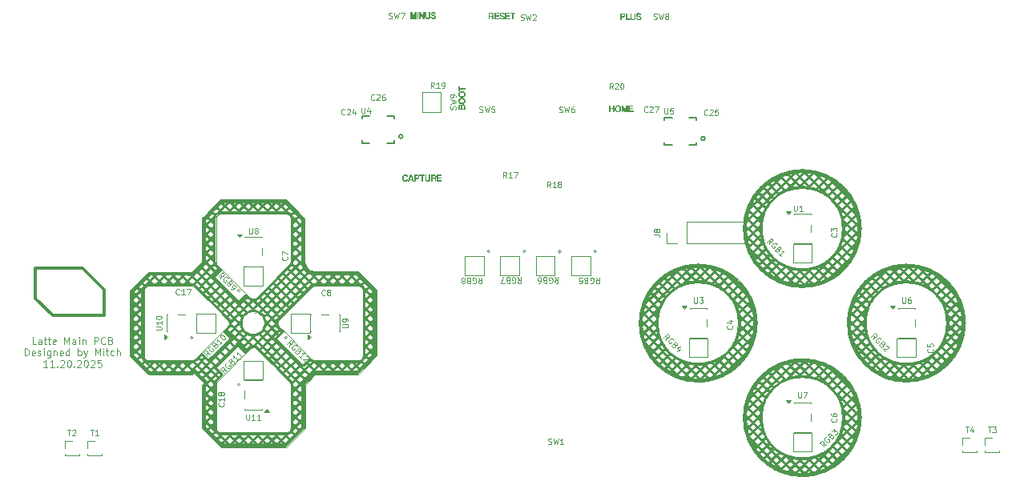
<source format=gbr>
%TF.GenerationSoftware,KiCad,Pcbnew,9.0.6-rc2*%
%TF.CreationDate,2025-11-20T00:12:21-08:00*%
%TF.ProjectId,Latte_Main_Board,4c617474-655f-44d6-9169-6e5f426f6172,rev?*%
%TF.SameCoordinates,Original*%
%TF.FileFunction,Legend,Top*%
%TF.FilePolarity,Positive*%
%FSLAX46Y46*%
G04 Gerber Fmt 4.6, Leading zero omitted, Abs format (unit mm)*
G04 Created by KiCad (PCBNEW 9.0.6-rc2) date 2025-11-20 00:12:21*
%MOMM*%
%LPD*%
G01*
G04 APERTURE LIST*
%ADD10C,0.050000*%
%ADD11C,0.100000*%
%ADD12C,0.187500*%
%ADD13C,0.110000*%
%ADD14C,0.120000*%
%ADD15C,0.160000*%
%ADD16C,0.350000*%
G04 APERTURE END LIST*
D10*
X41012117Y-60016512D02*
X41764060Y-59265314D01*
X43150804Y-54544874D02*
X42667149Y-54062092D01*
X51128072Y-67289424D02*
X51128080Y-67286814D01*
X35619734Y-56709616D02*
X35619420Y-58246396D01*
X53665921Y-50727041D02*
X53667005Y-50727040D01*
X44618241Y-56211904D02*
X44609034Y-56117648D01*
X49892041Y-56557216D02*
X50775565Y-57438991D01*
X58663088Y-59937933D02*
X58666521Y-59932750D01*
X58669894Y-59927516D01*
X58673203Y-59922230D01*
X58676449Y-59916896D01*
X58679631Y-59911514D01*
X58682746Y-59906085D01*
X58685795Y-59900613D01*
X58688777Y-59895097D01*
X58691689Y-59889540D01*
X58694533Y-59883944D01*
X58697305Y-59878310D01*
X58700006Y-59872639D01*
X58701330Y-59869791D01*
X58702635Y-59866935D01*
X58703922Y-59864070D01*
X58705191Y-59861197D01*
X58706442Y-59858317D01*
X58707673Y-59855429D01*
X58708886Y-59852534D01*
X58710081Y-59849632D01*
X58711256Y-59846723D01*
X58712413Y-59843807D01*
X58713551Y-59840886D01*
X58714669Y-59837957D01*
X58715769Y-59835024D01*
X58716849Y-59832084D01*
X58717910Y-59829139D01*
X58718951Y-59826188D01*
X58719973Y-59823233D01*
X58720976Y-59820272D01*
X58721959Y-59817308D01*
X58722922Y-59814338D01*
X58723866Y-59811365D01*
X58724790Y-59808387D01*
X58725694Y-59805407D01*
X58726578Y-59802422D01*
X58727035Y-59800851D01*
X53513431Y-52301143D02*
X53429337Y-52345964D01*
X40666539Y-52266117D02*
X40665455Y-52266117D01*
X53354758Y-52407034D02*
X52602815Y-53158233D01*
X48418047Y-59810169D02*
X47529269Y-58920253D01*
X52626204Y-45131193D02*
X52626212Y-45133802D01*
X41760475Y-67344190D02*
X41757600Y-62788800D01*
X52629094Y-49693791D02*
X52629094Y-49694874D01*
X42667149Y-54062092D02*
X41768255Y-53164729D01*
X43240040Y-66073793D02*
X43240656Y-67285146D01*
X53355445Y-60014441D02*
X53356213Y-60015206D01*
X35763931Y-52412498D02*
X35703787Y-52485614D01*
X58690547Y-52527020D02*
X58687579Y-52521517D01*
X58684541Y-52516052D01*
X58681432Y-52510625D01*
X58678254Y-52505237D01*
X58675007Y-52499890D01*
X58671691Y-52494584D01*
X58668307Y-52489320D01*
X58664856Y-52484099D01*
X58661338Y-52478922D01*
X58659554Y-52476350D01*
X58657754Y-52473790D01*
X58655938Y-52471242D01*
X58654105Y-52468704D01*
X58652256Y-52466179D01*
X58650390Y-52463666D01*
X58648509Y-52461164D01*
X58646612Y-52458675D01*
X58644699Y-52456197D01*
X58642770Y-52453732D01*
X58640825Y-52451280D01*
X58638865Y-52448840D01*
X58636890Y-52446412D01*
X58634898Y-52443997D01*
X58632892Y-52441596D01*
X58630870Y-52439206D01*
X58628834Y-52436831D01*
X58626781Y-52434468D01*
X58624715Y-52432119D01*
X58622633Y-52429782D01*
X58620536Y-52427460D01*
X58618425Y-52425150D01*
X58616299Y-52422855D01*
X58614158Y-52420573D01*
X58612004Y-52418306D01*
X58609834Y-52416052D01*
X58607651Y-52413813D01*
X58605453Y-52411587D01*
X58604460Y-52410590D01*
X40761428Y-52275546D02*
X40666539Y-52266117D01*
X44596911Y-56354781D02*
X44598698Y-56348796D01*
X44600409Y-56342788D01*
X44602043Y-56336758D01*
X44603601Y-56330706D01*
X44605080Y-56324634D01*
X44606482Y-56318543D01*
X44607806Y-56312434D01*
X44609052Y-56306308D01*
X44610220Y-56300165D01*
X44610774Y-56297089D01*
X44611309Y-56294008D01*
X44611824Y-56290925D01*
X44612319Y-56287838D01*
X44612794Y-56284748D01*
X44613250Y-56281655D01*
X44613686Y-56278559D01*
X44614102Y-56275460D01*
X44614498Y-56272359D01*
X44614875Y-56269255D01*
X44615231Y-56266149D01*
X44615568Y-56263040D01*
X44615884Y-56259930D01*
X44616181Y-56256818D01*
X44616458Y-56253704D01*
X44616715Y-56250588D01*
X44616952Y-56247471D01*
X44617169Y-56244352D01*
X44617366Y-56241233D01*
X44617543Y-56238112D01*
X44617700Y-56234991D01*
X44617837Y-56231868D01*
X44617954Y-56228745D01*
X44618052Y-56225621D01*
X44618129Y-56222497D01*
X44618186Y-56219372D01*
X44618223Y-56216248D01*
X44618240Y-56213123D01*
X44618241Y-56211904D01*
X41768255Y-53164729D02*
X41011430Y-52409106D01*
X52650960Y-62788215D02*
X52647234Y-67346137D01*
X58604460Y-52410590D02*
X58531368Y-52350412D01*
X53355525Y-52406269D02*
X53354758Y-52407034D01*
X58747141Y-55713930D02*
X58747455Y-54177150D01*
X44136393Y-61626956D02*
X43380770Y-62383781D01*
X51216071Y-57878673D02*
X51699726Y-58361454D01*
X122446563Y-56211389D02*
G75*
G02*
X109946563Y-56211389I-6250000J0D01*
G01*
X109946563Y-56211389D02*
G75*
G02*
X122446563Y-56211389I6250000J0D01*
G01*
X38543657Y-60157845D02*
X39696331Y-60158685D01*
X58747022Y-56283078D02*
X58747141Y-55713930D01*
D11*
X41984060Y-62574520D02*
X41757600Y-62788800D01*
D10*
X43377933Y-50039685D02*
X43378699Y-50040453D01*
X51092011Y-49881000D02*
X51119665Y-49789764D01*
X35619146Y-59669426D02*
X35619218Y-59675641D01*
X35619370Y-59681861D01*
X35619601Y-59688083D01*
X35619913Y-59694308D01*
X35620305Y-59700534D01*
X35620777Y-59706759D01*
X35621329Y-59712982D01*
X35621961Y-59719202D01*
X35622673Y-59725418D01*
X35623465Y-59731627D01*
X35624336Y-59737830D01*
X35625287Y-59744024D01*
X35626318Y-59750209D01*
X35627427Y-59756382D01*
X35628616Y-59762543D01*
X35629883Y-59768689D01*
X35631229Y-59774821D01*
X35632653Y-59780936D01*
X35634155Y-59787032D01*
X35635735Y-59793110D01*
X35637392Y-59799167D01*
X35638249Y-59802187D01*
X35639125Y-59805201D01*
X35640021Y-59808210D01*
X35640936Y-59811212D01*
X35641869Y-59814208D01*
X35642822Y-59817198D01*
X35643793Y-59820182D01*
X35644784Y-59823158D01*
X35645793Y-59826128D01*
X35646821Y-59829091D01*
X35647867Y-59832046D01*
X35648933Y-59834995D01*
X35650016Y-59837935D01*
X35651119Y-59840868D01*
X35652239Y-59843793D01*
X35653379Y-59846711D01*
X35654536Y-59849619D01*
X35655711Y-59852520D01*
X35656905Y-59855412D01*
X35658117Y-59858296D01*
X35659346Y-59861170D01*
X35660594Y-59864036D01*
X35661860Y-59866892D01*
X35663143Y-59869740D01*
X35664444Y-59872577D01*
X35665763Y-59875406D01*
X35667099Y-59878224D01*
X35668453Y-59881034D01*
X35669824Y-59883832D01*
X35671213Y-59886621D01*
X35672618Y-59889399D01*
X35674041Y-59892168D01*
X35676328Y-59896527D01*
X43591310Y-54984556D02*
X43150804Y-54544874D01*
X47896257Y-52440628D02*
X47898110Y-52442474D01*
X43245158Y-49790586D02*
X43272807Y-49881780D01*
X58747736Y-52756731D02*
X58747729Y-52754121D01*
X53699472Y-52264069D02*
X53604625Y-52273494D01*
X41738802Y-45132137D02*
X41738810Y-45129526D01*
X50636601Y-44648911D02*
X43744428Y-44647432D01*
X35619853Y-56140469D02*
X35619734Y-56709616D01*
X40853444Y-60122404D02*
X40937538Y-60077583D01*
X36110065Y-52268992D02*
X36107456Y-52269000D01*
X51130349Y-63698880D02*
X51131142Y-62728892D01*
X111446563Y-66211389D02*
G75*
G02*
X98946563Y-66211389I-6250000J0D01*
G01*
X98946563Y-66211389D02*
G75*
G02*
X111446563Y-66211389I6250000J0D01*
G01*
X43380005Y-62384549D02*
X43319692Y-62458408D01*
X109427629Y-46218459D02*
G75*
G02*
X100953797Y-46218459I-4236916J0D01*
G01*
X100953797Y-46218459D02*
G75*
G02*
X109427629Y-46218459I4236916J0D01*
G01*
X51707708Y-54052377D02*
X51233086Y-54526452D01*
X43235734Y-49695739D02*
X43245158Y-49790586D01*
X51047183Y-49965139D02*
X51092011Y-49881000D01*
X53356213Y-60015206D02*
X53430072Y-60075519D01*
X60215612Y-52736056D02*
X60214133Y-59628229D01*
X51126219Y-45138401D02*
X51126211Y-45135792D01*
X53514211Y-60120347D02*
X53605447Y-60148000D01*
X35835507Y-60073135D02*
X35840687Y-60076570D01*
X35845920Y-60079943D01*
X35851203Y-60083254D01*
X35856535Y-60086501D01*
X35861915Y-60089684D01*
X35867341Y-60092801D01*
X35872812Y-60095852D01*
X35878325Y-60098835D01*
X35883880Y-60101749D01*
X35889474Y-60104593D01*
X35895106Y-60107367D01*
X35900774Y-60110070D01*
X35903622Y-60111394D01*
X35906477Y-60112700D01*
X35909341Y-60113988D01*
X35912212Y-60115258D01*
X35915092Y-60116509D01*
X35917979Y-60117741D01*
X35920872Y-60118955D01*
X35923774Y-60120150D01*
X35926681Y-60121327D01*
X35929596Y-60122484D01*
X35932517Y-60123622D01*
X35935444Y-60124742D01*
X35938377Y-60125842D01*
X35941316Y-60126923D01*
X35944260Y-60127984D01*
X35947210Y-60129027D01*
X35950164Y-60130049D01*
X35953124Y-60131053D01*
X35956087Y-60132036D01*
X35959056Y-60133001D01*
X35962028Y-60133945D01*
X35965005Y-60134870D01*
X35967984Y-60135774D01*
X35970969Y-60136659D01*
X35972574Y-60137127D01*
X47529269Y-58920253D02*
X47527416Y-58918408D01*
X58258478Y-52267131D02*
X57045777Y-52266476D01*
X58746765Y-57497726D02*
X58747022Y-56283078D01*
X43237781Y-62729756D02*
X43238524Y-63699229D01*
X46837994Y-58920377D02*
X45956220Y-59803901D01*
X51128080Y-67286814D02*
X51128735Y-66074113D01*
X57045457Y-60155171D02*
X58256810Y-60154555D01*
X41011350Y-60017278D02*
X41012117Y-60016512D01*
X40936803Y-52348028D02*
X40852664Y-52303200D01*
X47040430Y-53625247D02*
X47046415Y-53627034D01*
X47052423Y-53628745D01*
X47058453Y-53630379D01*
X47064505Y-53631937D01*
X47070577Y-53633416D01*
X47076668Y-53634818D01*
X47082777Y-53636142D01*
X47088903Y-53637388D01*
X47095046Y-53638556D01*
X47098122Y-53639110D01*
X47101203Y-53639645D01*
X47104286Y-53640160D01*
X47107373Y-53640655D01*
X47110463Y-53641130D01*
X47113556Y-53641586D01*
X47116652Y-53642022D01*
X47119751Y-53642438D01*
X47122852Y-53642834D01*
X47125956Y-53643211D01*
X47129062Y-53643567D01*
X47132171Y-53643904D01*
X47135281Y-53644220D01*
X47138393Y-53644517D01*
X47141507Y-53644794D01*
X47144623Y-53645051D01*
X47147740Y-53645288D01*
X47150859Y-53645505D01*
X47153978Y-53645702D01*
X47157099Y-53645879D01*
X47160220Y-53646036D01*
X47163343Y-53646173D01*
X47166466Y-53646290D01*
X47169590Y-53646388D01*
X47172714Y-53646465D01*
X47175839Y-53646522D01*
X47178963Y-53646559D01*
X47182088Y-53646576D01*
X47183307Y-53646577D01*
D11*
X41735735Y-49697123D02*
X40690800Y-50800000D01*
D10*
X38543404Y-52267648D02*
X37861532Y-52268067D01*
X35620110Y-54925821D02*
X35619853Y-56140469D01*
X50986105Y-50039765D02*
X50986870Y-50038998D01*
X43239731Y-65533679D02*
X43240040Y-66073793D01*
X35620575Y-52758610D02*
X35620110Y-54925821D01*
X41735734Y-49693429D02*
X41739460Y-45135507D01*
X58746300Y-59664936D02*
X58746765Y-57497726D01*
X52626219Y-45137454D02*
X52629094Y-49692844D01*
D11*
X52960975Y-50431698D02*
X53219113Y-50634521D01*
D10*
X51131142Y-62728892D02*
X51131141Y-62727808D01*
X44474958Y-56557605D02*
X44476803Y-56555751D01*
X43239459Y-45136733D02*
X43235733Y-49694655D01*
D11*
X43743458Y-69332721D02*
X41760490Y-67350451D01*
D10*
X49757841Y-56305899D02*
X49759080Y-56311983D01*
X49760400Y-56318060D01*
X49761799Y-56324128D01*
X49763278Y-56330187D01*
X49764837Y-56336233D01*
X49766474Y-56342265D01*
X49768190Y-56348282D01*
X49769984Y-56354281D01*
X49771856Y-56360260D01*
X49773805Y-56366218D01*
X49775831Y-56372153D01*
X49777932Y-56378063D01*
X49779011Y-56381008D01*
X49780109Y-56383946D01*
X49781226Y-56386877D01*
X49782361Y-56389800D01*
X49783514Y-56392716D01*
X49784687Y-56395624D01*
X49785877Y-56398524D01*
X49787085Y-56401416D01*
X49788312Y-56404299D01*
X49789557Y-56407173D01*
X49790819Y-56410038D01*
X49792100Y-56412895D01*
X49793398Y-56415742D01*
X49794714Y-56418579D01*
X49796047Y-56421406D01*
X49797398Y-56424225D01*
X49798766Y-56427031D01*
X49800151Y-56429829D01*
X49801553Y-56432614D01*
X49802973Y-56435391D01*
X49804409Y-56438154D01*
X49805862Y-56440908D01*
X49807331Y-56443649D01*
X49808817Y-56446380D01*
X49809728Y-56448033D01*
X43380770Y-62383781D02*
X43380005Y-62384549D01*
X50982712Y-44792267D02*
X50909597Y-44732123D01*
D11*
X58233519Y-50730771D02*
X60215557Y-52713068D01*
D10*
X41010662Y-52408341D02*
X40936803Y-52348028D01*
X51108791Y-67422636D02*
X51128072Y-67289424D01*
X50641090Y-67776065D02*
X50647305Y-67775993D01*
X50653524Y-67775841D01*
X50659747Y-67775610D01*
X50665972Y-67775298D01*
X50672197Y-67774906D01*
X50678422Y-67774434D01*
X50684645Y-67773882D01*
X50690865Y-67773250D01*
X50697081Y-67772538D01*
X50703290Y-67771746D01*
X50709493Y-67770875D01*
X50715687Y-67769924D01*
X50721872Y-67768893D01*
X50728045Y-67767784D01*
X50734205Y-67766595D01*
X50740352Y-67765328D01*
X50746484Y-67763982D01*
X50752599Y-67762558D01*
X50758696Y-67761056D01*
X50764773Y-67759476D01*
X50770830Y-67757819D01*
X50773850Y-67756962D01*
X50776864Y-67756085D01*
X50779873Y-67755190D01*
X50782876Y-67754275D01*
X50785872Y-67753341D01*
X50788862Y-67752389D01*
X50791845Y-67751417D01*
X50794822Y-67750427D01*
X50797792Y-67749418D01*
X50800755Y-67748390D01*
X50803710Y-67747343D01*
X50806659Y-67746278D01*
X50809599Y-67745194D01*
X50812533Y-67744092D01*
X50815457Y-67742971D01*
X50818375Y-67741832D01*
X50821284Y-67740675D01*
X50824185Y-67739499D01*
X50827077Y-67738305D01*
X50829961Y-67737093D01*
X50832835Y-67735864D01*
X50835701Y-67734616D01*
X50838557Y-67733351D01*
X50841405Y-67732067D01*
X50844243Y-67730766D01*
X50847072Y-67729447D01*
X50849890Y-67728111D01*
X50852699Y-67726757D01*
X50855498Y-67725386D01*
X50858287Y-67723997D01*
X50861065Y-67722592D01*
X50863834Y-67721169D01*
X50868191Y-67718883D01*
X51129094Y-49693791D02*
X51126219Y-45138401D01*
X47183568Y-58776970D02*
X47089312Y-58786177D01*
D11*
X52647229Y-67352119D02*
X50664932Y-69334157D01*
D10*
X47423390Y-55130265D02*
X47329134Y-55139472D01*
X43297980Y-67514838D02*
X43300951Y-67520340D01*
X43303993Y-67525806D01*
X43307105Y-67531232D01*
X43310286Y-67536620D01*
X43313537Y-67541967D01*
X43316856Y-67547273D01*
X43320243Y-67552537D01*
X43323698Y-67557757D01*
X43327219Y-67562934D01*
X43329004Y-67565505D01*
X43330806Y-67568065D01*
X43332624Y-67570614D01*
X43334459Y-67573151D01*
X43336309Y-67575676D01*
X43338176Y-67578189D01*
X43340059Y-67580690D01*
X43341958Y-67583180D01*
X43343872Y-67585657D01*
X43345803Y-67588121D01*
X43347749Y-67590574D01*
X43349711Y-67593014D01*
X43351688Y-67595441D01*
X43353681Y-67597855D01*
X43355689Y-67600257D01*
X43357712Y-67602646D01*
X43359750Y-67605021D01*
X43361804Y-67607384D01*
X43363872Y-67609733D01*
X43365956Y-67612069D01*
X43368054Y-67614391D01*
X43370167Y-67616700D01*
X43372294Y-67618994D01*
X43374436Y-67621276D01*
X43376592Y-67623543D01*
X43378763Y-67625797D01*
X43380947Y-67628036D01*
X43383147Y-67630261D01*
X43384163Y-67631280D01*
X58747455Y-54177150D02*
X58747736Y-52756731D01*
X40852664Y-52303200D02*
X40761428Y-52275546D01*
X36105786Y-60156408D02*
X36108397Y-60156416D01*
X55823218Y-52265701D02*
X54670544Y-52264862D01*
X35972574Y-60137127D02*
X36105786Y-60156408D01*
X50640626Y-43148916D02*
X50643235Y-43148923D01*
X51129057Y-65545501D02*
X51129509Y-64851554D01*
X40665455Y-52266117D02*
X39695982Y-52266860D01*
X51129509Y-64851554D02*
X51130349Y-63698880D01*
X44609034Y-56117648D02*
X44607795Y-56111564D01*
X44606475Y-56105487D01*
X44605076Y-56099419D01*
X44603597Y-56093360D01*
X44602038Y-56087314D01*
X44600401Y-56081282D01*
X44598685Y-56075265D01*
X44596891Y-56069266D01*
X44595019Y-56063287D01*
X44593070Y-56057329D01*
X44591044Y-56051394D01*
X44588943Y-56045484D01*
X44587864Y-56042539D01*
X44586766Y-56039601D01*
X44585649Y-56036670D01*
X44584514Y-56033747D01*
X44583361Y-56030831D01*
X44582188Y-56027923D01*
X44580998Y-56025023D01*
X44579790Y-56022131D01*
X44578563Y-56019248D01*
X44577318Y-56016374D01*
X44576056Y-56013509D01*
X44574775Y-56010652D01*
X44573477Y-56007805D01*
X44572161Y-56004968D01*
X44570828Y-56002141D01*
X44569477Y-55999322D01*
X44568109Y-55996516D01*
X44566724Y-55993718D01*
X44565322Y-55990933D01*
X44563902Y-55988156D01*
X44562466Y-55985393D01*
X44561013Y-55982639D01*
X44559544Y-55979898D01*
X44558058Y-55977167D01*
X44557147Y-55975514D01*
X44476803Y-56555751D02*
X44481144Y-56551312D01*
X44485432Y-56546814D01*
X44489665Y-56542257D01*
X44493843Y-56537641D01*
X44497966Y-56532969D01*
X44502031Y-56528240D01*
X44506038Y-56523456D01*
X44509986Y-56518618D01*
X44513875Y-56513727D01*
X44517703Y-56508783D01*
X44521470Y-56503787D01*
X44525175Y-56498742D01*
X44528816Y-56493647D01*
X44532394Y-56488504D01*
X44535907Y-56483314D01*
X44539354Y-56478078D01*
X44542736Y-56472798D01*
X44546050Y-56467474D01*
X44549296Y-56462108D01*
X44552473Y-56456700D01*
X44555582Y-56451252D01*
X44557110Y-56448514D01*
X44558620Y-56445766D01*
X44560113Y-56443009D01*
X44561588Y-56440242D01*
X44563045Y-56437467D01*
X44564484Y-56434682D01*
X44565905Y-56431889D01*
X44567308Y-56429087D01*
X44568693Y-56426277D01*
X44570060Y-56423458D01*
X44571408Y-56420632D01*
X44572739Y-56417797D01*
X44574050Y-56414955D01*
X44575343Y-56412105D01*
X44576618Y-56409247D01*
X44577874Y-56406382D01*
X44579111Y-56403511D01*
X44580330Y-56400631D01*
X44581529Y-56397746D01*
X44582710Y-56394853D01*
X44583872Y-56391954D01*
X44585015Y-56389048D01*
X44586138Y-56386137D01*
X44587243Y-56383219D01*
X44588328Y-56380296D01*
X44589395Y-56377366D01*
X44590441Y-56374432D01*
X44591469Y-56371491D01*
X44592477Y-56368546D01*
X44593466Y-56365595D01*
X44594435Y-56362640D01*
X44595385Y-56359679D01*
X44596911Y-56354781D01*
X50775565Y-57438991D02*
X51216071Y-57878673D01*
X50988176Y-62383093D02*
X50236978Y-61631151D01*
X52598620Y-59258817D02*
X53355445Y-60014441D01*
X58259419Y-60154547D02*
X58265636Y-60154471D01*
X58271856Y-60154315D01*
X58278081Y-60154079D01*
X58284307Y-60153763D01*
X58290534Y-60153367D01*
X58296760Y-60152890D01*
X58302984Y-60152334D01*
X58309206Y-60151698D01*
X58315422Y-60150982D01*
X58321633Y-60150186D01*
X58327837Y-60149310D01*
X58334032Y-60148355D01*
X58340217Y-60147320D01*
X58346391Y-60146206D01*
X58352553Y-60145014D01*
X58358700Y-60143742D01*
X58364833Y-60142392D01*
X58370948Y-60140964D01*
X58377046Y-60139457D01*
X58383124Y-60137874D01*
X58389181Y-60136213D01*
X58392201Y-60135353D01*
X58395216Y-60134475D01*
X58398224Y-60133577D01*
X58401227Y-60132660D01*
X58404224Y-60131725D01*
X58407214Y-60130770D01*
X58410197Y-60129796D01*
X58413174Y-60128804D01*
X58416144Y-60127793D01*
X58419107Y-60126763D01*
X58422062Y-60125714D01*
X58425011Y-60124647D01*
X58427952Y-60123561D01*
X58430885Y-60122457D01*
X58433810Y-60121334D01*
X58436727Y-60120193D01*
X58439636Y-60119034D01*
X58442537Y-60117856D01*
X58445429Y-60116661D01*
X58448313Y-60115447D01*
X58451187Y-60114215D01*
X58454053Y-60112965D01*
X58456909Y-60111698D01*
X58459757Y-60110413D01*
X58462594Y-60109110D01*
X58465423Y-60107789D01*
X58468241Y-60106451D01*
X58471050Y-60105095D01*
X58473848Y-60103722D01*
X58476638Y-60102332D01*
X58479415Y-60100924D01*
X58482184Y-60099499D01*
X58486502Y-60097231D01*
X51128735Y-66074113D02*
X51129057Y-65545501D01*
X35620582Y-52756001D02*
X35620575Y-52758610D01*
D11*
X40921539Y-61479079D02*
X41984060Y-62574520D01*
D10*
X43247210Y-62633783D02*
X43237781Y-62728672D01*
X47528881Y-53503169D02*
X50985429Y-50039765D01*
X43238524Y-63699229D02*
X43239312Y-64851807D01*
X41011430Y-52409106D02*
X41010662Y-52408341D01*
X40937538Y-60077583D02*
X41011350Y-60017278D01*
X109433479Y-66211389D02*
G75*
G02*
X100959647Y-66211389I-4236916J0D01*
G01*
X100959647Y-66211389D02*
G75*
G02*
X109433479Y-66211389I4236916J0D01*
G01*
X40695079Y-61693359D02*
X40693995Y-61693360D01*
X43384163Y-67631280D02*
X43457278Y-67691424D01*
X47277563Y-53637370D02*
X47283646Y-53636131D01*
X47289723Y-53634812D01*
X47295791Y-53633412D01*
X47301850Y-53631933D01*
X47307896Y-53630375D01*
X47313928Y-53628737D01*
X47319944Y-53627021D01*
X47325943Y-53625227D01*
X47331923Y-53623355D01*
X47337881Y-53621406D01*
X47343816Y-53619380D01*
X47349726Y-53617279D01*
X47352671Y-53616200D01*
X47355609Y-53615102D01*
X47358540Y-53613985D01*
X47361463Y-53612850D01*
X47364379Y-53611696D01*
X47367288Y-53610524D01*
X47370187Y-53609334D01*
X47373079Y-53608125D01*
X47375962Y-53606899D01*
X47378837Y-53605654D01*
X47381702Y-53604391D01*
X47384559Y-53603110D01*
X47387406Y-53601812D01*
X47390244Y-53600496D01*
X47393071Y-53599163D01*
X47395890Y-53597812D01*
X47398697Y-53596444D01*
X47401494Y-53595059D01*
X47404280Y-53593656D01*
X47407057Y-53592237D01*
X47409821Y-53590801D01*
X47412575Y-53589348D01*
X47415316Y-53587878D01*
X47418047Y-53586392D01*
X47419697Y-53585483D01*
X51129094Y-49694874D02*
X51129094Y-49693791D01*
X53429337Y-52345964D02*
X53355525Y-52406269D01*
X43239312Y-64851807D02*
X43239731Y-65533679D01*
X51049247Y-62457673D02*
X50988942Y-62383861D01*
X53604625Y-52273494D02*
X53513431Y-52301143D01*
X40691385Y-61693360D02*
X36133463Y-61689634D01*
X44557147Y-55975514D02*
X44476680Y-55868183D01*
X45516538Y-60244407D02*
X45033757Y-60728062D01*
X54670893Y-60156687D02*
X55823471Y-60155898D01*
X43274864Y-62542547D02*
X43247210Y-62633783D01*
X41735735Y-49697123D02*
X41735734Y-49696039D01*
X36107456Y-52269000D02*
X36101240Y-52269076D01*
X36095019Y-52269232D01*
X36088795Y-52269468D01*
X36082569Y-52269784D01*
X36076342Y-52270180D01*
X36070116Y-52270656D01*
X36063892Y-52271212D01*
X36057671Y-52271849D01*
X36051454Y-52272565D01*
X36045244Y-52273361D01*
X36039040Y-52274236D01*
X36032845Y-52275191D01*
X36026660Y-52276226D01*
X36020486Y-52277340D01*
X36014324Y-52278532D01*
X36008177Y-52279804D01*
X36002045Y-52281154D01*
X35995930Y-52282582D01*
X35989832Y-52284088D01*
X35983755Y-52285672D01*
X35977698Y-52287333D01*
X35974677Y-52288192D01*
X35971663Y-52289071D01*
X35968654Y-52289968D01*
X35965651Y-52290885D01*
X35962655Y-52291820D01*
X35959665Y-52292775D01*
X35956682Y-52293749D01*
X35953705Y-52294741D01*
X35950735Y-52295752D01*
X35947772Y-52296782D01*
X35944817Y-52297831D01*
X35941868Y-52298898D01*
X35938928Y-52299984D01*
X35935994Y-52301088D01*
X35933070Y-52302211D01*
X35930152Y-52303352D01*
X35927244Y-52304511D01*
X35924343Y-52305688D01*
X35921451Y-52306884D01*
X35918567Y-52308098D01*
X35915693Y-52309329D01*
X35912827Y-52310579D01*
X35909971Y-52311846D01*
X35907123Y-52313132D01*
X35904286Y-52314435D01*
X35901457Y-52315756D01*
X35898639Y-52317093D01*
X35895830Y-52318449D01*
X35893032Y-52319822D01*
X35890243Y-52321213D01*
X35887465Y-52322620D01*
X35884697Y-52324045D01*
X35880373Y-52326316D01*
X100446563Y-56211389D02*
G75*
G02*
X87946563Y-56211389I-6250000J0D01*
G01*
X87946563Y-56211389D02*
G75*
G02*
X100446563Y-56211389I6250000J0D01*
G01*
X47527028Y-53505016D02*
X47528881Y-53503169D01*
X50641944Y-69334212D02*
X43749771Y-69332733D01*
X50781833Y-54977164D02*
X49891917Y-55865942D01*
X50986870Y-50038998D02*
X51047183Y-49965139D01*
D11*
X52650960Y-62788215D02*
X53670200Y-61620400D01*
D10*
X45897485Y-67775101D02*
X47112133Y-67775358D01*
D11*
X41739465Y-45129526D02*
X43721762Y-43147487D01*
D10*
X50639210Y-44648918D02*
X50636601Y-44648911D01*
X51233086Y-54526452D02*
X50781833Y-54977164D01*
X43235733Y-49694655D02*
X43235734Y-49695739D01*
X35639840Y-52622696D02*
X35620582Y-52756001D01*
X111446563Y-46211389D02*
G75*
G02*
X98946563Y-46211389I-6250000J0D01*
G01*
X98946563Y-46211389D02*
G75*
G02*
X111446563Y-46211389I6250000J0D01*
G01*
X36135410Y-50802875D02*
X40690800Y-50800000D01*
D11*
X52629094Y-49694874D02*
X52744323Y-50164340D01*
D10*
X43457278Y-67691424D02*
X43462461Y-67694857D01*
X43467695Y-67698230D01*
X43472981Y-67701539D01*
X43478315Y-67704785D01*
X43483697Y-67707967D01*
X43489126Y-67711082D01*
X43494598Y-67714131D01*
X43500114Y-67717113D01*
X43505671Y-67720025D01*
X43511267Y-67722869D01*
X43516901Y-67725641D01*
X43522572Y-67728342D01*
X43525420Y-67729666D01*
X43528276Y-67730971D01*
X43531141Y-67732258D01*
X43534014Y-67733527D01*
X43536894Y-67734778D01*
X43539782Y-67736009D01*
X43542677Y-67737222D01*
X43545579Y-67738417D01*
X43548488Y-67739592D01*
X43551404Y-67740749D01*
X43554325Y-67741887D01*
X43557254Y-67743005D01*
X43560187Y-67744105D01*
X43563127Y-67745185D01*
X43566072Y-67746246D01*
X43569023Y-67747287D01*
X43571978Y-67748309D01*
X43574939Y-67749312D01*
X43577903Y-67750295D01*
X43580873Y-67751258D01*
X43583846Y-67752202D01*
X43586824Y-67753126D01*
X43589804Y-67754030D01*
X43592789Y-67754914D01*
X43594360Y-67755371D01*
X35619420Y-58246396D02*
X35619139Y-59666815D01*
X47326445Y-58798299D02*
X47320461Y-58796512D01*
X47314453Y-58794801D01*
X47308423Y-58793167D01*
X47302372Y-58791610D01*
X47296300Y-58790130D01*
X47290209Y-58788728D01*
X47284100Y-58787404D01*
X47277974Y-58786158D01*
X47271832Y-58784991D01*
X47268755Y-58784437D01*
X47265675Y-58783902D01*
X47262591Y-58783387D01*
X47259504Y-58782892D01*
X47256414Y-58782416D01*
X47253321Y-58781961D01*
X47250225Y-58781525D01*
X47247126Y-58781109D01*
X47244025Y-58780713D01*
X47240921Y-58780336D01*
X47237815Y-58779980D01*
X47234707Y-58779643D01*
X47231597Y-58779327D01*
X47228484Y-58779030D01*
X47225370Y-58778753D01*
X47222254Y-58778496D01*
X47219137Y-58778259D01*
X47216018Y-58778042D01*
X47212899Y-58777845D01*
X47209778Y-58777668D01*
X47206656Y-58777511D01*
X47203533Y-58777374D01*
X47200410Y-58777257D01*
X47197286Y-58777159D01*
X47194162Y-58777082D01*
X47191037Y-58777025D01*
X47187913Y-58776988D01*
X47184788Y-58776971D01*
X47183568Y-58776970D01*
X58486502Y-60097231D02*
X58492004Y-60094260D01*
X58497470Y-60091218D01*
X58502896Y-60088106D01*
X58508284Y-60084925D01*
X58513631Y-60081674D01*
X58518937Y-60078355D01*
X58524201Y-60074968D01*
X58529421Y-60071513D01*
X58534598Y-60067992D01*
X58537169Y-60066207D01*
X58539729Y-60064405D01*
X58542278Y-60062587D01*
X58544815Y-60060752D01*
X58547340Y-60058902D01*
X58549853Y-60057035D01*
X58552354Y-60055152D01*
X58554844Y-60053253D01*
X58557321Y-60051339D01*
X58559785Y-60049408D01*
X58562238Y-60047462D01*
X58564678Y-60045500D01*
X58567105Y-60043523D01*
X58569519Y-60041530D01*
X58571921Y-60039522D01*
X58574310Y-60037499D01*
X58576685Y-60035461D01*
X58579048Y-60033407D01*
X58581397Y-60031339D01*
X58583733Y-60029255D01*
X58586055Y-60027157D01*
X58588364Y-60025044D01*
X58590658Y-60022917D01*
X58592940Y-60020775D01*
X58595207Y-60018619D01*
X58597461Y-60016448D01*
X58599700Y-60014264D01*
X58601925Y-60012064D01*
X58602944Y-60011048D01*
X57045777Y-52266476D02*
X56517165Y-52266154D01*
X40762250Y-60150053D02*
X40853444Y-60122404D01*
X43721762Y-43147487D02*
X43724372Y-43147480D01*
X53605447Y-60148000D02*
X53700336Y-60157430D01*
D11*
X60214121Y-59634542D02*
X58231851Y-61617510D01*
D10*
X49890072Y-55867795D02*
X49885731Y-55872234D01*
X49881443Y-55876732D01*
X49877210Y-55881289D01*
X49873032Y-55885904D01*
X49868910Y-55890577D01*
X49864845Y-55895305D01*
X49860838Y-55900089D01*
X49856889Y-55904927D01*
X49853000Y-55909819D01*
X49849172Y-55914763D01*
X49845405Y-55919758D01*
X49841701Y-55924804D01*
X49838059Y-55929899D01*
X49834481Y-55935041D01*
X49830969Y-55940231D01*
X49827521Y-55945467D01*
X49824140Y-55950748D01*
X49820826Y-55956072D01*
X49817580Y-55961438D01*
X49814402Y-55966846D01*
X49811294Y-55972293D01*
X49809766Y-55975032D01*
X49808256Y-55977780D01*
X49806763Y-55980537D01*
X49805288Y-55983303D01*
X49803831Y-55986079D01*
X49802392Y-55988863D01*
X49800970Y-55991657D01*
X49799567Y-55994459D01*
X49798182Y-55997269D01*
X49796815Y-56000087D01*
X49795467Y-56002914D01*
X49794137Y-56005749D01*
X49792825Y-56008591D01*
X49791532Y-56011441D01*
X49790258Y-56014299D01*
X49789001Y-56017164D01*
X49787764Y-56020035D01*
X49786546Y-56022915D01*
X49785346Y-56025800D01*
X49784165Y-56028693D01*
X49783004Y-56031592D01*
X49781861Y-56034498D01*
X49780737Y-56037409D01*
X49779632Y-56040327D01*
X49778547Y-56043250D01*
X49777481Y-56046180D01*
X49776434Y-56049115D01*
X49775406Y-56052055D01*
X49774398Y-56055000D01*
X49773409Y-56057952D01*
X49772440Y-56060906D01*
X49771490Y-56063867D01*
X49769964Y-56068766D01*
X56517165Y-52266154D02*
X55823218Y-52265701D01*
X43272807Y-49881780D02*
X43317628Y-49965874D01*
D11*
X36127481Y-61689629D02*
X34145443Y-59707332D01*
D10*
X49342834Y-60736044D02*
X48868759Y-60261422D01*
X51068895Y-44908709D02*
X51065924Y-44903207D01*
X51062882Y-44897741D01*
X51059770Y-44892315D01*
X51056589Y-44886927D01*
X51053338Y-44881580D01*
X51050019Y-44876274D01*
X51046632Y-44871010D01*
X51043177Y-44865790D01*
X51039656Y-44860613D01*
X51037871Y-44858042D01*
X51036069Y-44855482D01*
X51034251Y-44852933D01*
X51032416Y-44850396D01*
X51030566Y-44847871D01*
X51028699Y-44845358D01*
X51026816Y-44842857D01*
X51024917Y-44840367D01*
X51023003Y-44837890D01*
X51021072Y-44835426D01*
X51019126Y-44832973D01*
X51017164Y-44830533D01*
X51015187Y-44828106D01*
X51013194Y-44825692D01*
X51011186Y-44823290D01*
X51009163Y-44820901D01*
X51007125Y-44818526D01*
X51005071Y-44816163D01*
X51003003Y-44813814D01*
X51000919Y-44811478D01*
X50998821Y-44809156D01*
X50996708Y-44806847D01*
X50994581Y-44804553D01*
X50992439Y-44802271D01*
X50990283Y-44800004D01*
X50988112Y-44797750D01*
X50985928Y-44795511D01*
X50983728Y-44793286D01*
X50982712Y-44792267D01*
X52602815Y-53158233D02*
X51707708Y-54052377D01*
X47681281Y-67775477D02*
X49218061Y-67775791D01*
X43258084Y-45000910D02*
X43238803Y-45134122D01*
X51094068Y-62541767D02*
X51049247Y-62457673D01*
X37321097Y-60157071D02*
X37849709Y-60157393D01*
X58747729Y-52754121D02*
X58747657Y-52747906D01*
X58747505Y-52741686D01*
X58747274Y-52735463D01*
X58746962Y-52729239D01*
X58746570Y-52723013D01*
X58746098Y-52716788D01*
X58745546Y-52710565D01*
X58744914Y-52704345D01*
X58744202Y-52698129D01*
X58743410Y-52691919D01*
X58742539Y-52685717D01*
X58741588Y-52679523D01*
X58740557Y-52673338D01*
X58739448Y-52667165D01*
X58738259Y-52661004D01*
X58736992Y-52654858D01*
X58735646Y-52648726D01*
X58734222Y-52642611D01*
X58732720Y-52636515D01*
X58731140Y-52630437D01*
X58729484Y-52624381D01*
X58728626Y-52621360D01*
X58727750Y-52618346D01*
X58726854Y-52615338D01*
X58725940Y-52612335D01*
X58725006Y-52609339D01*
X58724053Y-52606349D01*
X58723082Y-52603366D01*
X58722091Y-52600389D01*
X58721082Y-52597419D01*
X58720054Y-52594456D01*
X58719008Y-52591501D01*
X58717942Y-52588553D01*
X58716859Y-52585612D01*
X58715756Y-52582679D01*
X58714636Y-52579754D01*
X58713497Y-52576837D01*
X58712339Y-52573928D01*
X58711164Y-52571027D01*
X58709970Y-52568135D01*
X58708758Y-52565252D01*
X58707529Y-52562377D01*
X58706281Y-52559511D01*
X58705016Y-52556655D01*
X58703732Y-52553807D01*
X58702431Y-52550970D01*
X58701112Y-52548141D01*
X58699776Y-52545323D01*
X58698422Y-52542513D01*
X58697051Y-52539715D01*
X58695663Y-52536926D01*
X58694257Y-52534148D01*
X58692834Y-52531380D01*
X58690547Y-52527020D01*
X43728395Y-44647475D02*
X43725785Y-44647482D01*
X43498684Y-44704664D02*
X43493181Y-44707632D01*
X43487716Y-44710670D01*
X43482288Y-44713779D01*
X43476900Y-44716958D01*
X43471553Y-44720205D01*
X43466246Y-44723521D01*
X43460982Y-44726905D01*
X43455761Y-44730356D01*
X43450584Y-44733875D01*
X43448012Y-44735658D01*
X43445452Y-44737459D01*
X43442903Y-44739275D01*
X43440366Y-44741108D01*
X43437841Y-44742957D01*
X43435327Y-44744823D01*
X43432826Y-44746704D01*
X43430336Y-44748601D01*
X43427859Y-44750514D01*
X43425394Y-44752443D01*
X43422941Y-44754388D01*
X43420501Y-44756348D01*
X43418074Y-44758324D01*
X43415659Y-44760315D01*
X43413257Y-44762321D01*
X43410868Y-44764343D01*
X43408492Y-44766380D01*
X43406129Y-44768432D01*
X43403780Y-44770499D01*
X43401444Y-44772581D01*
X43399121Y-44774677D01*
X43396812Y-44776789D01*
X43394517Y-44778914D01*
X43392235Y-44781055D01*
X43389968Y-44783209D01*
X43387714Y-44785379D01*
X43385474Y-44787562D01*
X43383249Y-44789760D01*
X43382254Y-44790751D01*
X50909597Y-44732123D02*
X50904414Y-44728690D01*
X50899180Y-44725317D01*
X50893894Y-44722008D01*
X50888560Y-44718762D01*
X50883178Y-44715580D01*
X50877749Y-44712465D01*
X50872277Y-44709416D01*
X50866761Y-44706434D01*
X50861204Y-44703522D01*
X50855608Y-44700678D01*
X50849974Y-44697906D01*
X50844303Y-44695205D01*
X50841455Y-44693881D01*
X50838599Y-44692576D01*
X50835734Y-44691289D01*
X50832861Y-44690020D01*
X50829981Y-44688769D01*
X50827093Y-44687538D01*
X50824198Y-44686325D01*
X50821296Y-44685130D01*
X50818387Y-44683955D01*
X50815471Y-44682798D01*
X50812550Y-44681660D01*
X50809621Y-44680542D01*
X50806688Y-44679442D01*
X50803748Y-44678362D01*
X50800803Y-44677301D01*
X50797852Y-44676260D01*
X50794897Y-44675238D01*
X50791936Y-44674235D01*
X50788972Y-44673252D01*
X50786002Y-44672289D01*
X50783029Y-44671345D01*
X50780051Y-44670421D01*
X50777071Y-44669517D01*
X50774086Y-44668633D01*
X50772515Y-44668176D01*
X43585041Y-57446383D02*
X44474958Y-56557605D01*
X37321418Y-52268376D02*
X36110065Y-52268992D01*
X58394301Y-52286419D02*
X58261088Y-52267139D01*
D11*
X34146879Y-52785858D02*
X36129149Y-50802890D01*
D10*
X50638480Y-67776071D02*
X50641090Y-67776065D01*
X58531368Y-52350412D02*
X58526188Y-52346977D01*
X58520956Y-52343604D01*
X58515673Y-52340293D01*
X58510341Y-52337046D01*
X58504961Y-52333863D01*
X58499536Y-52330746D01*
X58494065Y-52327696D01*
X58488552Y-52324713D01*
X58482997Y-52321799D01*
X58477403Y-52318954D01*
X58471771Y-52316180D01*
X58466103Y-52313478D01*
X58463256Y-52312153D01*
X58460401Y-52310847D01*
X58457538Y-52309559D01*
X58454666Y-52308290D01*
X58451787Y-52307039D01*
X58448900Y-52305806D01*
X58446006Y-52304592D01*
X58443105Y-52303397D01*
X58440197Y-52302221D01*
X58437282Y-52301063D01*
X58434362Y-52299925D01*
X58431434Y-52298806D01*
X58428502Y-52297706D01*
X58425563Y-52296624D01*
X58422619Y-52295563D01*
X58419669Y-52294521D01*
X58416715Y-52293498D01*
X58413755Y-52292494D01*
X58410792Y-52291511D01*
X58407823Y-52290547D01*
X58404851Y-52289602D01*
X58401874Y-52288678D01*
X58398895Y-52287773D01*
X58395911Y-52286888D01*
X58394301Y-52286419D01*
X49891917Y-55865942D02*
X49890072Y-55867795D01*
X58746292Y-59667546D02*
X58746300Y-59664936D01*
D11*
X50643235Y-43148923D02*
X52626204Y-45131193D01*
D10*
X44474833Y-55866330D02*
X43591310Y-54984556D01*
X43744750Y-43147432D02*
X50636923Y-43148911D01*
X43319692Y-62458408D02*
X43274864Y-62542547D01*
X45956220Y-59803901D02*
X45516538Y-60244407D01*
X55823471Y-60155898D02*
X56505343Y-60155480D01*
D11*
X40695079Y-61693359D02*
X40921539Y-61479079D01*
D10*
X51699726Y-58361454D02*
X52598620Y-59258817D01*
X50984621Y-67632796D02*
X51044799Y-67559704D01*
X43133788Y-57897095D02*
X43585041Y-57446383D01*
X58727035Y-59800851D02*
X58746292Y-59667546D01*
X43730274Y-67774636D02*
X45897485Y-67775101D01*
X47089312Y-58786177D02*
X47083228Y-58787416D01*
X47077151Y-58788736D01*
X47071083Y-58790135D01*
X47065024Y-58791614D01*
X47058978Y-58793173D01*
X47052945Y-58794810D01*
X47046929Y-58796526D01*
X47040930Y-58798320D01*
X47034950Y-58800192D01*
X47028992Y-58802141D01*
X47023057Y-58804167D01*
X47017147Y-58806269D01*
X47014202Y-58807348D01*
X47011264Y-58808446D01*
X47008333Y-58809562D01*
X47005409Y-58810697D01*
X47002494Y-58811851D01*
X46999585Y-58813023D01*
X46996685Y-58814213D01*
X46993793Y-58815422D01*
X46990911Y-58816648D01*
X46988036Y-58817893D01*
X46985171Y-58819156D01*
X46982314Y-58820437D01*
X46979467Y-58821735D01*
X46976629Y-58823051D01*
X46973802Y-58824384D01*
X46970984Y-58825735D01*
X46968177Y-58827103D01*
X46965379Y-58828488D01*
X46962594Y-58829890D01*
X46959817Y-58831310D01*
X46957054Y-58832746D01*
X46954299Y-58834199D01*
X46951558Y-58835668D01*
X46948827Y-58837154D01*
X46947178Y-58838063D01*
X44476680Y-55868183D02*
X44474833Y-55866330D01*
X50772515Y-44668176D02*
X50639210Y-44648918D01*
X39696331Y-60158685D02*
X40666319Y-60159477D01*
X49809728Y-56448033D02*
X49890195Y-56555364D01*
X56505343Y-60155480D02*
X57045457Y-60155171D01*
X52650959Y-62784521D02*
X52650960Y-62785605D01*
X43594360Y-67755371D02*
X43727665Y-67774628D01*
X40666319Y-60159477D02*
X40667403Y-60159477D01*
X43237781Y-62728672D02*
X43237781Y-62729756D01*
X47183307Y-53646577D02*
X47277563Y-53637370D01*
X34145388Y-59684344D02*
X34146867Y-52792171D01*
X58261088Y-52267139D02*
X58258478Y-52267131D01*
X53669615Y-50727040D02*
X58227537Y-50730766D01*
X49218061Y-67775791D02*
X50638480Y-67776071D01*
X53430072Y-60075519D02*
X53514211Y-60120347D01*
D11*
X52744323Y-50164340D02*
X52960975Y-50431698D01*
D10*
X50868191Y-67718883D02*
X50873694Y-67715915D01*
X50879160Y-67712876D01*
X50884588Y-67709767D01*
X50889976Y-67706588D01*
X50895324Y-67703340D01*
X50900631Y-67700024D01*
X50905895Y-67696640D01*
X50911117Y-67693188D01*
X50916294Y-67689670D01*
X50918866Y-67687886D01*
X50921426Y-67686085D01*
X50923975Y-67684269D01*
X50926512Y-67682436D01*
X50929038Y-67680586D01*
X50931551Y-67678721D01*
X50934053Y-67676839D01*
X50936543Y-67674942D01*
X50939020Y-67673029D01*
X50941485Y-67671100D01*
X50943938Y-67669155D01*
X50946378Y-67667195D01*
X50948806Y-67665219D01*
X50951221Y-67663228D01*
X50953623Y-67661221D01*
X50956012Y-67659199D01*
X50958388Y-67657162D01*
X50960751Y-67655110D01*
X50963100Y-67653043D01*
X50965436Y-67650961D01*
X50967759Y-67648865D01*
X50970068Y-67646753D01*
X50972363Y-67644628D01*
X50974645Y-67642487D01*
X50976913Y-67640332D01*
X50979167Y-67638163D01*
X50981406Y-67635980D01*
X50983632Y-67633782D01*
X50984621Y-67632796D01*
X40667403Y-60159477D02*
X40762250Y-60150053D01*
X42659167Y-58371170D02*
X43133788Y-57897095D01*
X35762415Y-60012957D02*
X35835507Y-60073135D01*
X45033757Y-60728062D02*
X44136393Y-61626956D01*
X43378699Y-50040453D02*
X46837606Y-53502790D01*
X43240656Y-67285146D02*
X43240664Y-67287755D01*
X43238803Y-45134122D02*
X43238795Y-45136733D01*
X54670544Y-52264862D02*
X53700556Y-52264069D01*
X36108397Y-60156416D02*
X37321097Y-60157071D01*
X47527416Y-58918408D02*
X47522977Y-58914067D01*
X47518479Y-58909779D01*
X47513921Y-58905546D01*
X47509306Y-58901367D01*
X47504633Y-58897245D01*
X47499905Y-58893180D01*
X47495120Y-58889173D01*
X47490282Y-58885224D01*
X47485390Y-58881335D01*
X47480446Y-58877507D01*
X47475451Y-58873740D01*
X47470405Y-58870035D01*
X47465310Y-58866394D01*
X47460167Y-58862816D01*
X47454977Y-58859303D01*
X47449741Y-58855856D01*
X47444461Y-58852474D01*
X47439136Y-58849160D01*
X47433770Y-58845914D01*
X47428362Y-58842736D01*
X47422915Y-58839628D01*
X47420176Y-58838100D01*
X47417428Y-58836590D01*
X47414671Y-58835097D01*
X47411904Y-58833622D01*
X47409129Y-58832165D01*
X47406344Y-58830726D01*
X47403551Y-58829304D01*
X47400749Y-58827901D01*
X47397939Y-58826516D01*
X47395120Y-58825149D01*
X47392293Y-58823801D01*
X47389458Y-58822471D01*
X47386616Y-58821159D01*
X47383766Y-58819866D01*
X47380909Y-58818591D01*
X47378043Y-58817335D01*
X47375172Y-58816098D01*
X47372292Y-58814880D01*
X47369407Y-58813680D01*
X47366513Y-58812499D01*
X47363615Y-58811337D01*
X47360709Y-58810194D01*
X47357798Y-58809071D01*
X47354879Y-58807966D01*
X47351956Y-58806881D01*
X47349026Y-58805814D01*
X47346092Y-58804768D01*
X47343151Y-58803740D01*
X47340206Y-58802732D01*
X47337255Y-58801743D01*
X47334300Y-58800774D01*
X47331339Y-58799823D01*
X47326445Y-58798299D01*
X41764060Y-59265314D02*
X42659167Y-58371170D01*
X49769964Y-56068766D02*
X49768177Y-56074751D01*
X49766466Y-56080759D01*
X49764832Y-56086789D01*
X49763274Y-56092841D01*
X49761795Y-56098913D01*
X49760393Y-56105004D01*
X49759069Y-56111113D01*
X49757823Y-56117240D01*
X49756655Y-56123382D01*
X49756101Y-56126458D01*
X49755566Y-56129539D01*
X49755051Y-56132622D01*
X49754556Y-56135709D01*
X49754081Y-56138799D01*
X49753625Y-56141893D01*
X49753189Y-56144988D01*
X49752773Y-56148087D01*
X49752377Y-56151188D01*
X49752000Y-56154292D01*
X49751644Y-56157398D01*
X49751307Y-56160507D01*
X49750991Y-56163617D01*
X49750694Y-56166729D01*
X49750417Y-56169843D01*
X49750160Y-56172959D01*
X49749923Y-56176076D01*
X49749706Y-56179195D01*
X49749509Y-56182314D01*
X49749332Y-56185435D01*
X49749175Y-56188556D01*
X49749038Y-56191679D01*
X49748921Y-56194802D01*
X49748823Y-56197926D01*
X49748746Y-56201050D01*
X49748689Y-56204174D01*
X49748652Y-56207298D01*
X49748635Y-56210423D01*
X49748634Y-56211642D01*
X51121717Y-62632961D02*
X51094068Y-62541767D01*
X51126211Y-45135792D02*
X51126135Y-45129576D01*
X51125979Y-45123355D01*
X51125743Y-45117131D01*
X51125427Y-45110905D01*
X51125031Y-45104679D01*
X51124555Y-45098453D01*
X51123999Y-45092229D01*
X51123362Y-45086008D01*
X51122646Y-45079791D01*
X51121850Y-45073581D01*
X51120975Y-45067377D01*
X51120020Y-45061182D01*
X51118985Y-45054997D01*
X51117871Y-45048823D01*
X51116679Y-45042662D01*
X51115407Y-45036514D01*
X51114057Y-45030382D01*
X51112629Y-45024267D01*
X51111123Y-45018169D01*
X51109539Y-45012091D01*
X51107878Y-45006034D01*
X51107019Y-45003014D01*
X51106140Y-44999999D01*
X51105243Y-44996991D01*
X51104326Y-44993988D01*
X51103390Y-44990991D01*
X51102436Y-44988001D01*
X51101462Y-44985018D01*
X51100470Y-44982041D01*
X51099458Y-44979071D01*
X51098428Y-44976108D01*
X51097380Y-44973153D01*
X51096313Y-44970204D01*
X51095227Y-44967263D01*
X51094122Y-44964330D01*
X51093000Y-44961405D01*
X51091859Y-44958488D01*
X51090700Y-44955579D01*
X51089522Y-44952678D01*
X51088326Y-44949786D01*
X51087112Y-44946902D01*
X51085881Y-44944028D01*
X51084631Y-44941162D01*
X51083364Y-44938306D01*
X51082078Y-44935458D01*
X51080775Y-44932620D01*
X51079455Y-44929792D01*
X51078117Y-44926974D01*
X51076761Y-44924164D01*
X51075388Y-44921366D01*
X51073997Y-44918577D01*
X51072590Y-44915799D01*
X51071165Y-44913031D01*
X51068895Y-44908709D01*
X49748634Y-56211642D02*
X49757841Y-56305899D01*
X51131141Y-62727808D02*
X51121717Y-62632961D01*
X51119665Y-49789764D02*
X51129094Y-49694874D01*
X51044799Y-67559704D02*
X51048234Y-67554524D01*
X51051607Y-67549292D01*
X51054918Y-67544009D01*
X51058165Y-67538677D01*
X51061348Y-67533298D01*
X51064465Y-67527872D01*
X51067515Y-67522402D01*
X51070498Y-67516888D01*
X51073412Y-67511334D01*
X51076256Y-67505740D01*
X51079030Y-67500108D01*
X51081733Y-67494441D01*
X51083057Y-67491594D01*
X51084363Y-67488738D01*
X51085651Y-67485875D01*
X51086920Y-67483004D01*
X51088171Y-67480125D01*
X51089404Y-67477238D01*
X51090617Y-67474344D01*
X51091813Y-67471443D01*
X51092989Y-67468535D01*
X51094146Y-67465621D01*
X51095284Y-67462700D01*
X51096404Y-67459773D01*
X51097504Y-67456841D01*
X51098585Y-67453902D01*
X51099646Y-67450958D01*
X51100688Y-67448008D01*
X51101711Y-67445055D01*
X51102714Y-67442095D01*
X51103698Y-67439132D01*
X51104662Y-67436163D01*
X51105606Y-67433192D01*
X51106531Y-67430215D01*
X51107435Y-67427236D01*
X51108321Y-67424251D01*
X51108791Y-67422636D01*
X98433479Y-56211389D02*
G75*
G02*
X89959647Y-56211389I-4236916J0D01*
G01*
X89959647Y-56211389D02*
G75*
G02*
X98433479Y-56211389I4236916J0D01*
G01*
X49890195Y-56555364D02*
X49892041Y-56557216D01*
X43382254Y-44790751D02*
X43322076Y-44863843D01*
X53701420Y-60157430D02*
X54670893Y-60156687D01*
X50988942Y-62383861D02*
X50988176Y-62383093D01*
X120433479Y-56211389D02*
G75*
G02*
X111959647Y-56211389I-4236916J0D01*
G01*
X111959647Y-56211389D02*
G75*
G02*
X120433479Y-56211389I4236916J0D01*
G01*
X35619139Y-59666815D02*
X35619146Y-59669426D01*
X58256810Y-60154555D02*
X58259419Y-60154547D01*
D11*
X53219113Y-50634521D02*
X53665921Y-50727041D01*
D10*
X37861532Y-52268067D02*
X37321418Y-52268376D01*
X46839459Y-53505139D02*
X46843898Y-53509480D01*
X46848397Y-53513768D01*
X46852954Y-53518002D01*
X46857570Y-53522180D01*
X46862242Y-53526302D01*
X46866971Y-53530368D01*
X46871756Y-53534375D01*
X46876594Y-53538323D01*
X46881486Y-53542212D01*
X46886430Y-53546041D01*
X46891426Y-53549808D01*
X46896472Y-53553512D01*
X46901567Y-53557154D01*
X46906710Y-53560732D01*
X46911900Y-53564245D01*
X46917136Y-53567692D01*
X46922416Y-53571073D01*
X46927741Y-53574387D01*
X46933107Y-53577634D01*
X46938515Y-53580811D01*
X46943963Y-53583920D01*
X46946701Y-53585448D01*
X46949449Y-53586958D01*
X46952206Y-53588451D01*
X46954973Y-53589926D01*
X46957748Y-53591383D01*
X46960533Y-53592822D01*
X46963326Y-53594243D01*
X46966128Y-53595646D01*
X46968938Y-53597031D01*
X46971757Y-53598398D01*
X46974583Y-53599746D01*
X46977418Y-53601077D01*
X46980261Y-53602388D01*
X46983111Y-53603681D01*
X46985968Y-53604956D01*
X46988833Y-53606212D01*
X46991705Y-53607449D01*
X46994584Y-53608667D01*
X46997470Y-53609867D01*
X47000363Y-53611048D01*
X47003261Y-53612209D01*
X47006167Y-53613352D01*
X47009078Y-53614476D01*
X47011997Y-53615581D01*
X47014920Y-53616666D01*
X47017849Y-53617732D01*
X47020784Y-53618779D01*
X47023724Y-53619807D01*
X47026669Y-53620815D01*
X47029620Y-53621804D01*
X47032575Y-53622773D01*
X47035536Y-53623723D01*
X47040430Y-53625247D01*
X43322076Y-44863843D02*
X43318641Y-44869023D01*
X43315268Y-44874255D01*
X43311957Y-44879538D01*
X43308710Y-44884870D01*
X43305527Y-44890250D01*
X43302410Y-44895675D01*
X43299360Y-44901146D01*
X43296377Y-44906659D01*
X43293463Y-44912213D01*
X43290619Y-44917807D01*
X43287845Y-44923439D01*
X43285142Y-44929107D01*
X43283818Y-44931954D01*
X43282512Y-44934809D01*
X43281224Y-44937672D01*
X43279954Y-44940544D01*
X43278703Y-44943423D01*
X43277471Y-44946310D01*
X43276257Y-44949203D01*
X43275062Y-44952105D01*
X43273886Y-44955012D01*
X43272728Y-44957927D01*
X43271590Y-44960847D01*
X43270471Y-44963775D01*
X43269371Y-44966707D01*
X43268290Y-44969646D01*
X43267228Y-44972589D01*
X43266186Y-44975539D01*
X43265164Y-44978493D01*
X43264160Y-44981453D01*
X43263177Y-44984416D01*
X43262212Y-44987385D01*
X43261268Y-44990356D01*
X43260344Y-44993333D01*
X43259439Y-44996312D01*
X43258554Y-44999296D01*
X43258084Y-45000910D01*
X46837606Y-53503293D02*
X46839459Y-53505139D01*
X39695982Y-52266860D02*
X38543404Y-52267648D01*
X58602944Y-60011048D02*
X58663088Y-59937933D01*
X53700336Y-60157430D02*
X53701420Y-60157430D01*
X35880373Y-52326316D02*
X35874871Y-52329287D01*
X35869405Y-52332329D01*
X35863979Y-52335441D01*
X35858591Y-52338622D01*
X35853244Y-52341873D01*
X35847938Y-52345192D01*
X35842674Y-52348579D01*
X35837453Y-52352034D01*
X35832277Y-52355555D01*
X35829705Y-52357340D01*
X35827145Y-52359142D01*
X35824597Y-52360961D01*
X35822060Y-52362795D01*
X35819535Y-52364646D01*
X35817021Y-52366513D01*
X35814520Y-52368396D01*
X35812030Y-52370294D01*
X35809553Y-52372209D01*
X35807088Y-52374140D01*
X35804636Y-52376086D01*
X35802196Y-52378048D01*
X35799769Y-52380025D01*
X35797354Y-52382018D01*
X35794953Y-52384026D01*
X35792564Y-52386049D01*
X35790188Y-52388087D01*
X35787826Y-52390141D01*
X35785477Y-52392209D01*
X35783140Y-52394293D01*
X35780818Y-52396391D01*
X35778509Y-52398504D01*
X35776214Y-52400631D01*
X35773933Y-52402773D01*
X35771666Y-52404929D01*
X35769412Y-52407100D01*
X35767173Y-52409285D01*
X35764947Y-52411484D01*
X35763931Y-52412498D01*
X35703787Y-52485614D02*
X35700354Y-52490797D01*
X35696981Y-52496031D01*
X35693672Y-52501317D01*
X35690426Y-52506651D01*
X35687244Y-52512033D01*
X35684129Y-52517462D01*
X35681080Y-52522934D01*
X35678098Y-52528450D01*
X35675186Y-52534007D01*
X35672342Y-52539603D01*
X35669570Y-52545237D01*
X35666869Y-52550908D01*
X35665545Y-52553756D01*
X35664240Y-52556612D01*
X35662953Y-52559477D01*
X35661684Y-52562350D01*
X35660433Y-52565230D01*
X35659202Y-52568118D01*
X35657989Y-52571013D01*
X35656794Y-52573915D01*
X35655619Y-52576824D01*
X35654462Y-52579740D01*
X35653324Y-52582661D01*
X35652206Y-52585590D01*
X35651106Y-52588523D01*
X35650026Y-52591463D01*
X35648965Y-52594408D01*
X35647924Y-52597359D01*
X35646902Y-52600314D01*
X35645899Y-52603275D01*
X35644916Y-52606239D01*
X35643953Y-52609209D01*
X35643009Y-52612182D01*
X35642085Y-52615160D01*
X35641181Y-52618140D01*
X35640297Y-52621125D01*
X35639840Y-52622696D01*
X53700556Y-52264069D02*
X53699472Y-52264069D01*
X46839847Y-58918531D02*
X46837994Y-58920377D01*
X50236978Y-61631151D02*
X49342834Y-60736044D01*
X43725785Y-44647482D02*
X43719570Y-44647554D01*
X43713350Y-44647706D01*
X43707128Y-44647937D01*
X43700903Y-44648249D01*
X43694677Y-44648641D01*
X43688452Y-44649113D01*
X43682229Y-44649665D01*
X43676009Y-44650297D01*
X43669793Y-44651009D01*
X43663584Y-44651801D01*
X43657381Y-44652672D01*
X43651187Y-44653623D01*
X43645002Y-44654654D01*
X43638829Y-44655763D01*
X43632668Y-44656952D01*
X43626522Y-44658219D01*
X43620390Y-44659565D01*
X43614275Y-44660989D01*
X43608179Y-44662491D01*
X43602101Y-44664071D01*
X43596044Y-44665728D01*
X43593024Y-44666585D01*
X43590010Y-44667461D01*
X43587001Y-44668357D01*
X43583999Y-44669272D01*
X43581003Y-44670205D01*
X43578013Y-44671158D01*
X43575029Y-44672129D01*
X43572053Y-44673120D01*
X43569083Y-44674129D01*
X43566120Y-44675157D01*
X43563165Y-44676203D01*
X43560216Y-44677269D01*
X43557276Y-44678352D01*
X43554343Y-44679455D01*
X43551418Y-44680575D01*
X43548500Y-44681715D01*
X43545592Y-44682872D01*
X43542691Y-44684047D01*
X43539799Y-44685241D01*
X43536915Y-44686453D01*
X43534041Y-44687682D01*
X43531175Y-44688930D01*
X43528319Y-44690196D01*
X43525471Y-44691479D01*
X43522634Y-44692780D01*
X43519805Y-44694099D01*
X43516987Y-44695435D01*
X43514177Y-44696789D01*
X43511379Y-44698160D01*
X43508590Y-44699549D01*
X43505812Y-44700954D01*
X43503043Y-44702377D01*
X43498684Y-44704664D01*
X47419697Y-53585483D02*
X47527028Y-53505016D01*
X43240664Y-67287755D02*
X43240740Y-67293971D01*
X43240896Y-67300192D01*
X43241132Y-67306416D01*
X43241448Y-67312642D01*
X43241844Y-67318869D01*
X43242320Y-67325095D01*
X43242876Y-67331319D01*
X43243513Y-67337540D01*
X43244229Y-67343757D01*
X43245025Y-67349967D01*
X43245900Y-67356171D01*
X43246855Y-67362366D01*
X43247890Y-67368551D01*
X43249004Y-67374725D01*
X43250196Y-67380887D01*
X43251468Y-67387034D01*
X43252818Y-67393166D01*
X43254246Y-67399281D01*
X43255752Y-67405379D01*
X43257336Y-67411456D01*
X43258997Y-67417513D01*
X43259856Y-67420534D01*
X43260735Y-67423548D01*
X43261632Y-67426557D01*
X43262549Y-67429560D01*
X43263484Y-67432556D01*
X43264439Y-67435546D01*
X43265413Y-67438529D01*
X43266405Y-67441506D01*
X43267416Y-67444476D01*
X43268446Y-67447439D01*
X43269495Y-67450394D01*
X43270562Y-67453343D01*
X43271648Y-67456283D01*
X43272752Y-67459217D01*
X43273875Y-67462141D01*
X43275016Y-67465059D01*
X43276175Y-67467967D01*
X43277352Y-67470868D01*
X43278548Y-67473760D01*
X43279762Y-67476644D01*
X43280993Y-67479518D01*
X43282243Y-67482384D01*
X43283510Y-67485240D01*
X43284796Y-67488088D01*
X43286099Y-67490925D01*
X43287420Y-67493754D01*
X43288757Y-67496572D01*
X43290113Y-67499381D01*
X43291486Y-67502179D01*
X43292877Y-67504968D01*
X43294284Y-67507746D01*
X43295709Y-67510514D01*
X43297980Y-67514838D01*
X58225590Y-61617525D02*
X53670200Y-61620400D01*
X48868759Y-60261422D02*
X48418047Y-59810169D01*
X43317628Y-49965874D02*
X43377933Y-50039685D01*
X35676328Y-59896527D02*
X35679296Y-59902030D01*
X35682334Y-59907495D01*
X35685443Y-59912922D01*
X35688621Y-59918310D01*
X35691869Y-59923658D01*
X35695185Y-59928964D01*
X35698569Y-59934228D01*
X35702020Y-59939449D01*
X35705538Y-59944626D01*
X35707322Y-59947198D01*
X35709122Y-59949758D01*
X35710939Y-59952307D01*
X35712772Y-59954844D01*
X35714621Y-59957369D01*
X35716486Y-59959883D01*
X35718368Y-59962384D01*
X35720265Y-59964874D01*
X35722178Y-59967351D01*
X35724107Y-59969817D01*
X35726052Y-59972269D01*
X35728012Y-59974710D01*
X35729988Y-59977137D01*
X35731979Y-59979552D01*
X35733985Y-59981954D01*
X35736007Y-59984343D01*
X35738044Y-59986719D01*
X35740096Y-59989082D01*
X35742163Y-59991431D01*
X35744245Y-59993768D01*
X35746342Y-59996090D01*
X35748454Y-59998400D01*
X35750579Y-60000695D01*
X35752720Y-60002977D01*
X35754875Y-60005245D01*
X35757045Y-60007499D01*
X35759228Y-60009738D01*
X35761426Y-60011964D01*
X35762415Y-60012957D01*
X37849709Y-60157393D02*
X38543657Y-60157845D01*
X46947178Y-58838063D02*
X46839847Y-58918531D01*
X47112133Y-67775358D02*
X47681281Y-67775477D01*
X43727665Y-67774628D02*
X43730274Y-67774636D01*
D12*
G36*
X64453505Y-24027900D02*
G01*
X64453505Y-23327411D01*
X64240922Y-23327411D01*
X64116037Y-23834368D01*
X63991199Y-23327411D01*
X63774403Y-23327411D01*
X63774403Y-24027900D01*
X63912797Y-24027900D01*
X63911331Y-23550573D01*
X64039376Y-24027900D01*
X64186471Y-24027900D01*
X64315569Y-23548466D01*
X64314103Y-24027900D01*
X64453505Y-24027900D01*
G37*
G36*
X64652349Y-24027900D02*
G01*
X64652349Y-23327411D01*
X64503468Y-23327411D01*
X64503468Y-24027900D01*
X64652349Y-24027900D01*
G37*
G36*
X65270818Y-24027900D02*
G01*
X65270818Y-23327411D01*
X65131370Y-23327411D01*
X65131370Y-23772315D01*
X64856460Y-23327411D01*
X64699839Y-23327411D01*
X64699839Y-24027900D01*
X64838233Y-24027900D01*
X64838233Y-23562983D01*
X65134118Y-24027900D01*
X65270818Y-24027900D01*
G37*
G36*
X65732345Y-23793793D02*
G01*
X65730877Y-23820501D01*
X65726463Y-23844173D01*
X65719976Y-23862862D01*
X65711091Y-23879145D01*
X65700564Y-23892252D01*
X65687907Y-23903274D01*
X65656164Y-23919130D01*
X65613052Y-23927057D01*
X65594180Y-23927699D01*
X65572737Y-23926252D01*
X65553145Y-23921989D01*
X65536044Y-23915304D01*
X65520791Y-23906200D01*
X65496289Y-23881459D01*
X65479464Y-23847685D01*
X65471241Y-23804131D01*
X65470715Y-23788526D01*
X65470715Y-23327411D01*
X65319727Y-23327411D01*
X65319727Y-23802173D01*
X65321179Y-23835153D01*
X65325479Y-23865733D01*
X65332224Y-23892888D01*
X65341454Y-23917849D01*
X65352774Y-23940085D01*
X65366318Y-23960260D01*
X65399636Y-23994334D01*
X65441849Y-24020805D01*
X65494059Y-24039605D01*
X65557690Y-24049867D01*
X65596286Y-24051347D01*
X65635941Y-24049884D01*
X65672917Y-24045506D01*
X65705230Y-24038731D01*
X65735055Y-24029398D01*
X65760942Y-24018219D01*
X65784504Y-24004771D01*
X65804873Y-23989752D01*
X65823021Y-23972665D01*
X65838594Y-23953946D01*
X65851960Y-23933263D01*
X65871952Y-23885922D01*
X65882744Y-23829381D01*
X65884386Y-23793793D01*
X65884386Y-23327411D01*
X65732345Y-23327411D01*
X65732345Y-23793793D01*
G37*
G36*
X66470844Y-23535826D02*
G01*
X66468258Y-23507400D01*
X66462823Y-23480297D01*
X66454820Y-23455278D01*
X66444180Y-23431751D01*
X66431229Y-23410256D01*
X66415810Y-23390415D01*
X66398155Y-23372517D01*
X66378146Y-23356451D01*
X66355797Y-23342313D01*
X66331153Y-23330221D01*
X66274460Y-23312464D01*
X66207574Y-23304327D01*
X66188972Y-23303964D01*
X66152645Y-23305407D01*
X66119081Y-23309651D01*
X66089111Y-23316333D01*
X66061755Y-23325416D01*
X66037585Y-23336476D01*
X66015907Y-23349595D01*
X65996987Y-23364426D01*
X65980489Y-23381040D01*
X65954761Y-23419209D01*
X65938556Y-23464065D01*
X65932407Y-23515787D01*
X65932380Y-23519661D01*
X65933833Y-23546916D01*
X65938141Y-23571723D01*
X65944817Y-23593177D01*
X65953942Y-23612684D01*
X65979098Y-23646193D01*
X66015014Y-23674714D01*
X66049800Y-23693180D01*
X66116820Y-23717066D01*
X66241179Y-23746807D01*
X66275248Y-23755693D01*
X66301592Y-23765789D01*
X66318512Y-23775346D01*
X66331052Y-23785878D01*
X66339151Y-23796426D01*
X66344429Y-23807871D01*
X66348158Y-23833589D01*
X66346703Y-23851276D01*
X66342386Y-23867370D01*
X66335635Y-23881221D01*
X66326383Y-23893494D01*
X66300481Y-23913148D01*
X66263192Y-23926172D01*
X66214206Y-23930859D01*
X66185799Y-23929411D01*
X66159855Y-23925137D01*
X66137607Y-23918545D01*
X66117873Y-23909580D01*
X66101654Y-23899003D01*
X66087927Y-23886463D01*
X66077231Y-23872691D01*
X66069032Y-23857257D01*
X66060582Y-23822226D01*
X66060195Y-23815317D01*
X65916580Y-23815317D01*
X65918624Y-23844810D01*
X65923456Y-23872306D01*
X65930775Y-23897260D01*
X65940562Y-23920318D01*
X65966974Y-23960555D01*
X66002600Y-23993809D01*
X66048033Y-24020247D01*
X66104220Y-24039312D01*
X66172029Y-24049806D01*
X66213152Y-24051347D01*
X66253343Y-24049872D01*
X66291299Y-24045407D01*
X66324284Y-24038543D01*
X66354933Y-24029011D01*
X66381023Y-24017780D01*
X66404785Y-24004190D01*
X66424716Y-23989350D01*
X66442354Y-23972395D01*
X66456896Y-23954263D01*
X66469134Y-23934160D01*
X66478766Y-23912574D01*
X66485985Y-23889056D01*
X66492777Y-23835904D01*
X66492871Y-23828368D01*
X66491443Y-23800217D01*
X66487303Y-23775166D01*
X66480850Y-23753457D01*
X66472223Y-23734263D01*
X66448749Y-23701990D01*
X66416056Y-23675605D01*
X66382779Y-23657963D01*
X66315941Y-23633663D01*
X66175692Y-23596964D01*
X66140284Y-23586818D01*
X66112615Y-23575280D01*
X66096158Y-23565138D01*
X66083782Y-23553751D01*
X66076109Y-23542633D01*
X66071203Y-23530306D01*
X66068667Y-23510181D01*
X66070130Y-23494270D01*
X66074503Y-23480004D01*
X66081241Y-23468146D01*
X66090512Y-23457812D01*
X66117044Y-23441673D01*
X66157135Y-23431810D01*
X66192132Y-23429764D01*
X66221751Y-23431237D01*
X66247549Y-23435685D01*
X66267085Y-23442055D01*
X66283853Y-23450768D01*
X66296921Y-23460898D01*
X66307761Y-23473066D01*
X66322919Y-23503383D01*
X66329427Y-23535826D01*
X66470844Y-23535826D01*
G37*
D13*
X24227715Y-58442786D02*
X23870572Y-58442786D01*
X23870572Y-58442786D02*
X23870572Y-57692786D01*
X24799144Y-58442786D02*
X24799144Y-58049929D01*
X24799144Y-58049929D02*
X24763429Y-57978500D01*
X24763429Y-57978500D02*
X24692001Y-57942786D01*
X24692001Y-57942786D02*
X24549144Y-57942786D01*
X24549144Y-57942786D02*
X24477715Y-57978500D01*
X24799144Y-58407072D02*
X24727715Y-58442786D01*
X24727715Y-58442786D02*
X24549144Y-58442786D01*
X24549144Y-58442786D02*
X24477715Y-58407072D01*
X24477715Y-58407072D02*
X24442001Y-58335643D01*
X24442001Y-58335643D02*
X24442001Y-58264214D01*
X24442001Y-58264214D02*
X24477715Y-58192786D01*
X24477715Y-58192786D02*
X24549144Y-58157072D01*
X24549144Y-58157072D02*
X24727715Y-58157072D01*
X24727715Y-58157072D02*
X24799144Y-58121357D01*
X25049143Y-57942786D02*
X25334857Y-57942786D01*
X25156286Y-57692786D02*
X25156286Y-58335643D01*
X25156286Y-58335643D02*
X25192000Y-58407072D01*
X25192000Y-58407072D02*
X25263429Y-58442786D01*
X25263429Y-58442786D02*
X25334857Y-58442786D01*
X25477714Y-57942786D02*
X25763428Y-57942786D01*
X25584857Y-57692786D02*
X25584857Y-58335643D01*
X25584857Y-58335643D02*
X25620571Y-58407072D01*
X25620571Y-58407072D02*
X25692000Y-58442786D01*
X25692000Y-58442786D02*
X25763428Y-58442786D01*
X26299142Y-58407072D02*
X26227714Y-58442786D01*
X26227714Y-58442786D02*
X26084857Y-58442786D01*
X26084857Y-58442786D02*
X26013428Y-58407072D01*
X26013428Y-58407072D02*
X25977714Y-58335643D01*
X25977714Y-58335643D02*
X25977714Y-58049929D01*
X25977714Y-58049929D02*
X26013428Y-57978500D01*
X26013428Y-57978500D02*
X26084857Y-57942786D01*
X26084857Y-57942786D02*
X26227714Y-57942786D01*
X26227714Y-57942786D02*
X26299142Y-57978500D01*
X26299142Y-57978500D02*
X26334857Y-58049929D01*
X26334857Y-58049929D02*
X26334857Y-58121357D01*
X26334857Y-58121357D02*
X25977714Y-58192786D01*
X27227714Y-58442786D02*
X27227714Y-57692786D01*
X27227714Y-57692786D02*
X27477714Y-58228500D01*
X27477714Y-58228500D02*
X27727714Y-57692786D01*
X27727714Y-57692786D02*
X27727714Y-58442786D01*
X28406286Y-58442786D02*
X28406286Y-58049929D01*
X28406286Y-58049929D02*
X28370571Y-57978500D01*
X28370571Y-57978500D02*
X28299143Y-57942786D01*
X28299143Y-57942786D02*
X28156286Y-57942786D01*
X28156286Y-57942786D02*
X28084857Y-57978500D01*
X28406286Y-58407072D02*
X28334857Y-58442786D01*
X28334857Y-58442786D02*
X28156286Y-58442786D01*
X28156286Y-58442786D02*
X28084857Y-58407072D01*
X28084857Y-58407072D02*
X28049143Y-58335643D01*
X28049143Y-58335643D02*
X28049143Y-58264214D01*
X28049143Y-58264214D02*
X28084857Y-58192786D01*
X28084857Y-58192786D02*
X28156286Y-58157072D01*
X28156286Y-58157072D02*
X28334857Y-58157072D01*
X28334857Y-58157072D02*
X28406286Y-58121357D01*
X28763428Y-58442786D02*
X28763428Y-57942786D01*
X28763428Y-57692786D02*
X28727714Y-57728500D01*
X28727714Y-57728500D02*
X28763428Y-57764214D01*
X28763428Y-57764214D02*
X28799142Y-57728500D01*
X28799142Y-57728500D02*
X28763428Y-57692786D01*
X28763428Y-57692786D02*
X28763428Y-57764214D01*
X29120571Y-57942786D02*
X29120571Y-58442786D01*
X29120571Y-58014214D02*
X29156285Y-57978500D01*
X29156285Y-57978500D02*
X29227714Y-57942786D01*
X29227714Y-57942786D02*
X29334857Y-57942786D01*
X29334857Y-57942786D02*
X29406285Y-57978500D01*
X29406285Y-57978500D02*
X29442000Y-58049929D01*
X29442000Y-58049929D02*
X29442000Y-58442786D01*
X30370571Y-58442786D02*
X30370571Y-57692786D01*
X30370571Y-57692786D02*
X30656285Y-57692786D01*
X30656285Y-57692786D02*
X30727714Y-57728500D01*
X30727714Y-57728500D02*
X30763428Y-57764214D01*
X30763428Y-57764214D02*
X30799142Y-57835643D01*
X30799142Y-57835643D02*
X30799142Y-57942786D01*
X30799142Y-57942786D02*
X30763428Y-58014214D01*
X30763428Y-58014214D02*
X30727714Y-58049929D01*
X30727714Y-58049929D02*
X30656285Y-58085643D01*
X30656285Y-58085643D02*
X30370571Y-58085643D01*
X31549142Y-58371357D02*
X31513428Y-58407072D01*
X31513428Y-58407072D02*
X31406285Y-58442786D01*
X31406285Y-58442786D02*
X31334857Y-58442786D01*
X31334857Y-58442786D02*
X31227714Y-58407072D01*
X31227714Y-58407072D02*
X31156285Y-58335643D01*
X31156285Y-58335643D02*
X31120571Y-58264214D01*
X31120571Y-58264214D02*
X31084857Y-58121357D01*
X31084857Y-58121357D02*
X31084857Y-58014214D01*
X31084857Y-58014214D02*
X31120571Y-57871357D01*
X31120571Y-57871357D02*
X31156285Y-57799929D01*
X31156285Y-57799929D02*
X31227714Y-57728500D01*
X31227714Y-57728500D02*
X31334857Y-57692786D01*
X31334857Y-57692786D02*
X31406285Y-57692786D01*
X31406285Y-57692786D02*
X31513428Y-57728500D01*
X31513428Y-57728500D02*
X31549142Y-57764214D01*
X32120571Y-58049929D02*
X32227714Y-58085643D01*
X32227714Y-58085643D02*
X32263428Y-58121357D01*
X32263428Y-58121357D02*
X32299142Y-58192786D01*
X32299142Y-58192786D02*
X32299142Y-58299929D01*
X32299142Y-58299929D02*
X32263428Y-58371357D01*
X32263428Y-58371357D02*
X32227714Y-58407072D01*
X32227714Y-58407072D02*
X32156285Y-58442786D01*
X32156285Y-58442786D02*
X31870571Y-58442786D01*
X31870571Y-58442786D02*
X31870571Y-57692786D01*
X31870571Y-57692786D02*
X32120571Y-57692786D01*
X32120571Y-57692786D02*
X32192000Y-57728500D01*
X32192000Y-57728500D02*
X32227714Y-57764214D01*
X32227714Y-57764214D02*
X32263428Y-57835643D01*
X32263428Y-57835643D02*
X32263428Y-57907072D01*
X32263428Y-57907072D02*
X32227714Y-57978500D01*
X32227714Y-57978500D02*
X32192000Y-58014214D01*
X32192000Y-58014214D02*
X32120571Y-58049929D01*
X32120571Y-58049929D02*
X31870571Y-58049929D01*
X23049143Y-59650244D02*
X23049143Y-58900244D01*
X23049143Y-58900244D02*
X23227714Y-58900244D01*
X23227714Y-58900244D02*
X23334857Y-58935958D01*
X23334857Y-58935958D02*
X23406286Y-59007387D01*
X23406286Y-59007387D02*
X23442000Y-59078815D01*
X23442000Y-59078815D02*
X23477714Y-59221672D01*
X23477714Y-59221672D02*
X23477714Y-59328815D01*
X23477714Y-59328815D02*
X23442000Y-59471672D01*
X23442000Y-59471672D02*
X23406286Y-59543101D01*
X23406286Y-59543101D02*
X23334857Y-59614530D01*
X23334857Y-59614530D02*
X23227714Y-59650244D01*
X23227714Y-59650244D02*
X23049143Y-59650244D01*
X24084857Y-59614530D02*
X24013429Y-59650244D01*
X24013429Y-59650244D02*
X23870572Y-59650244D01*
X23870572Y-59650244D02*
X23799143Y-59614530D01*
X23799143Y-59614530D02*
X23763429Y-59543101D01*
X23763429Y-59543101D02*
X23763429Y-59257387D01*
X23763429Y-59257387D02*
X23799143Y-59185958D01*
X23799143Y-59185958D02*
X23870572Y-59150244D01*
X23870572Y-59150244D02*
X24013429Y-59150244D01*
X24013429Y-59150244D02*
X24084857Y-59185958D01*
X24084857Y-59185958D02*
X24120572Y-59257387D01*
X24120572Y-59257387D02*
X24120572Y-59328815D01*
X24120572Y-59328815D02*
X23763429Y-59400244D01*
X24406286Y-59614530D02*
X24477714Y-59650244D01*
X24477714Y-59650244D02*
X24620571Y-59650244D01*
X24620571Y-59650244D02*
X24692000Y-59614530D01*
X24692000Y-59614530D02*
X24727714Y-59543101D01*
X24727714Y-59543101D02*
X24727714Y-59507387D01*
X24727714Y-59507387D02*
X24692000Y-59435958D01*
X24692000Y-59435958D02*
X24620571Y-59400244D01*
X24620571Y-59400244D02*
X24513429Y-59400244D01*
X24513429Y-59400244D02*
X24442000Y-59364530D01*
X24442000Y-59364530D02*
X24406286Y-59293101D01*
X24406286Y-59293101D02*
X24406286Y-59257387D01*
X24406286Y-59257387D02*
X24442000Y-59185958D01*
X24442000Y-59185958D02*
X24513429Y-59150244D01*
X24513429Y-59150244D02*
X24620571Y-59150244D01*
X24620571Y-59150244D02*
X24692000Y-59185958D01*
X25049143Y-59650244D02*
X25049143Y-59150244D01*
X25049143Y-58900244D02*
X25013429Y-58935958D01*
X25013429Y-58935958D02*
X25049143Y-58971672D01*
X25049143Y-58971672D02*
X25084857Y-58935958D01*
X25084857Y-58935958D02*
X25049143Y-58900244D01*
X25049143Y-58900244D02*
X25049143Y-58971672D01*
X25727715Y-59150244D02*
X25727715Y-59757387D01*
X25727715Y-59757387D02*
X25692000Y-59828815D01*
X25692000Y-59828815D02*
X25656286Y-59864530D01*
X25656286Y-59864530D02*
X25584857Y-59900244D01*
X25584857Y-59900244D02*
X25477715Y-59900244D01*
X25477715Y-59900244D02*
X25406286Y-59864530D01*
X25727715Y-59614530D02*
X25656286Y-59650244D01*
X25656286Y-59650244D02*
X25513429Y-59650244D01*
X25513429Y-59650244D02*
X25442000Y-59614530D01*
X25442000Y-59614530D02*
X25406286Y-59578815D01*
X25406286Y-59578815D02*
X25370572Y-59507387D01*
X25370572Y-59507387D02*
X25370572Y-59293101D01*
X25370572Y-59293101D02*
X25406286Y-59221672D01*
X25406286Y-59221672D02*
X25442000Y-59185958D01*
X25442000Y-59185958D02*
X25513429Y-59150244D01*
X25513429Y-59150244D02*
X25656286Y-59150244D01*
X25656286Y-59150244D02*
X25727715Y-59185958D01*
X26084857Y-59150244D02*
X26084857Y-59650244D01*
X26084857Y-59221672D02*
X26120571Y-59185958D01*
X26120571Y-59185958D02*
X26192000Y-59150244D01*
X26192000Y-59150244D02*
X26299143Y-59150244D01*
X26299143Y-59150244D02*
X26370571Y-59185958D01*
X26370571Y-59185958D02*
X26406286Y-59257387D01*
X26406286Y-59257387D02*
X26406286Y-59650244D01*
X27049142Y-59614530D02*
X26977714Y-59650244D01*
X26977714Y-59650244D02*
X26834857Y-59650244D01*
X26834857Y-59650244D02*
X26763428Y-59614530D01*
X26763428Y-59614530D02*
X26727714Y-59543101D01*
X26727714Y-59543101D02*
X26727714Y-59257387D01*
X26727714Y-59257387D02*
X26763428Y-59185958D01*
X26763428Y-59185958D02*
X26834857Y-59150244D01*
X26834857Y-59150244D02*
X26977714Y-59150244D01*
X26977714Y-59150244D02*
X27049142Y-59185958D01*
X27049142Y-59185958D02*
X27084857Y-59257387D01*
X27084857Y-59257387D02*
X27084857Y-59328815D01*
X27084857Y-59328815D02*
X26727714Y-59400244D01*
X27727714Y-59650244D02*
X27727714Y-58900244D01*
X27727714Y-59614530D02*
X27656285Y-59650244D01*
X27656285Y-59650244D02*
X27513428Y-59650244D01*
X27513428Y-59650244D02*
X27441999Y-59614530D01*
X27441999Y-59614530D02*
X27406285Y-59578815D01*
X27406285Y-59578815D02*
X27370571Y-59507387D01*
X27370571Y-59507387D02*
X27370571Y-59293101D01*
X27370571Y-59293101D02*
X27406285Y-59221672D01*
X27406285Y-59221672D02*
X27441999Y-59185958D01*
X27441999Y-59185958D02*
X27513428Y-59150244D01*
X27513428Y-59150244D02*
X27656285Y-59150244D01*
X27656285Y-59150244D02*
X27727714Y-59185958D01*
X28656285Y-59650244D02*
X28656285Y-58900244D01*
X28656285Y-59185958D02*
X28727714Y-59150244D01*
X28727714Y-59150244D02*
X28870571Y-59150244D01*
X28870571Y-59150244D02*
X28941999Y-59185958D01*
X28941999Y-59185958D02*
X28977714Y-59221672D01*
X28977714Y-59221672D02*
X29013428Y-59293101D01*
X29013428Y-59293101D02*
X29013428Y-59507387D01*
X29013428Y-59507387D02*
X28977714Y-59578815D01*
X28977714Y-59578815D02*
X28941999Y-59614530D01*
X28941999Y-59614530D02*
X28870571Y-59650244D01*
X28870571Y-59650244D02*
X28727714Y-59650244D01*
X28727714Y-59650244D02*
X28656285Y-59614530D01*
X29263427Y-59150244D02*
X29441999Y-59650244D01*
X29620570Y-59150244D02*
X29441999Y-59650244D01*
X29441999Y-59650244D02*
X29370570Y-59828815D01*
X29370570Y-59828815D02*
X29334856Y-59864530D01*
X29334856Y-59864530D02*
X29263427Y-59900244D01*
X30477714Y-59650244D02*
X30477714Y-58900244D01*
X30477714Y-58900244D02*
X30727714Y-59435958D01*
X30727714Y-59435958D02*
X30977714Y-58900244D01*
X30977714Y-58900244D02*
X30977714Y-59650244D01*
X31334857Y-59650244D02*
X31334857Y-59150244D01*
X31334857Y-58900244D02*
X31299143Y-58935958D01*
X31299143Y-58935958D02*
X31334857Y-58971672D01*
X31334857Y-58971672D02*
X31370571Y-58935958D01*
X31370571Y-58935958D02*
X31334857Y-58900244D01*
X31334857Y-58900244D02*
X31334857Y-58971672D01*
X31584857Y-59150244D02*
X31870571Y-59150244D01*
X31692000Y-58900244D02*
X31692000Y-59543101D01*
X31692000Y-59543101D02*
X31727714Y-59614530D01*
X31727714Y-59614530D02*
X31799143Y-59650244D01*
X31799143Y-59650244D02*
X31870571Y-59650244D01*
X32442000Y-59614530D02*
X32370571Y-59650244D01*
X32370571Y-59650244D02*
X32227714Y-59650244D01*
X32227714Y-59650244D02*
X32156285Y-59614530D01*
X32156285Y-59614530D02*
X32120571Y-59578815D01*
X32120571Y-59578815D02*
X32084857Y-59507387D01*
X32084857Y-59507387D02*
X32084857Y-59293101D01*
X32084857Y-59293101D02*
X32120571Y-59221672D01*
X32120571Y-59221672D02*
X32156285Y-59185958D01*
X32156285Y-59185958D02*
X32227714Y-59150244D01*
X32227714Y-59150244D02*
X32370571Y-59150244D01*
X32370571Y-59150244D02*
X32442000Y-59185958D01*
X32763428Y-59650244D02*
X32763428Y-58900244D01*
X33084857Y-59650244D02*
X33084857Y-59257387D01*
X33084857Y-59257387D02*
X33049142Y-59185958D01*
X33049142Y-59185958D02*
X32977714Y-59150244D01*
X32977714Y-59150244D02*
X32870571Y-59150244D01*
X32870571Y-59150244D02*
X32799142Y-59185958D01*
X32799142Y-59185958D02*
X32763428Y-59221672D01*
X25424141Y-60857702D02*
X24995570Y-60857702D01*
X25209855Y-60857702D02*
X25209855Y-60107702D01*
X25209855Y-60107702D02*
X25138427Y-60214845D01*
X25138427Y-60214845D02*
X25066998Y-60286273D01*
X25066998Y-60286273D02*
X24995570Y-60321988D01*
X26138427Y-60857702D02*
X25709856Y-60857702D01*
X25924141Y-60857702D02*
X25924141Y-60107702D01*
X25924141Y-60107702D02*
X25852713Y-60214845D01*
X25852713Y-60214845D02*
X25781284Y-60286273D01*
X25781284Y-60286273D02*
X25709856Y-60321988D01*
X26459856Y-60786273D02*
X26495570Y-60821988D01*
X26495570Y-60821988D02*
X26459856Y-60857702D01*
X26459856Y-60857702D02*
X26424142Y-60821988D01*
X26424142Y-60821988D02*
X26459856Y-60786273D01*
X26459856Y-60786273D02*
X26459856Y-60857702D01*
X26781285Y-60179130D02*
X26816999Y-60143416D01*
X26816999Y-60143416D02*
X26888428Y-60107702D01*
X26888428Y-60107702D02*
X27066999Y-60107702D01*
X27066999Y-60107702D02*
X27138428Y-60143416D01*
X27138428Y-60143416D02*
X27174142Y-60179130D01*
X27174142Y-60179130D02*
X27209856Y-60250559D01*
X27209856Y-60250559D02*
X27209856Y-60321988D01*
X27209856Y-60321988D02*
X27174142Y-60429130D01*
X27174142Y-60429130D02*
X26745570Y-60857702D01*
X26745570Y-60857702D02*
X27209856Y-60857702D01*
X27674142Y-60107702D02*
X27745571Y-60107702D01*
X27745571Y-60107702D02*
X27816999Y-60143416D01*
X27816999Y-60143416D02*
X27852714Y-60179130D01*
X27852714Y-60179130D02*
X27888428Y-60250559D01*
X27888428Y-60250559D02*
X27924142Y-60393416D01*
X27924142Y-60393416D02*
X27924142Y-60571988D01*
X27924142Y-60571988D02*
X27888428Y-60714845D01*
X27888428Y-60714845D02*
X27852714Y-60786273D01*
X27852714Y-60786273D02*
X27816999Y-60821988D01*
X27816999Y-60821988D02*
X27745571Y-60857702D01*
X27745571Y-60857702D02*
X27674142Y-60857702D01*
X27674142Y-60857702D02*
X27602714Y-60821988D01*
X27602714Y-60821988D02*
X27566999Y-60786273D01*
X27566999Y-60786273D02*
X27531285Y-60714845D01*
X27531285Y-60714845D02*
X27495571Y-60571988D01*
X27495571Y-60571988D02*
X27495571Y-60393416D01*
X27495571Y-60393416D02*
X27531285Y-60250559D01*
X27531285Y-60250559D02*
X27566999Y-60179130D01*
X27566999Y-60179130D02*
X27602714Y-60143416D01*
X27602714Y-60143416D02*
X27674142Y-60107702D01*
X28245571Y-60786273D02*
X28281285Y-60821988D01*
X28281285Y-60821988D02*
X28245571Y-60857702D01*
X28245571Y-60857702D02*
X28209857Y-60821988D01*
X28209857Y-60821988D02*
X28245571Y-60786273D01*
X28245571Y-60786273D02*
X28245571Y-60857702D01*
X28567000Y-60179130D02*
X28602714Y-60143416D01*
X28602714Y-60143416D02*
X28674143Y-60107702D01*
X28674143Y-60107702D02*
X28852714Y-60107702D01*
X28852714Y-60107702D02*
X28924143Y-60143416D01*
X28924143Y-60143416D02*
X28959857Y-60179130D01*
X28959857Y-60179130D02*
X28995571Y-60250559D01*
X28995571Y-60250559D02*
X28995571Y-60321988D01*
X28995571Y-60321988D02*
X28959857Y-60429130D01*
X28959857Y-60429130D02*
X28531285Y-60857702D01*
X28531285Y-60857702D02*
X28995571Y-60857702D01*
X29459857Y-60107702D02*
X29531286Y-60107702D01*
X29531286Y-60107702D02*
X29602714Y-60143416D01*
X29602714Y-60143416D02*
X29638429Y-60179130D01*
X29638429Y-60179130D02*
X29674143Y-60250559D01*
X29674143Y-60250559D02*
X29709857Y-60393416D01*
X29709857Y-60393416D02*
X29709857Y-60571988D01*
X29709857Y-60571988D02*
X29674143Y-60714845D01*
X29674143Y-60714845D02*
X29638429Y-60786273D01*
X29638429Y-60786273D02*
X29602714Y-60821988D01*
X29602714Y-60821988D02*
X29531286Y-60857702D01*
X29531286Y-60857702D02*
X29459857Y-60857702D01*
X29459857Y-60857702D02*
X29388429Y-60821988D01*
X29388429Y-60821988D02*
X29352714Y-60786273D01*
X29352714Y-60786273D02*
X29317000Y-60714845D01*
X29317000Y-60714845D02*
X29281286Y-60571988D01*
X29281286Y-60571988D02*
X29281286Y-60393416D01*
X29281286Y-60393416D02*
X29317000Y-60250559D01*
X29317000Y-60250559D02*
X29352714Y-60179130D01*
X29352714Y-60179130D02*
X29388429Y-60143416D01*
X29388429Y-60143416D02*
X29459857Y-60107702D01*
X29995572Y-60179130D02*
X30031286Y-60143416D01*
X30031286Y-60143416D02*
X30102715Y-60107702D01*
X30102715Y-60107702D02*
X30281286Y-60107702D01*
X30281286Y-60107702D02*
X30352715Y-60143416D01*
X30352715Y-60143416D02*
X30388429Y-60179130D01*
X30388429Y-60179130D02*
X30424143Y-60250559D01*
X30424143Y-60250559D02*
X30424143Y-60321988D01*
X30424143Y-60321988D02*
X30388429Y-60429130D01*
X30388429Y-60429130D02*
X29959857Y-60857702D01*
X29959857Y-60857702D02*
X30424143Y-60857702D01*
X31102715Y-60107702D02*
X30745572Y-60107702D01*
X30745572Y-60107702D02*
X30709858Y-60464845D01*
X30709858Y-60464845D02*
X30745572Y-60429130D01*
X30745572Y-60429130D02*
X30817001Y-60393416D01*
X30817001Y-60393416D02*
X30995572Y-60393416D01*
X30995572Y-60393416D02*
X31067001Y-60429130D01*
X31067001Y-60429130D02*
X31102715Y-60464845D01*
X31102715Y-60464845D02*
X31138429Y-60536273D01*
X31138429Y-60536273D02*
X31138429Y-60714845D01*
X31138429Y-60714845D02*
X31102715Y-60786273D01*
X31102715Y-60786273D02*
X31067001Y-60821988D01*
X31067001Y-60821988D02*
X30995572Y-60857702D01*
X30995572Y-60857702D02*
X30817001Y-60857702D01*
X30817001Y-60857702D02*
X30745572Y-60821988D01*
X30745572Y-60821988D02*
X30709858Y-60786273D01*
D12*
G36*
X69413563Y-33077341D02*
G01*
X69457447Y-33092652D01*
X69494445Y-33117439D01*
X69510608Y-33133639D01*
X69524984Y-33152319D01*
X69537865Y-33174191D01*
X69548697Y-33198719D01*
X69557735Y-33227165D01*
X69564370Y-33258524D01*
X69568651Y-33294516D01*
X69570100Y-33333728D01*
X69570100Y-33649122D01*
X68869611Y-33649122D01*
X68869611Y-33331622D01*
X68993305Y-33331622D01*
X68993305Y-33505507D01*
X69142186Y-33505507D01*
X69142186Y-33323195D01*
X69142135Y-33320081D01*
X69263773Y-33320081D01*
X69263773Y-33505507D01*
X69448558Y-33505507D01*
X69448558Y-33322188D01*
X69446377Y-33297041D01*
X69441713Y-33279287D01*
X69434671Y-33263567D01*
X69425376Y-33249870D01*
X69414076Y-33238406D01*
X69400667Y-33229082D01*
X69385599Y-33222270D01*
X69368648Y-33217987D01*
X69350418Y-33216538D01*
X69337201Y-33217217D01*
X69307239Y-33225625D01*
X69295093Y-33233446D01*
X69285007Y-33243530D01*
X69276188Y-33257224D01*
X69269771Y-33273453D01*
X69265256Y-33295249D01*
X69263773Y-33320081D01*
X69142135Y-33320081D01*
X69142087Y-33317134D01*
X69136207Y-33281652D01*
X69122590Y-33257589D01*
X69112695Y-33248787D01*
X69100829Y-33242336D01*
X69085471Y-33237966D01*
X69067768Y-33236504D01*
X69064609Y-33236538D01*
X69034380Y-33241608D01*
X69013724Y-33255077D01*
X69005484Y-33266518D01*
X68999446Y-33280947D01*
X68994805Y-33303660D01*
X68993305Y-33331622D01*
X68869611Y-33331622D01*
X68869611Y-33304328D01*
X68871166Y-33271118D01*
X68881722Y-33217583D01*
X68901032Y-33174304D01*
X68913711Y-33156156D01*
X68928350Y-33140233D01*
X68945117Y-33126386D01*
X68963744Y-33114885D01*
X68984892Y-33105483D01*
X69007859Y-33098656D01*
X69033755Y-33094303D01*
X69061449Y-33092844D01*
X69062666Y-33092849D01*
X69084231Y-33094621D01*
X69104708Y-33099363D01*
X69124642Y-33107135D01*
X69142834Y-33117438D01*
X69172882Y-33144236D01*
X69191920Y-33175367D01*
X69206072Y-33146112D01*
X69230909Y-33115480D01*
X69263795Y-33092441D01*
X69283731Y-33083852D01*
X69306340Y-33077401D01*
X69332098Y-33073294D01*
X69360906Y-33071870D01*
X69413563Y-33077341D01*
G37*
G36*
X69281072Y-32386548D02*
G01*
X69355492Y-32397858D01*
X69417758Y-32417933D01*
X69469482Y-32445938D01*
X69511940Y-32481682D01*
X69530031Y-32502678D01*
X69545880Y-32525630D01*
X69559814Y-32551220D01*
X69571361Y-32578822D01*
X69580841Y-32609693D01*
X69587704Y-32642688D01*
X69592084Y-32679621D01*
X69593547Y-32718832D01*
X69591459Y-32764240D01*
X69579785Y-32829706D01*
X69558732Y-32886052D01*
X69528784Y-32934217D01*
X69510398Y-32955502D01*
X69489810Y-32974814D01*
X69466584Y-32992443D01*
X69441132Y-33007961D01*
X69412562Y-33021729D01*
X69381687Y-33033183D01*
X69347175Y-33042601D01*
X69310246Y-33049442D01*
X69269207Y-33053788D01*
X69225625Y-33055246D01*
X69163008Y-33052212D01*
X69089015Y-33039339D01*
X69025894Y-33017538D01*
X68972830Y-32987726D01*
X68929095Y-32950349D01*
X68910555Y-32928802D01*
X68894256Y-32905358D01*
X68880106Y-32879761D01*
X68868346Y-32852283D01*
X68858846Y-32822285D01*
X68851948Y-32790383D01*
X68847619Y-32755583D01*
X68846164Y-32718832D01*
X68978284Y-32718832D01*
X68980976Y-32754547D01*
X68993285Y-32797649D01*
X69015210Y-32833713D01*
X69030139Y-32849543D01*
X69047556Y-32863554D01*
X69068531Y-32876291D01*
X69092216Y-32886955D01*
X69120452Y-32896009D01*
X69151726Y-32902627D01*
X69188543Y-32906968D01*
X69228785Y-32908425D01*
X69279212Y-32905977D01*
X69338386Y-32894743D01*
X69383835Y-32875878D01*
X69418308Y-32850025D01*
X69432130Y-32834186D01*
X69443514Y-32816582D01*
X69452941Y-32796105D01*
X69459740Y-32773752D01*
X69464210Y-32747343D01*
X69465686Y-32718832D01*
X69462995Y-32685059D01*
X69450474Y-32642469D01*
X69428261Y-32606046D01*
X69413487Y-32590145D01*
X69396153Y-32575840D01*
X69376018Y-32563162D01*
X69353189Y-32552397D01*
X69327017Y-32543516D01*
X69297937Y-32536938D01*
X69264949Y-32532737D01*
X69228785Y-32531299D01*
X69167883Y-32534736D01*
X69107747Y-32547141D01*
X69061168Y-32566996D01*
X69025869Y-32593452D01*
X69011889Y-32609223D01*
X69000312Y-32626694D01*
X68990927Y-32646414D01*
X68984119Y-32667881D01*
X68979746Y-32692412D01*
X68978284Y-32718832D01*
X68846164Y-32718832D01*
X68848586Y-32671782D01*
X68860863Y-32608350D01*
X68882741Y-32553232D01*
X68897169Y-32528511D01*
X68913879Y-32505661D01*
X68933073Y-32484459D01*
X68954513Y-32465224D01*
X68978799Y-32447556D01*
X69005349Y-32432010D01*
X69035197Y-32418170D01*
X69067367Y-32406666D01*
X69103273Y-32397202D01*
X69141574Y-32390336D01*
X69183951Y-32385984D01*
X69228785Y-32384524D01*
X69281072Y-32386548D01*
G37*
G36*
X69281072Y-31683129D02*
G01*
X69355492Y-31694439D01*
X69417758Y-31714513D01*
X69469482Y-31742519D01*
X69511940Y-31778262D01*
X69530031Y-31799259D01*
X69545880Y-31822211D01*
X69559814Y-31847801D01*
X69571361Y-31875403D01*
X69580841Y-31906273D01*
X69587704Y-31939268D01*
X69592084Y-31976202D01*
X69593547Y-32015412D01*
X69591459Y-32060820D01*
X69579785Y-32126286D01*
X69558732Y-32182633D01*
X69528784Y-32230797D01*
X69510398Y-32252082D01*
X69489810Y-32271395D01*
X69466584Y-32289023D01*
X69441132Y-32304541D01*
X69412562Y-32318310D01*
X69381687Y-32329764D01*
X69347175Y-32339182D01*
X69310246Y-32346022D01*
X69269207Y-32350368D01*
X69225625Y-32351826D01*
X69163008Y-32348793D01*
X69089015Y-32335919D01*
X69025894Y-32314119D01*
X68972830Y-32284307D01*
X68929095Y-32246930D01*
X68910555Y-32225383D01*
X68894256Y-32201939D01*
X68880106Y-32176342D01*
X68868346Y-32148864D01*
X68858846Y-32118866D01*
X68851948Y-32086964D01*
X68847619Y-32052164D01*
X68846164Y-32015412D01*
X68978284Y-32015412D01*
X68980976Y-32051127D01*
X68993285Y-32094230D01*
X69015210Y-32130294D01*
X69030139Y-32146124D01*
X69047556Y-32160134D01*
X69068531Y-32172872D01*
X69092216Y-32183536D01*
X69120452Y-32192590D01*
X69151726Y-32199208D01*
X69188543Y-32203548D01*
X69228785Y-32205006D01*
X69279212Y-32202558D01*
X69338386Y-32191323D01*
X69383835Y-32172459D01*
X69418308Y-32146605D01*
X69432130Y-32130767D01*
X69443514Y-32113163D01*
X69452941Y-32092686D01*
X69459740Y-32070332D01*
X69464210Y-32043924D01*
X69465686Y-32015412D01*
X69462995Y-31981640D01*
X69450474Y-31939050D01*
X69428261Y-31902627D01*
X69413487Y-31886725D01*
X69396153Y-31872421D01*
X69376018Y-31859743D01*
X69353189Y-31848978D01*
X69327017Y-31840097D01*
X69297937Y-31833519D01*
X69264949Y-31829317D01*
X69228785Y-31827880D01*
X69167883Y-31831317D01*
X69107747Y-31843722D01*
X69061168Y-31863576D01*
X69025869Y-31890033D01*
X69011889Y-31905804D01*
X69000312Y-31923275D01*
X68990927Y-31942994D01*
X68984119Y-31964462D01*
X68979746Y-31988993D01*
X68978284Y-32015412D01*
X68846164Y-32015412D01*
X68848586Y-31968363D01*
X68860863Y-31904931D01*
X68882741Y-31849813D01*
X68897169Y-31825091D01*
X68913879Y-31802241D01*
X68933073Y-31781040D01*
X68954513Y-31761805D01*
X68978799Y-31744137D01*
X69005349Y-31728591D01*
X69035197Y-31714750D01*
X69067367Y-31703246D01*
X69103273Y-31693782D01*
X69141574Y-31686917D01*
X69183951Y-31682564D01*
X69228785Y-31681105D01*
X69281072Y-31683129D01*
G37*
G36*
X69570100Y-31365528D02*
G01*
X68994358Y-31365528D01*
X68994358Y-31154502D01*
X68869611Y-31154502D01*
X68869611Y-31724428D01*
X68994358Y-31724428D01*
X68994358Y-31514409D01*
X69570100Y-31514409D01*
X69570100Y-31365528D01*
G37*
G36*
X63395390Y-40980708D02*
G01*
X63387500Y-41008523D01*
X63377251Y-41033356D01*
X63365756Y-41053455D01*
X63352246Y-41070917D01*
X63337685Y-41084884D01*
X63321317Y-41096415D01*
X63284049Y-41111733D01*
X63237991Y-41117179D01*
X63214062Y-41115724D01*
X63191968Y-41111402D01*
X63172496Y-41104621D01*
X63154710Y-41095316D01*
X63124438Y-41069640D01*
X63100198Y-41033588D01*
X63082132Y-40985242D01*
X63071424Y-40922102D01*
X63069326Y-40872952D01*
X63070798Y-40832005D01*
X63075239Y-40794329D01*
X63081908Y-40762965D01*
X63091106Y-40734576D01*
X63101750Y-40711330D01*
X63114555Y-40690763D01*
X63128411Y-40674132D01*
X63144170Y-40659971D01*
X63161084Y-40648780D01*
X63179780Y-40639994D01*
X63222409Y-40629921D01*
X63245318Y-40628724D01*
X63286321Y-40634467D01*
X63323897Y-40651350D01*
X63340770Y-40663753D01*
X63356062Y-40678672D01*
X63369497Y-40695931D01*
X63380931Y-40715502D01*
X63395390Y-40754707D01*
X63544089Y-40754707D01*
X63539768Y-40725211D01*
X63532659Y-40696783D01*
X63522888Y-40669728D01*
X63510494Y-40644060D01*
X63495697Y-40620166D01*
X63478459Y-40597955D01*
X63459096Y-40577822D01*
X63437477Y-40559642D01*
X63413967Y-40543752D01*
X63388379Y-40530069D01*
X63361060Y-40518842D01*
X63331823Y-40510068D01*
X63300936Y-40503923D01*
X63268272Y-40500485D01*
X63244265Y-40499764D01*
X63210145Y-40501219D01*
X63177591Y-40505543D01*
X63147266Y-40512504D01*
X63118562Y-40522103D01*
X63091891Y-40534098D01*
X63066907Y-40548546D01*
X63022404Y-40584389D01*
X62985041Y-40629567D01*
X62955144Y-40684331D01*
X62933420Y-40749079D01*
X62920920Y-40824174D01*
X62918338Y-40881332D01*
X62919784Y-40922589D01*
X62924040Y-40961449D01*
X62930868Y-40997394D01*
X62940195Y-41030982D01*
X62951758Y-41061858D01*
X62965538Y-41090404D01*
X62981319Y-41116453D01*
X62999071Y-41140176D01*
X63018704Y-41161581D01*
X63040093Y-41180631D01*
X63088171Y-41211858D01*
X63143025Y-41233611D01*
X63204347Y-41245303D01*
X63242159Y-41247147D01*
X63274525Y-41245697D01*
X63305389Y-41241412D01*
X63334458Y-41234457D01*
X63361947Y-41224901D01*
X63387774Y-41212852D01*
X63411921Y-41198394D01*
X63455263Y-41162324D01*
X63491657Y-41116850D01*
X63520452Y-41062018D01*
X63540675Y-40997963D01*
X63544226Y-40980708D01*
X63395390Y-40980708D01*
G37*
G36*
X64168602Y-41223700D02*
G01*
X64006898Y-41223700D01*
X63962797Y-41079627D01*
X63707670Y-41079627D01*
X63658348Y-41223700D01*
X63500858Y-41223700D01*
X63595993Y-40956986D01*
X63746459Y-40956986D01*
X63919841Y-40956986D01*
X63834196Y-40684165D01*
X63746459Y-40956986D01*
X63595993Y-40956986D01*
X63750718Y-40523211D01*
X63921902Y-40523211D01*
X64168602Y-41223700D01*
G37*
G36*
X64555206Y-40527731D02*
G01*
X64580715Y-40534126D01*
X64604527Y-40543095D01*
X64626868Y-40554665D01*
X64647293Y-40568556D01*
X64666002Y-40584887D01*
X64682552Y-40603273D01*
X64697040Y-40623841D01*
X64709122Y-40646162D01*
X64718773Y-40670262D01*
X64725787Y-40695775D01*
X64730072Y-40722544D01*
X64731521Y-40750357D01*
X64727138Y-40798238D01*
X64712175Y-40846847D01*
X64687555Y-40888551D01*
X64654105Y-40922608D01*
X64634263Y-40936531D01*
X64612451Y-40948223D01*
X64588667Y-40957585D01*
X64563077Y-40964443D01*
X64535582Y-40968686D01*
X64506436Y-40970130D01*
X64346197Y-40970130D01*
X64346197Y-41223700D01*
X64197316Y-41223700D01*
X64197316Y-40848542D01*
X64346197Y-40848542D01*
X64483309Y-40848542D01*
X64518067Y-40845686D01*
X64553252Y-40834126D01*
X64566999Y-40825293D01*
X64578256Y-40814617D01*
X64587666Y-40801269D01*
X64594423Y-40786127D01*
X64599008Y-40767050D01*
X64600500Y-40746144D01*
X64597167Y-40717096D01*
X64584797Y-40688725D01*
X64575225Y-40677093D01*
X64563210Y-40667119D01*
X64548218Y-40658763D01*
X64530451Y-40652497D01*
X64508544Y-40648337D01*
X64483309Y-40646905D01*
X64346197Y-40646905D01*
X64346197Y-40848542D01*
X64197316Y-40848542D01*
X64197316Y-40523211D01*
X64506436Y-40523211D01*
X64555206Y-40527731D01*
G37*
G36*
X65096786Y-41223700D02*
G01*
X65096786Y-40647958D01*
X65307812Y-40647958D01*
X65307812Y-40523211D01*
X64737887Y-40523211D01*
X64737887Y-40647958D01*
X64947905Y-40647958D01*
X64947905Y-41223700D01*
X65096786Y-41223700D01*
G37*
G36*
X65751525Y-40989593D02*
G01*
X65750057Y-41016301D01*
X65745643Y-41039973D01*
X65739156Y-41058662D01*
X65730271Y-41074945D01*
X65719744Y-41088052D01*
X65707087Y-41099074D01*
X65675344Y-41114930D01*
X65632231Y-41122857D01*
X65613360Y-41123499D01*
X65591917Y-41122052D01*
X65572325Y-41117789D01*
X65555224Y-41111104D01*
X65539971Y-41102000D01*
X65515469Y-41077259D01*
X65498644Y-41043485D01*
X65490420Y-40999931D01*
X65489895Y-40984326D01*
X65489895Y-40523211D01*
X65338907Y-40523211D01*
X65338907Y-40997973D01*
X65340359Y-41030953D01*
X65344659Y-41061533D01*
X65351404Y-41088688D01*
X65360634Y-41113649D01*
X65371954Y-41135885D01*
X65385498Y-41156060D01*
X65418816Y-41190134D01*
X65461029Y-41216605D01*
X65513238Y-41235405D01*
X65576870Y-41245667D01*
X65615466Y-41247147D01*
X65655120Y-41245684D01*
X65692097Y-41241306D01*
X65724410Y-41234531D01*
X65754235Y-41225198D01*
X65780121Y-41214019D01*
X65803684Y-41200571D01*
X65824053Y-41185552D01*
X65842201Y-41168465D01*
X65857774Y-41149746D01*
X65871140Y-41129063D01*
X65891132Y-41081722D01*
X65901924Y-41025181D01*
X65903566Y-40989593D01*
X65903566Y-40523211D01*
X65751525Y-40523211D01*
X65751525Y-40989593D01*
G37*
G36*
X66346102Y-40525705D02*
G01*
X66372383Y-40530784D01*
X66396943Y-40538452D01*
X66419689Y-40548569D01*
X66440500Y-40560988D01*
X66459295Y-40575584D01*
X66475938Y-40592196D01*
X66490348Y-40610717D01*
X66502384Y-40630968D01*
X66511955Y-40652847D01*
X66518927Y-40676170D01*
X66523198Y-40700827D01*
X66524645Y-40726635D01*
X66522148Y-40759779D01*
X66509618Y-40804701D01*
X66488088Y-40841776D01*
X66459134Y-40869964D01*
X66423758Y-40888705D01*
X66429828Y-40890765D01*
X66462508Y-40907324D01*
X66474714Y-40917806D01*
X66484767Y-40930241D01*
X66493355Y-40946242D01*
X66499606Y-40965117D01*
X66504233Y-40992512D01*
X66505732Y-41025176D01*
X66505732Y-41223700D01*
X66360010Y-41223700D01*
X66360010Y-41042990D01*
X66359075Y-41022476D01*
X66351711Y-40991985D01*
X66336669Y-40971481D01*
X66324313Y-40963311D01*
X66308785Y-40957323D01*
X66283651Y-40952632D01*
X66252253Y-40951124D01*
X66098334Y-40951124D01*
X66098334Y-41223700D01*
X65953666Y-41223700D01*
X65953666Y-40830636D01*
X66098334Y-40830636D01*
X66279593Y-40830636D01*
X66301394Y-40829501D01*
X66337586Y-40820443D01*
X66351461Y-40812863D01*
X66362758Y-40803444D01*
X66372222Y-40791363D01*
X66378987Y-40777500D01*
X66383689Y-40759319D01*
X66385198Y-40739274D01*
X66383597Y-40718235D01*
X66373853Y-40688802D01*
X66355601Y-40667071D01*
X66342647Y-40658749D01*
X66327101Y-40652513D01*
X66307552Y-40648339D01*
X66284814Y-40646905D01*
X66098334Y-40646905D01*
X66098334Y-40830636D01*
X65953666Y-40830636D01*
X65953666Y-40523211D01*
X66308948Y-40523211D01*
X66346102Y-40525705D01*
G37*
G36*
X67092464Y-41223700D02*
G01*
X67092464Y-41096892D01*
X66705034Y-41096892D01*
X66705034Y-40918884D01*
X67046302Y-40918884D01*
X67046302Y-40793130D01*
X66705034Y-40793130D01*
X66705034Y-40647958D01*
X67075703Y-40647958D01*
X67075703Y-40523211D01*
X66560366Y-40523211D01*
X66560366Y-41223700D01*
X67092464Y-41223700D01*
G37*
G36*
X72425864Y-23380705D02*
G01*
X72452145Y-23385784D01*
X72476706Y-23393452D01*
X72499451Y-23403569D01*
X72520262Y-23415988D01*
X72539057Y-23430584D01*
X72555701Y-23447196D01*
X72570111Y-23465717D01*
X72582147Y-23485968D01*
X72591718Y-23507847D01*
X72598690Y-23531170D01*
X72602960Y-23555827D01*
X72604407Y-23581635D01*
X72601910Y-23614779D01*
X72589381Y-23659701D01*
X72567851Y-23696776D01*
X72538897Y-23724964D01*
X72503520Y-23743705D01*
X72509590Y-23745765D01*
X72542271Y-23762324D01*
X72554476Y-23772806D01*
X72564530Y-23785241D01*
X72573117Y-23801242D01*
X72579369Y-23820117D01*
X72583996Y-23847512D01*
X72585494Y-23880176D01*
X72585494Y-24078700D01*
X72439773Y-24078700D01*
X72439773Y-23897990D01*
X72438838Y-23877476D01*
X72431474Y-23846985D01*
X72416432Y-23826481D01*
X72404075Y-23818311D01*
X72388547Y-23812323D01*
X72363413Y-23807632D01*
X72332016Y-23806124D01*
X72178097Y-23806124D01*
X72178097Y-24078700D01*
X72033429Y-24078700D01*
X72033429Y-23685636D01*
X72178097Y-23685636D01*
X72359356Y-23685636D01*
X72381156Y-23684501D01*
X72417349Y-23675443D01*
X72431224Y-23667863D01*
X72442520Y-23658444D01*
X72451984Y-23646363D01*
X72458749Y-23632500D01*
X72463451Y-23614319D01*
X72464960Y-23594274D01*
X72463360Y-23573235D01*
X72453616Y-23543802D01*
X72435363Y-23522071D01*
X72422409Y-23513749D01*
X72406863Y-23507513D01*
X72387315Y-23503339D01*
X72364576Y-23501905D01*
X72178097Y-23501905D01*
X72178097Y-23685636D01*
X72033429Y-23685636D01*
X72033429Y-23378211D01*
X72388710Y-23378211D01*
X72425864Y-23380705D01*
G37*
G36*
X73172226Y-24078700D02*
G01*
X73172226Y-23951892D01*
X72784796Y-23951892D01*
X72784796Y-23773884D01*
X73126064Y-23773884D01*
X73126064Y-23648130D01*
X72784796Y-23648130D01*
X72784796Y-23502958D01*
X73155465Y-23502958D01*
X73155465Y-23378211D01*
X72640128Y-23378211D01*
X72640128Y-24078700D01*
X73172226Y-24078700D01*
G37*
G36*
X73734824Y-23586626D02*
G01*
X73732239Y-23558200D01*
X73726804Y-23531097D01*
X73718801Y-23506078D01*
X73708161Y-23482551D01*
X73695209Y-23461056D01*
X73679790Y-23441215D01*
X73662136Y-23423317D01*
X73642127Y-23407251D01*
X73619778Y-23393113D01*
X73595133Y-23381021D01*
X73538441Y-23363264D01*
X73471555Y-23355127D01*
X73452953Y-23354764D01*
X73416626Y-23356207D01*
X73383061Y-23360451D01*
X73353092Y-23367133D01*
X73325735Y-23376216D01*
X73301566Y-23387276D01*
X73279888Y-23400395D01*
X73260968Y-23415226D01*
X73244470Y-23431840D01*
X73218742Y-23470009D01*
X73202537Y-23514865D01*
X73196388Y-23566587D01*
X73196361Y-23570461D01*
X73197813Y-23597716D01*
X73202122Y-23622523D01*
X73208798Y-23643977D01*
X73217922Y-23663484D01*
X73243079Y-23696993D01*
X73278994Y-23725514D01*
X73313780Y-23743980D01*
X73380801Y-23767866D01*
X73505160Y-23797607D01*
X73539229Y-23806493D01*
X73565573Y-23816589D01*
X73582492Y-23826146D01*
X73595032Y-23836678D01*
X73603131Y-23847226D01*
X73608409Y-23858671D01*
X73612138Y-23884389D01*
X73610684Y-23902076D01*
X73606367Y-23918170D01*
X73599616Y-23932021D01*
X73590364Y-23944294D01*
X73564461Y-23963948D01*
X73527172Y-23976972D01*
X73478186Y-23981659D01*
X73449780Y-23980211D01*
X73423836Y-23975937D01*
X73401587Y-23969345D01*
X73381854Y-23960380D01*
X73365635Y-23949803D01*
X73351908Y-23937263D01*
X73341212Y-23923491D01*
X73333013Y-23908057D01*
X73324562Y-23873026D01*
X73324176Y-23866117D01*
X73180561Y-23866117D01*
X73182605Y-23895610D01*
X73187437Y-23923106D01*
X73194755Y-23948060D01*
X73204543Y-23971118D01*
X73230955Y-24011355D01*
X73266581Y-24044609D01*
X73312014Y-24071047D01*
X73368200Y-24090112D01*
X73436010Y-24100606D01*
X73477133Y-24102147D01*
X73517323Y-24100672D01*
X73555279Y-24096207D01*
X73588265Y-24089343D01*
X73618914Y-24079811D01*
X73645004Y-24068580D01*
X73668766Y-24054990D01*
X73688696Y-24040150D01*
X73706335Y-24023195D01*
X73720877Y-24005063D01*
X73733115Y-23984960D01*
X73742747Y-23963374D01*
X73749966Y-23939856D01*
X73756758Y-23886704D01*
X73756852Y-23879168D01*
X73755423Y-23851017D01*
X73751283Y-23825966D01*
X73744830Y-23804257D01*
X73736204Y-23785063D01*
X73712729Y-23752790D01*
X73680037Y-23726405D01*
X73646760Y-23708763D01*
X73579922Y-23684463D01*
X73439672Y-23647764D01*
X73404265Y-23637618D01*
X73376595Y-23626080D01*
X73360139Y-23615938D01*
X73347762Y-23604551D01*
X73340090Y-23593433D01*
X73335184Y-23581106D01*
X73332648Y-23560981D01*
X73334110Y-23545070D01*
X73338483Y-23530804D01*
X73345222Y-23518946D01*
X73354493Y-23508612D01*
X73381025Y-23492473D01*
X73421116Y-23482610D01*
X73456113Y-23480564D01*
X73485731Y-23482037D01*
X73511530Y-23486485D01*
X73531065Y-23492855D01*
X73547834Y-23501568D01*
X73560901Y-23511698D01*
X73571741Y-23523866D01*
X73586899Y-23554183D01*
X73593408Y-23586626D01*
X73734824Y-23586626D01*
G37*
G36*
X74321145Y-24078700D02*
G01*
X74321145Y-23951892D01*
X73933714Y-23951892D01*
X73933714Y-23773884D01*
X74274983Y-23773884D01*
X74274983Y-23648130D01*
X73933714Y-23648130D01*
X73933714Y-23502958D01*
X74304383Y-23502958D01*
X74304383Y-23378211D01*
X73789046Y-23378211D01*
X73789046Y-24078700D01*
X74321145Y-24078700D01*
G37*
G36*
X74686318Y-24078700D02*
G01*
X74686318Y-23502958D01*
X74897344Y-23502958D01*
X74897344Y-23378211D01*
X74327419Y-23378211D01*
X74327419Y-23502958D01*
X74537437Y-23502958D01*
X74537437Y-24078700D01*
X74686318Y-24078700D01*
G37*
G36*
X85343629Y-33883100D02*
G01*
X85343629Y-33182611D01*
X85193694Y-33182611D01*
X85193694Y-33444790D01*
X84924691Y-33444790D01*
X84924691Y-33182611D01*
X84775810Y-33182611D01*
X84775810Y-33883100D01*
X84924691Y-33883100D01*
X84924691Y-33569492D01*
X85193694Y-33569492D01*
X85193694Y-33883100D01*
X85343629Y-33883100D01*
G37*
G36*
X85767072Y-33161586D02*
G01*
X85830503Y-33173863D01*
X85885622Y-33195741D01*
X85910343Y-33210169D01*
X85933193Y-33226879D01*
X85954395Y-33246073D01*
X85973630Y-33267513D01*
X85991298Y-33291799D01*
X86006843Y-33318349D01*
X86020684Y-33348197D01*
X86032188Y-33380367D01*
X86041652Y-33416273D01*
X86048518Y-33454574D01*
X86052870Y-33496951D01*
X86054329Y-33541785D01*
X86052306Y-33594072D01*
X86040996Y-33668492D01*
X86020921Y-33730758D01*
X85992916Y-33782482D01*
X85957172Y-33824940D01*
X85936176Y-33843031D01*
X85913224Y-33858880D01*
X85887633Y-33872814D01*
X85860032Y-33884361D01*
X85829161Y-33893841D01*
X85796166Y-33900704D01*
X85759233Y-33905084D01*
X85720022Y-33906547D01*
X85674614Y-33904459D01*
X85609148Y-33892785D01*
X85552802Y-33871732D01*
X85504637Y-33841784D01*
X85483352Y-33823398D01*
X85464040Y-33802810D01*
X85446411Y-33779584D01*
X85430893Y-33754132D01*
X85417125Y-33725562D01*
X85405671Y-33694687D01*
X85396253Y-33660175D01*
X85389412Y-33623246D01*
X85385066Y-33582207D01*
X85383714Y-33541785D01*
X85530429Y-33541785D01*
X85532877Y-33592212D01*
X85544111Y-33651386D01*
X85562975Y-33696835D01*
X85588829Y-33731308D01*
X85604668Y-33745130D01*
X85622271Y-33756514D01*
X85642749Y-33765941D01*
X85665102Y-33772740D01*
X85691511Y-33777210D01*
X85720022Y-33778686D01*
X85753794Y-33775995D01*
X85796384Y-33763474D01*
X85832808Y-33741261D01*
X85848709Y-33726487D01*
X85863014Y-33709153D01*
X85875691Y-33689018D01*
X85886457Y-33666189D01*
X85895337Y-33640017D01*
X85901915Y-33610937D01*
X85906117Y-33577949D01*
X85907555Y-33541785D01*
X85904118Y-33480883D01*
X85891712Y-33420747D01*
X85871858Y-33374168D01*
X85845401Y-33338869D01*
X85829631Y-33324889D01*
X85812160Y-33313312D01*
X85792440Y-33303927D01*
X85770973Y-33297119D01*
X85746442Y-33292746D01*
X85720022Y-33291284D01*
X85684307Y-33293976D01*
X85641205Y-33306285D01*
X85605141Y-33328210D01*
X85589311Y-33343139D01*
X85575300Y-33360556D01*
X85562563Y-33381531D01*
X85551899Y-33405216D01*
X85542845Y-33433452D01*
X85536227Y-33464726D01*
X85531886Y-33501543D01*
X85530429Y-33541785D01*
X85383714Y-33541785D01*
X85383608Y-33538625D01*
X85386642Y-33476008D01*
X85399515Y-33402015D01*
X85421315Y-33338894D01*
X85451127Y-33285830D01*
X85488505Y-33242095D01*
X85510052Y-33223555D01*
X85533496Y-33207256D01*
X85559093Y-33193106D01*
X85586571Y-33181346D01*
X85616569Y-33171846D01*
X85648470Y-33164948D01*
X85683271Y-33160619D01*
X85720022Y-33159164D01*
X85767072Y-33161586D01*
G37*
G36*
X86774556Y-33883100D02*
G01*
X86774556Y-33182611D01*
X86561973Y-33182611D01*
X86437089Y-33689568D01*
X86312250Y-33182611D01*
X86095454Y-33182611D01*
X86095454Y-33883100D01*
X86233848Y-33883100D01*
X86232382Y-33405773D01*
X86360427Y-33883100D01*
X86507522Y-33883100D01*
X86636620Y-33403666D01*
X86635154Y-33883100D01*
X86774556Y-33883100D01*
G37*
G36*
X87356617Y-33883100D02*
G01*
X87356617Y-33756292D01*
X86969187Y-33756292D01*
X86969187Y-33578284D01*
X87310455Y-33578284D01*
X87310455Y-33452530D01*
X86969187Y-33452530D01*
X86969187Y-33307358D01*
X87339856Y-33307358D01*
X87339856Y-33182611D01*
X86824519Y-33182611D01*
X86824519Y-33883100D01*
X87356617Y-33883100D01*
G37*
G36*
X86321525Y-23433531D02*
G01*
X86347034Y-23439926D01*
X86370846Y-23448895D01*
X86393187Y-23460465D01*
X86413611Y-23474356D01*
X86432320Y-23490687D01*
X86448870Y-23509073D01*
X86463358Y-23529641D01*
X86475441Y-23551962D01*
X86485092Y-23576062D01*
X86492106Y-23601575D01*
X86496390Y-23628344D01*
X86497840Y-23656157D01*
X86493457Y-23704038D01*
X86478494Y-23752647D01*
X86453873Y-23794351D01*
X86420424Y-23828408D01*
X86400581Y-23842331D01*
X86378769Y-23854023D01*
X86354986Y-23863385D01*
X86329395Y-23870243D01*
X86301901Y-23874486D01*
X86272755Y-23875930D01*
X86112516Y-23875930D01*
X86112516Y-24129500D01*
X85963635Y-24129500D01*
X85963635Y-23754342D01*
X86112516Y-23754342D01*
X86249628Y-23754342D01*
X86284385Y-23751486D01*
X86319570Y-23739926D01*
X86333318Y-23731093D01*
X86344575Y-23720417D01*
X86353985Y-23707069D01*
X86360742Y-23691927D01*
X86365326Y-23672850D01*
X86366819Y-23651944D01*
X86363486Y-23622896D01*
X86351115Y-23594525D01*
X86341543Y-23582893D01*
X86329529Y-23572919D01*
X86314537Y-23564563D01*
X86296770Y-23558297D01*
X86274863Y-23554137D01*
X86249628Y-23552705D01*
X86112516Y-23552705D01*
X86112516Y-23754342D01*
X85963635Y-23754342D01*
X85963635Y-23429011D01*
X86272755Y-23429011D01*
X86321525Y-23433531D01*
G37*
G36*
X87018489Y-24129500D02*
G01*
X87018489Y-23999532D01*
X86673053Y-23999532D01*
X86673053Y-23429011D01*
X86524172Y-23429011D01*
X86524172Y-24129500D01*
X87018489Y-24129500D01*
G37*
G36*
X87434313Y-23895393D02*
G01*
X87432844Y-23922101D01*
X87428430Y-23945773D01*
X87421944Y-23964462D01*
X87413058Y-23980745D01*
X87402531Y-23993852D01*
X87389874Y-24004874D01*
X87358131Y-24020730D01*
X87315019Y-24028657D01*
X87296147Y-24029299D01*
X87274704Y-24027852D01*
X87255113Y-24023589D01*
X87238012Y-24016904D01*
X87222759Y-24007800D01*
X87198257Y-23983059D01*
X87181432Y-23949285D01*
X87173208Y-23905731D01*
X87172683Y-23890126D01*
X87172683Y-23429011D01*
X87021695Y-23429011D01*
X87021695Y-23903773D01*
X87023146Y-23936753D01*
X87027447Y-23967333D01*
X87034192Y-23994488D01*
X87043421Y-24019449D01*
X87054742Y-24041685D01*
X87068286Y-24061860D01*
X87101604Y-24095934D01*
X87143816Y-24122405D01*
X87196026Y-24141205D01*
X87259658Y-24151467D01*
X87298254Y-24152947D01*
X87337908Y-24151484D01*
X87374884Y-24147106D01*
X87407197Y-24140331D01*
X87437022Y-24130998D01*
X87462909Y-24119819D01*
X87486471Y-24106371D01*
X87506841Y-24091352D01*
X87524989Y-24074265D01*
X87540562Y-24055546D01*
X87553927Y-24034863D01*
X87573919Y-23987522D01*
X87584712Y-23930981D01*
X87586354Y-23895393D01*
X87586354Y-23429011D01*
X87434313Y-23429011D01*
X87434313Y-23895393D01*
G37*
G36*
X88172811Y-23637426D02*
G01*
X88170226Y-23609000D01*
X88164791Y-23581897D01*
X88156788Y-23556878D01*
X88146148Y-23533351D01*
X88133196Y-23511856D01*
X88117777Y-23492015D01*
X88100123Y-23474117D01*
X88080114Y-23458051D01*
X88057765Y-23443913D01*
X88033120Y-23431821D01*
X87976428Y-23414064D01*
X87909541Y-23405927D01*
X87890940Y-23405564D01*
X87854613Y-23407007D01*
X87821048Y-23411251D01*
X87791079Y-23417933D01*
X87763722Y-23427016D01*
X87739553Y-23438076D01*
X87717875Y-23451195D01*
X87698955Y-23466026D01*
X87682457Y-23482640D01*
X87656729Y-23520809D01*
X87640524Y-23565665D01*
X87634375Y-23617387D01*
X87634347Y-23621261D01*
X87635800Y-23648516D01*
X87640109Y-23673323D01*
X87646785Y-23694777D01*
X87655909Y-23714284D01*
X87681066Y-23747793D01*
X87716981Y-23776314D01*
X87751767Y-23794780D01*
X87818787Y-23818666D01*
X87943147Y-23848407D01*
X87977216Y-23857293D01*
X88003560Y-23867389D01*
X88020479Y-23876946D01*
X88033019Y-23887478D01*
X88041118Y-23898026D01*
X88046396Y-23909471D01*
X88050125Y-23935189D01*
X88048671Y-23952876D01*
X88044354Y-23968970D01*
X88037603Y-23982821D01*
X88028351Y-23995094D01*
X88002448Y-24014748D01*
X87965159Y-24027772D01*
X87916173Y-24032459D01*
X87887767Y-24031011D01*
X87861823Y-24026737D01*
X87839574Y-24020145D01*
X87819841Y-24011180D01*
X87803621Y-24000603D01*
X87789895Y-23988063D01*
X87779199Y-23974291D01*
X87770999Y-23958857D01*
X87762549Y-23923826D01*
X87762163Y-23916917D01*
X87618548Y-23916917D01*
X87620592Y-23946410D01*
X87625423Y-23973906D01*
X87632742Y-23998860D01*
X87642529Y-24021918D01*
X87668942Y-24062155D01*
X87704568Y-24095409D01*
X87750001Y-24121847D01*
X87806187Y-24140912D01*
X87873997Y-24151406D01*
X87915120Y-24152947D01*
X87955310Y-24151472D01*
X87993266Y-24147007D01*
X88026252Y-24140143D01*
X88056900Y-24130611D01*
X88082991Y-24119380D01*
X88106752Y-24105790D01*
X88126683Y-24090950D01*
X88144321Y-24073995D01*
X88158864Y-24055863D01*
X88171102Y-24035760D01*
X88180733Y-24014174D01*
X88187953Y-23990656D01*
X88194745Y-23937504D01*
X88194839Y-23929968D01*
X88193410Y-23901817D01*
X88189270Y-23876766D01*
X88182817Y-23855057D01*
X88174191Y-23835863D01*
X88150716Y-23803590D01*
X88118024Y-23777205D01*
X88084746Y-23759563D01*
X88017909Y-23735263D01*
X87877659Y-23698564D01*
X87842252Y-23688418D01*
X87814582Y-23676880D01*
X87798125Y-23666738D01*
X87785749Y-23655351D01*
X87778076Y-23644233D01*
X87773171Y-23631906D01*
X87770635Y-23611781D01*
X87772097Y-23595870D01*
X87776470Y-23581604D01*
X87783209Y-23569746D01*
X87792479Y-23559412D01*
X87819012Y-23543273D01*
X87859102Y-23533410D01*
X87894100Y-23531364D01*
X87923718Y-23532837D01*
X87949517Y-23537285D01*
X87969052Y-23543655D01*
X87985821Y-23552368D01*
X87998888Y-23562498D01*
X88009728Y-23574666D01*
X88024886Y-23604983D01*
X88031395Y-23637426D01*
X88172811Y-23637426D01*
G37*
D14*
X107697685Y-69073444D02*
X107354233Y-69012835D01*
X107455249Y-69315881D02*
X107030985Y-68891617D01*
X107030985Y-68891617D02*
X107192609Y-68729992D01*
X107192609Y-68729992D02*
X107253218Y-68709789D01*
X107253218Y-68709789D02*
X107293624Y-68709789D01*
X107293624Y-68709789D02*
X107354233Y-68729992D01*
X107354233Y-68729992D02*
X107414843Y-68790602D01*
X107414843Y-68790602D02*
X107435046Y-68851211D01*
X107435046Y-68851211D02*
X107435046Y-68891617D01*
X107435046Y-68891617D02*
X107414843Y-68952226D01*
X107414843Y-68952226D02*
X107253218Y-69113850D01*
X107697685Y-68265322D02*
X107637076Y-68285525D01*
X107637076Y-68285525D02*
X107576467Y-68346135D01*
X107576467Y-68346135D02*
X107536061Y-68426947D01*
X107536061Y-68426947D02*
X107536061Y-68507759D01*
X107536061Y-68507759D02*
X107556264Y-68568368D01*
X107556264Y-68568368D02*
X107616873Y-68669383D01*
X107616873Y-68669383D02*
X107677482Y-68729992D01*
X107677482Y-68729992D02*
X107778497Y-68790602D01*
X107778497Y-68790602D02*
X107839107Y-68810805D01*
X107839107Y-68810805D02*
X107919919Y-68810805D01*
X107919919Y-68810805D02*
X108000731Y-68770399D01*
X108000731Y-68770399D02*
X108041137Y-68729992D01*
X108041137Y-68729992D02*
X108081543Y-68649180D01*
X108081543Y-68649180D02*
X108081543Y-68608774D01*
X108081543Y-68608774D02*
X107940122Y-68467353D01*
X107940122Y-68467353D02*
X107859310Y-68548165D01*
X108222965Y-68103698D02*
X108303777Y-68063292D01*
X108303777Y-68063292D02*
X108344183Y-68063292D01*
X108344183Y-68063292D02*
X108404792Y-68083495D01*
X108404792Y-68083495D02*
X108465401Y-68144104D01*
X108465401Y-68144104D02*
X108485604Y-68204713D01*
X108485604Y-68204713D02*
X108485604Y-68245119D01*
X108485604Y-68245119D02*
X108465401Y-68305728D01*
X108465401Y-68305728D02*
X108303777Y-68467353D01*
X108303777Y-68467353D02*
X107879513Y-68043089D01*
X107879513Y-68043089D02*
X108020934Y-67901667D01*
X108020934Y-67901667D02*
X108081543Y-67881464D01*
X108081543Y-67881464D02*
X108121949Y-67881464D01*
X108121949Y-67881464D02*
X108182558Y-67901667D01*
X108182558Y-67901667D02*
X108222965Y-67942073D01*
X108222965Y-67942073D02*
X108243168Y-68002683D01*
X108243168Y-68002683D02*
X108243168Y-68043089D01*
X108243168Y-68043089D02*
X108222965Y-68103698D01*
X108222965Y-68103698D02*
X108081543Y-68245119D01*
X108263371Y-67659231D02*
X108526010Y-67396591D01*
X108526010Y-67396591D02*
X108546213Y-67699637D01*
X108546213Y-67699637D02*
X108606823Y-67639028D01*
X108606823Y-67639028D02*
X108667432Y-67618825D01*
X108667432Y-67618825D02*
X108707838Y-67618825D01*
X108707838Y-67618825D02*
X108768447Y-67639028D01*
X108768447Y-67639028D02*
X108869462Y-67740043D01*
X108869462Y-67740043D02*
X108889665Y-67800652D01*
X108889665Y-67800652D02*
X108889665Y-67841058D01*
X108889665Y-67841058D02*
X108869462Y-67901667D01*
X108869462Y-67901667D02*
X108748244Y-68022886D01*
X108748244Y-68022886D02*
X108687635Y-68043089D01*
X108687635Y-68043089D02*
X108647229Y-68043089D01*
X73934685Y-40869131D02*
X73734685Y-40583417D01*
X73591828Y-40869131D02*
X73591828Y-40269131D01*
X73591828Y-40269131D02*
X73820399Y-40269131D01*
X73820399Y-40269131D02*
X73877542Y-40297702D01*
X73877542Y-40297702D02*
X73906113Y-40326274D01*
X73906113Y-40326274D02*
X73934685Y-40383417D01*
X73934685Y-40383417D02*
X73934685Y-40469131D01*
X73934685Y-40469131D02*
X73906113Y-40526274D01*
X73906113Y-40526274D02*
X73877542Y-40554845D01*
X73877542Y-40554845D02*
X73820399Y-40583417D01*
X73820399Y-40583417D02*
X73591828Y-40583417D01*
X74506113Y-40869131D02*
X74163256Y-40869131D01*
X74334685Y-40869131D02*
X74334685Y-40269131D01*
X74334685Y-40269131D02*
X74277542Y-40354845D01*
X74277542Y-40354845D02*
X74220399Y-40411988D01*
X74220399Y-40411988D02*
X74163256Y-40440560D01*
X74706114Y-40269131D02*
X75106114Y-40269131D01*
X75106114Y-40269131D02*
X74848971Y-40869131D01*
X79033599Y-51366868D02*
X79233599Y-51652582D01*
X79376456Y-51366868D02*
X79376456Y-51966868D01*
X79376456Y-51966868D02*
X79147885Y-51966868D01*
X79147885Y-51966868D02*
X79090742Y-51938297D01*
X79090742Y-51938297D02*
X79062171Y-51909725D01*
X79062171Y-51909725D02*
X79033599Y-51852582D01*
X79033599Y-51852582D02*
X79033599Y-51766868D01*
X79033599Y-51766868D02*
X79062171Y-51709725D01*
X79062171Y-51709725D02*
X79090742Y-51681154D01*
X79090742Y-51681154D02*
X79147885Y-51652582D01*
X79147885Y-51652582D02*
X79376456Y-51652582D01*
X78462171Y-51938297D02*
X78519314Y-51966868D01*
X78519314Y-51966868D02*
X78605028Y-51966868D01*
X78605028Y-51966868D02*
X78690742Y-51938297D01*
X78690742Y-51938297D02*
X78747885Y-51881154D01*
X78747885Y-51881154D02*
X78776456Y-51824011D01*
X78776456Y-51824011D02*
X78805028Y-51709725D01*
X78805028Y-51709725D02*
X78805028Y-51624011D01*
X78805028Y-51624011D02*
X78776456Y-51509725D01*
X78776456Y-51509725D02*
X78747885Y-51452582D01*
X78747885Y-51452582D02*
X78690742Y-51395440D01*
X78690742Y-51395440D02*
X78605028Y-51366868D01*
X78605028Y-51366868D02*
X78547885Y-51366868D01*
X78547885Y-51366868D02*
X78462171Y-51395440D01*
X78462171Y-51395440D02*
X78433599Y-51424011D01*
X78433599Y-51424011D02*
X78433599Y-51624011D01*
X78433599Y-51624011D02*
X78547885Y-51624011D01*
X77976456Y-51681154D02*
X77890742Y-51652582D01*
X77890742Y-51652582D02*
X77862171Y-51624011D01*
X77862171Y-51624011D02*
X77833599Y-51566868D01*
X77833599Y-51566868D02*
X77833599Y-51481154D01*
X77833599Y-51481154D02*
X77862171Y-51424011D01*
X77862171Y-51424011D02*
X77890742Y-51395440D01*
X77890742Y-51395440D02*
X77947885Y-51366868D01*
X77947885Y-51366868D02*
X78176456Y-51366868D01*
X78176456Y-51366868D02*
X78176456Y-51966868D01*
X78176456Y-51966868D02*
X77976456Y-51966868D01*
X77976456Y-51966868D02*
X77919314Y-51938297D01*
X77919314Y-51938297D02*
X77890742Y-51909725D01*
X77890742Y-51909725D02*
X77862171Y-51852582D01*
X77862171Y-51852582D02*
X77862171Y-51795440D01*
X77862171Y-51795440D02*
X77890742Y-51738297D01*
X77890742Y-51738297D02*
X77919314Y-51709725D01*
X77919314Y-51709725D02*
X77976456Y-51681154D01*
X77976456Y-51681154D02*
X78176456Y-51681154D01*
X77319314Y-51966868D02*
X77433599Y-51966868D01*
X77433599Y-51966868D02*
X77490742Y-51938297D01*
X77490742Y-51938297D02*
X77519314Y-51909725D01*
X77519314Y-51909725D02*
X77576456Y-51824011D01*
X77576456Y-51824011D02*
X77605028Y-51709725D01*
X77605028Y-51709725D02*
X77605028Y-51481154D01*
X77605028Y-51481154D02*
X77576456Y-51424011D01*
X77576456Y-51424011D02*
X77547885Y-51395440D01*
X77547885Y-51395440D02*
X77490742Y-51366868D01*
X77490742Y-51366868D02*
X77376456Y-51366868D01*
X77376456Y-51366868D02*
X77319314Y-51395440D01*
X77319314Y-51395440D02*
X77290742Y-51424011D01*
X77290742Y-51424011D02*
X77262171Y-51481154D01*
X77262171Y-51481154D02*
X77262171Y-51624011D01*
X77262171Y-51624011D02*
X77290742Y-51681154D01*
X77290742Y-51681154D02*
X77319314Y-51709725D01*
X77319314Y-51709725D02*
X77376456Y-51738297D01*
X77376456Y-51738297D02*
X77490742Y-51738297D01*
X77490742Y-51738297D02*
X77547885Y-51709725D01*
X77547885Y-51709725D02*
X77576456Y-51681154D01*
X77576456Y-51681154D02*
X77605028Y-51624011D01*
X44376654Y-61220029D02*
X44033202Y-61159420D01*
X44134218Y-61462466D02*
X43709954Y-61038202D01*
X43709954Y-61038202D02*
X43871578Y-60876577D01*
X43871578Y-60876577D02*
X43932187Y-60856374D01*
X43932187Y-60856374D02*
X43972593Y-60856374D01*
X43972593Y-60856374D02*
X44033202Y-60876577D01*
X44033202Y-60876577D02*
X44093812Y-60937187D01*
X44093812Y-60937187D02*
X44114015Y-60997796D01*
X44114015Y-60997796D02*
X44114015Y-61038202D01*
X44114015Y-61038202D02*
X44093812Y-61098811D01*
X44093812Y-61098811D02*
X43932187Y-61260435D01*
X44376654Y-60411907D02*
X44316045Y-60432110D01*
X44316045Y-60432110D02*
X44255436Y-60492720D01*
X44255436Y-60492720D02*
X44215030Y-60573532D01*
X44215030Y-60573532D02*
X44215030Y-60654344D01*
X44215030Y-60654344D02*
X44235233Y-60714953D01*
X44235233Y-60714953D02*
X44295842Y-60815968D01*
X44295842Y-60815968D02*
X44356451Y-60876577D01*
X44356451Y-60876577D02*
X44457466Y-60937187D01*
X44457466Y-60937187D02*
X44518076Y-60957390D01*
X44518076Y-60957390D02*
X44598888Y-60957390D01*
X44598888Y-60957390D02*
X44679700Y-60916984D01*
X44679700Y-60916984D02*
X44720106Y-60876577D01*
X44720106Y-60876577D02*
X44760512Y-60795765D01*
X44760512Y-60795765D02*
X44760512Y-60755359D01*
X44760512Y-60755359D02*
X44619091Y-60613938D01*
X44619091Y-60613938D02*
X44538279Y-60694750D01*
X44901934Y-60250283D02*
X44982746Y-60209877D01*
X44982746Y-60209877D02*
X45023152Y-60209877D01*
X45023152Y-60209877D02*
X45083761Y-60230080D01*
X45083761Y-60230080D02*
X45144370Y-60290689D01*
X45144370Y-60290689D02*
X45164573Y-60351298D01*
X45164573Y-60351298D02*
X45164573Y-60391704D01*
X45164573Y-60391704D02*
X45144370Y-60452313D01*
X45144370Y-60452313D02*
X44982746Y-60613938D01*
X44982746Y-60613938D02*
X44558482Y-60189674D01*
X44558482Y-60189674D02*
X44699903Y-60048252D01*
X44699903Y-60048252D02*
X44760512Y-60028049D01*
X44760512Y-60028049D02*
X44800918Y-60028049D01*
X44800918Y-60028049D02*
X44861527Y-60048252D01*
X44861527Y-60048252D02*
X44901934Y-60088659D01*
X44901934Y-60088659D02*
X44922137Y-60149268D01*
X44922137Y-60149268D02*
X44922137Y-60189674D01*
X44922137Y-60189674D02*
X44901934Y-60250283D01*
X44901934Y-60250283D02*
X44760512Y-60391704D01*
X45629243Y-59967440D02*
X45386807Y-60209877D01*
X45508025Y-60088659D02*
X45083761Y-59664394D01*
X45083761Y-59664394D02*
X45103964Y-59765410D01*
X45103964Y-59765410D02*
X45103964Y-59846222D01*
X45103964Y-59846222D02*
X45083761Y-59906831D01*
X46033305Y-59563379D02*
X45790868Y-59805815D01*
X45912086Y-59684597D02*
X45487822Y-59260333D01*
X45487822Y-59260333D02*
X45508025Y-59361348D01*
X45508025Y-59361348D02*
X45508025Y-59442161D01*
X45508025Y-59442161D02*
X45487822Y-59502770D01*
X50734788Y-49189999D02*
X50763360Y-49218571D01*
X50763360Y-49218571D02*
X50791931Y-49304285D01*
X50791931Y-49304285D02*
X50791931Y-49361428D01*
X50791931Y-49361428D02*
X50763360Y-49447142D01*
X50763360Y-49447142D02*
X50706217Y-49504285D01*
X50706217Y-49504285D02*
X50649074Y-49532856D01*
X50649074Y-49532856D02*
X50534788Y-49561428D01*
X50534788Y-49561428D02*
X50449074Y-49561428D01*
X50449074Y-49561428D02*
X50334788Y-49532856D01*
X50334788Y-49532856D02*
X50277645Y-49504285D01*
X50277645Y-49504285D02*
X50220502Y-49447142D01*
X50220502Y-49447142D02*
X50191931Y-49361428D01*
X50191931Y-49361428D02*
X50191931Y-49304285D01*
X50191931Y-49304285D02*
X50220502Y-49218571D01*
X50220502Y-49218571D02*
X50249074Y-49189999D01*
X50191931Y-48989999D02*
X50191931Y-48589999D01*
X50191931Y-48589999D02*
X50791931Y-48847142D01*
X78582885Y-41851131D02*
X78382885Y-41565417D01*
X78240028Y-41851131D02*
X78240028Y-41251131D01*
X78240028Y-41251131D02*
X78468599Y-41251131D01*
X78468599Y-41251131D02*
X78525742Y-41279702D01*
X78525742Y-41279702D02*
X78554313Y-41308274D01*
X78554313Y-41308274D02*
X78582885Y-41365417D01*
X78582885Y-41365417D02*
X78582885Y-41451131D01*
X78582885Y-41451131D02*
X78554313Y-41508274D01*
X78554313Y-41508274D02*
X78525742Y-41536845D01*
X78525742Y-41536845D02*
X78468599Y-41565417D01*
X78468599Y-41565417D02*
X78240028Y-41565417D01*
X79154313Y-41851131D02*
X78811456Y-41851131D01*
X78982885Y-41851131D02*
X78982885Y-41251131D01*
X78982885Y-41251131D02*
X78925742Y-41336845D01*
X78925742Y-41336845D02*
X78868599Y-41393988D01*
X78868599Y-41393988D02*
X78811456Y-41422560D01*
X79497171Y-41508274D02*
X79440028Y-41479702D01*
X79440028Y-41479702D02*
X79411457Y-41451131D01*
X79411457Y-41451131D02*
X79382885Y-41393988D01*
X79382885Y-41393988D02*
X79382885Y-41365417D01*
X79382885Y-41365417D02*
X79411457Y-41308274D01*
X79411457Y-41308274D02*
X79440028Y-41279702D01*
X79440028Y-41279702D02*
X79497171Y-41251131D01*
X79497171Y-41251131D02*
X79611457Y-41251131D01*
X79611457Y-41251131D02*
X79668600Y-41279702D01*
X79668600Y-41279702D02*
X79697171Y-41308274D01*
X79697171Y-41308274D02*
X79725742Y-41365417D01*
X79725742Y-41365417D02*
X79725742Y-41393988D01*
X79725742Y-41393988D02*
X79697171Y-41451131D01*
X79697171Y-41451131D02*
X79668600Y-41479702D01*
X79668600Y-41479702D02*
X79611457Y-41508274D01*
X79611457Y-41508274D02*
X79497171Y-41508274D01*
X79497171Y-41508274D02*
X79440028Y-41536845D01*
X79440028Y-41536845D02*
X79411457Y-41565417D01*
X79411457Y-41565417D02*
X79382885Y-41622560D01*
X79382885Y-41622560D02*
X79382885Y-41736845D01*
X79382885Y-41736845D02*
X79411457Y-41793988D01*
X79411457Y-41793988D02*
X79440028Y-41822560D01*
X79440028Y-41822560D02*
X79497171Y-41851131D01*
X79497171Y-41851131D02*
X79611457Y-41851131D01*
X79611457Y-41851131D02*
X79668600Y-41822560D01*
X79668600Y-41822560D02*
X79697171Y-41793988D01*
X79697171Y-41793988D02*
X79725742Y-41736845D01*
X79725742Y-41736845D02*
X79725742Y-41622560D01*
X79725742Y-41622560D02*
X79697171Y-41565417D01*
X79697171Y-41565417D02*
X79668600Y-41536845D01*
X79668600Y-41536845D02*
X79611457Y-41508274D01*
X61506199Y-23966360D02*
X61591914Y-23994931D01*
X61591914Y-23994931D02*
X61734771Y-23994931D01*
X61734771Y-23994931D02*
X61791914Y-23966360D01*
X61791914Y-23966360D02*
X61820485Y-23937788D01*
X61820485Y-23937788D02*
X61849056Y-23880645D01*
X61849056Y-23880645D02*
X61849056Y-23823502D01*
X61849056Y-23823502D02*
X61820485Y-23766360D01*
X61820485Y-23766360D02*
X61791914Y-23737788D01*
X61791914Y-23737788D02*
X61734771Y-23709217D01*
X61734771Y-23709217D02*
X61620485Y-23680645D01*
X61620485Y-23680645D02*
X61563342Y-23652074D01*
X61563342Y-23652074D02*
X61534771Y-23623502D01*
X61534771Y-23623502D02*
X61506199Y-23566360D01*
X61506199Y-23566360D02*
X61506199Y-23509217D01*
X61506199Y-23509217D02*
X61534771Y-23452074D01*
X61534771Y-23452074D02*
X61563342Y-23423502D01*
X61563342Y-23423502D02*
X61620485Y-23394931D01*
X61620485Y-23394931D02*
X61763342Y-23394931D01*
X61763342Y-23394931D02*
X61849056Y-23423502D01*
X62049057Y-23394931D02*
X62191914Y-23994931D01*
X62191914Y-23994931D02*
X62306200Y-23566360D01*
X62306200Y-23566360D02*
X62420485Y-23994931D01*
X62420485Y-23994931D02*
X62563343Y-23394931D01*
X62734771Y-23394931D02*
X63134771Y-23394931D01*
X63134771Y-23394931D02*
X62877628Y-23994931D01*
X79514799Y-33897760D02*
X79600514Y-33926331D01*
X79600514Y-33926331D02*
X79743371Y-33926331D01*
X79743371Y-33926331D02*
X79800514Y-33897760D01*
X79800514Y-33897760D02*
X79829085Y-33869188D01*
X79829085Y-33869188D02*
X79857656Y-33812045D01*
X79857656Y-33812045D02*
X79857656Y-33754902D01*
X79857656Y-33754902D02*
X79829085Y-33697760D01*
X79829085Y-33697760D02*
X79800514Y-33669188D01*
X79800514Y-33669188D02*
X79743371Y-33640617D01*
X79743371Y-33640617D02*
X79629085Y-33612045D01*
X79629085Y-33612045D02*
X79571942Y-33583474D01*
X79571942Y-33583474D02*
X79543371Y-33554902D01*
X79543371Y-33554902D02*
X79514799Y-33497760D01*
X79514799Y-33497760D02*
X79514799Y-33440617D01*
X79514799Y-33440617D02*
X79543371Y-33383474D01*
X79543371Y-33383474D02*
X79571942Y-33354902D01*
X79571942Y-33354902D02*
X79629085Y-33326331D01*
X79629085Y-33326331D02*
X79771942Y-33326331D01*
X79771942Y-33326331D02*
X79857656Y-33354902D01*
X80057657Y-33326331D02*
X80200514Y-33926331D01*
X80200514Y-33926331D02*
X80314800Y-33497760D01*
X80314800Y-33497760D02*
X80429085Y-33926331D01*
X80429085Y-33926331D02*
X80571943Y-33326331D01*
X81057657Y-33326331D02*
X80943371Y-33326331D01*
X80943371Y-33326331D02*
X80886228Y-33354902D01*
X80886228Y-33354902D02*
X80857657Y-33383474D01*
X80857657Y-33383474D02*
X80800514Y-33469188D01*
X80800514Y-33469188D02*
X80771942Y-33583474D01*
X80771942Y-33583474D02*
X80771942Y-33812045D01*
X80771942Y-33812045D02*
X80800514Y-33869188D01*
X80800514Y-33869188D02*
X80829085Y-33897760D01*
X80829085Y-33897760D02*
X80886228Y-33926331D01*
X80886228Y-33926331D02*
X81000514Y-33926331D01*
X81000514Y-33926331D02*
X81057657Y-33897760D01*
X81057657Y-33897760D02*
X81086228Y-33869188D01*
X81086228Y-33869188D02*
X81114799Y-33812045D01*
X81114799Y-33812045D02*
X81114799Y-33669188D01*
X81114799Y-33669188D02*
X81086228Y-33612045D01*
X81086228Y-33612045D02*
X81057657Y-33583474D01*
X81057657Y-33583474D02*
X81000514Y-33554902D01*
X81000514Y-33554902D02*
X80886228Y-33554902D01*
X80886228Y-33554902D02*
X80829085Y-33583474D01*
X80829085Y-33583474D02*
X80800514Y-33612045D01*
X80800514Y-33612045D02*
X80771942Y-33669188D01*
X90778565Y-57999695D02*
X90839174Y-57656243D01*
X90536128Y-57757259D02*
X90960392Y-57332995D01*
X90960392Y-57332995D02*
X91122017Y-57494619D01*
X91122017Y-57494619D02*
X91142220Y-57555228D01*
X91142220Y-57555228D02*
X91142220Y-57595634D01*
X91142220Y-57595634D02*
X91122017Y-57656243D01*
X91122017Y-57656243D02*
X91061407Y-57716853D01*
X91061407Y-57716853D02*
X91000798Y-57737056D01*
X91000798Y-57737056D02*
X90960392Y-57737056D01*
X90960392Y-57737056D02*
X90899783Y-57716853D01*
X90899783Y-57716853D02*
X90738159Y-57555228D01*
X91586687Y-57999695D02*
X91566484Y-57939086D01*
X91566484Y-57939086D02*
X91505874Y-57878477D01*
X91505874Y-57878477D02*
X91425062Y-57838071D01*
X91425062Y-57838071D02*
X91344250Y-57838071D01*
X91344250Y-57838071D02*
X91283641Y-57858274D01*
X91283641Y-57858274D02*
X91182626Y-57918883D01*
X91182626Y-57918883D02*
X91122017Y-57979492D01*
X91122017Y-57979492D02*
X91061407Y-58080507D01*
X91061407Y-58080507D02*
X91041204Y-58141117D01*
X91041204Y-58141117D02*
X91041204Y-58221929D01*
X91041204Y-58221929D02*
X91081610Y-58302741D01*
X91081610Y-58302741D02*
X91122017Y-58343147D01*
X91122017Y-58343147D02*
X91202829Y-58383553D01*
X91202829Y-58383553D02*
X91243235Y-58383553D01*
X91243235Y-58383553D02*
X91384656Y-58242132D01*
X91384656Y-58242132D02*
X91303844Y-58161320D01*
X91748311Y-58524975D02*
X91788717Y-58605787D01*
X91788717Y-58605787D02*
X91788717Y-58646193D01*
X91788717Y-58646193D02*
X91768514Y-58706802D01*
X91768514Y-58706802D02*
X91707905Y-58767411D01*
X91707905Y-58767411D02*
X91647296Y-58787614D01*
X91647296Y-58787614D02*
X91606890Y-58787614D01*
X91606890Y-58787614D02*
X91546281Y-58767411D01*
X91546281Y-58767411D02*
X91384656Y-58605787D01*
X91384656Y-58605787D02*
X91808920Y-58181523D01*
X91808920Y-58181523D02*
X91950342Y-58322944D01*
X91950342Y-58322944D02*
X91970545Y-58383553D01*
X91970545Y-58383553D02*
X91970545Y-58423959D01*
X91970545Y-58423959D02*
X91950342Y-58484568D01*
X91950342Y-58484568D02*
X91909936Y-58524975D01*
X91909936Y-58524975D02*
X91849326Y-58545178D01*
X91849326Y-58545178D02*
X91808920Y-58545178D01*
X91808920Y-58545178D02*
X91748311Y-58524975D01*
X91748311Y-58524975D02*
X91606890Y-58383553D01*
X92273590Y-58929036D02*
X91990748Y-59211878D01*
X92334200Y-58666396D02*
X91930139Y-58868426D01*
X91930139Y-58868426D02*
X92192778Y-59131066D01*
X122428056Y-67174731D02*
X122770914Y-67174731D01*
X122599485Y-67774731D02*
X122599485Y-67174731D01*
X123228057Y-67374731D02*
X123228057Y-67774731D01*
X123085199Y-67146160D02*
X122942342Y-67574731D01*
X122942342Y-67574731D02*
X123313771Y-67574731D01*
X118959188Y-58951799D02*
X118987760Y-58980371D01*
X118987760Y-58980371D02*
X119016331Y-59066085D01*
X119016331Y-59066085D02*
X119016331Y-59123228D01*
X119016331Y-59123228D02*
X118987760Y-59208942D01*
X118987760Y-59208942D02*
X118930617Y-59266085D01*
X118930617Y-59266085D02*
X118873474Y-59294656D01*
X118873474Y-59294656D02*
X118759188Y-59323228D01*
X118759188Y-59323228D02*
X118673474Y-59323228D01*
X118673474Y-59323228D02*
X118559188Y-59294656D01*
X118559188Y-59294656D02*
X118502045Y-59266085D01*
X118502045Y-59266085D02*
X118444902Y-59208942D01*
X118444902Y-59208942D02*
X118416331Y-59123228D01*
X118416331Y-59123228D02*
X118416331Y-59066085D01*
X118416331Y-59066085D02*
X118444902Y-58980371D01*
X118444902Y-58980371D02*
X118473474Y-58951799D01*
X118416331Y-58408942D02*
X118416331Y-58694656D01*
X118416331Y-58694656D02*
X118702045Y-58723228D01*
X118702045Y-58723228D02*
X118673474Y-58694656D01*
X118673474Y-58694656D02*
X118644902Y-58637514D01*
X118644902Y-58637514D02*
X118644902Y-58494656D01*
X118644902Y-58494656D02*
X118673474Y-58437514D01*
X118673474Y-58437514D02*
X118702045Y-58408942D01*
X118702045Y-58408942D02*
X118759188Y-58380371D01*
X118759188Y-58380371D02*
X118902045Y-58380371D01*
X118902045Y-58380371D02*
X118959188Y-58408942D01*
X118959188Y-58408942D02*
X118987760Y-58437514D01*
X118987760Y-58437514D02*
X119016331Y-58494656D01*
X119016331Y-58494656D02*
X119016331Y-58637514D01*
X119016331Y-58637514D02*
X118987760Y-58694656D01*
X118987760Y-58694656D02*
X118959188Y-58723228D01*
X59964685Y-32548388D02*
X59936113Y-32576960D01*
X59936113Y-32576960D02*
X59850399Y-32605531D01*
X59850399Y-32605531D02*
X59793256Y-32605531D01*
X59793256Y-32605531D02*
X59707542Y-32576960D01*
X59707542Y-32576960D02*
X59650399Y-32519817D01*
X59650399Y-32519817D02*
X59621828Y-32462674D01*
X59621828Y-32462674D02*
X59593256Y-32348388D01*
X59593256Y-32348388D02*
X59593256Y-32262674D01*
X59593256Y-32262674D02*
X59621828Y-32148388D01*
X59621828Y-32148388D02*
X59650399Y-32091245D01*
X59650399Y-32091245D02*
X59707542Y-32034102D01*
X59707542Y-32034102D02*
X59793256Y-32005531D01*
X59793256Y-32005531D02*
X59850399Y-32005531D01*
X59850399Y-32005531D02*
X59936113Y-32034102D01*
X59936113Y-32034102D02*
X59964685Y-32062674D01*
X60193256Y-32062674D02*
X60221828Y-32034102D01*
X60221828Y-32034102D02*
X60278971Y-32005531D01*
X60278971Y-32005531D02*
X60421828Y-32005531D01*
X60421828Y-32005531D02*
X60478971Y-32034102D01*
X60478971Y-32034102D02*
X60507542Y-32062674D01*
X60507542Y-32062674D02*
X60536113Y-32119817D01*
X60536113Y-32119817D02*
X60536113Y-32176960D01*
X60536113Y-32176960D02*
X60507542Y-32262674D01*
X60507542Y-32262674D02*
X60164685Y-32605531D01*
X60164685Y-32605531D02*
X60536113Y-32605531D01*
X61050400Y-32005531D02*
X60936114Y-32005531D01*
X60936114Y-32005531D02*
X60878971Y-32034102D01*
X60878971Y-32034102D02*
X60850400Y-32062674D01*
X60850400Y-32062674D02*
X60793257Y-32148388D01*
X60793257Y-32148388D02*
X60764685Y-32262674D01*
X60764685Y-32262674D02*
X60764685Y-32491245D01*
X60764685Y-32491245D02*
X60793257Y-32548388D01*
X60793257Y-32548388D02*
X60821828Y-32576960D01*
X60821828Y-32576960D02*
X60878971Y-32605531D01*
X60878971Y-32605531D02*
X60993257Y-32605531D01*
X60993257Y-32605531D02*
X61050400Y-32576960D01*
X61050400Y-32576960D02*
X61078971Y-32548388D01*
X61078971Y-32548388D02*
X61107542Y-32491245D01*
X61107542Y-32491245D02*
X61107542Y-32348388D01*
X61107542Y-32348388D02*
X61078971Y-32291245D01*
X61078971Y-32291245D02*
X61050400Y-32262674D01*
X61050400Y-32262674D02*
X60993257Y-32234102D01*
X60993257Y-32234102D02*
X60878971Y-32234102D01*
X60878971Y-32234102D02*
X60821828Y-32262674D01*
X60821828Y-32262674D02*
X60793257Y-32291245D01*
X60793257Y-32291245D02*
X60764685Y-32348388D01*
X89529131Y-46834400D02*
X89957702Y-46834400D01*
X89957702Y-46834400D02*
X90043417Y-46862971D01*
X90043417Y-46862971D02*
X90100560Y-46920114D01*
X90100560Y-46920114D02*
X90129131Y-47005828D01*
X90129131Y-47005828D02*
X90129131Y-47062971D01*
X89786274Y-46462971D02*
X89757702Y-46520114D01*
X89757702Y-46520114D02*
X89729131Y-46548685D01*
X89729131Y-46548685D02*
X89671988Y-46577257D01*
X89671988Y-46577257D02*
X89643417Y-46577257D01*
X89643417Y-46577257D02*
X89586274Y-46548685D01*
X89586274Y-46548685D02*
X89557702Y-46520114D01*
X89557702Y-46520114D02*
X89529131Y-46462971D01*
X89529131Y-46462971D02*
X89529131Y-46348685D01*
X89529131Y-46348685D02*
X89557702Y-46291543D01*
X89557702Y-46291543D02*
X89586274Y-46262971D01*
X89586274Y-46262971D02*
X89643417Y-46234400D01*
X89643417Y-46234400D02*
X89671988Y-46234400D01*
X89671988Y-46234400D02*
X89729131Y-46262971D01*
X89729131Y-46262971D02*
X89757702Y-46291543D01*
X89757702Y-46291543D02*
X89786274Y-46348685D01*
X89786274Y-46348685D02*
X89786274Y-46462971D01*
X89786274Y-46462971D02*
X89814845Y-46520114D01*
X89814845Y-46520114D02*
X89843417Y-46548685D01*
X89843417Y-46548685D02*
X89900560Y-46577257D01*
X89900560Y-46577257D02*
X90014845Y-46577257D01*
X90014845Y-46577257D02*
X90071988Y-46548685D01*
X90071988Y-46548685D02*
X90100560Y-46520114D01*
X90100560Y-46520114D02*
X90129131Y-46462971D01*
X90129131Y-46462971D02*
X90129131Y-46348685D01*
X90129131Y-46348685D02*
X90100560Y-46291543D01*
X90100560Y-46291543D02*
X90071988Y-46262971D01*
X90071988Y-46262971D02*
X90014845Y-46234400D01*
X90014845Y-46234400D02*
X89900560Y-46234400D01*
X89900560Y-46234400D02*
X89843417Y-46262971D01*
X89843417Y-46262971D02*
X89814845Y-46291543D01*
X89814845Y-46291543D02*
X89786274Y-46348685D01*
X46440197Y-65851367D02*
X46440197Y-66337081D01*
X46440197Y-66337081D02*
X46468768Y-66394224D01*
X46468768Y-66394224D02*
X46497340Y-66422796D01*
X46497340Y-66422796D02*
X46554482Y-66451367D01*
X46554482Y-66451367D02*
X46668768Y-66451367D01*
X46668768Y-66451367D02*
X46725911Y-66422796D01*
X46725911Y-66422796D02*
X46754482Y-66394224D01*
X46754482Y-66394224D02*
X46783054Y-66337081D01*
X46783054Y-66337081D02*
X46783054Y-65851367D01*
X47383053Y-66451367D02*
X47040196Y-66451367D01*
X47211625Y-66451367D02*
X47211625Y-65851367D01*
X47211625Y-65851367D02*
X47154482Y-65937081D01*
X47154482Y-65937081D02*
X47097339Y-65994224D01*
X47097339Y-65994224D02*
X47040196Y-66022796D01*
X47954482Y-66451367D02*
X47611625Y-66451367D01*
X47783054Y-66451367D02*
X47783054Y-65851367D01*
X47783054Y-65851367D02*
X47725911Y-65937081D01*
X47725911Y-65937081D02*
X47668768Y-65994224D01*
X47668768Y-65994224D02*
X47611625Y-66022796D01*
X78346399Y-69000560D02*
X78432114Y-69029131D01*
X78432114Y-69029131D02*
X78574971Y-69029131D01*
X78574971Y-69029131D02*
X78632114Y-69000560D01*
X78632114Y-69000560D02*
X78660685Y-68971988D01*
X78660685Y-68971988D02*
X78689256Y-68914845D01*
X78689256Y-68914845D02*
X78689256Y-68857702D01*
X78689256Y-68857702D02*
X78660685Y-68800560D01*
X78660685Y-68800560D02*
X78632114Y-68771988D01*
X78632114Y-68771988D02*
X78574971Y-68743417D01*
X78574971Y-68743417D02*
X78460685Y-68714845D01*
X78460685Y-68714845D02*
X78403542Y-68686274D01*
X78403542Y-68686274D02*
X78374971Y-68657702D01*
X78374971Y-68657702D02*
X78346399Y-68600560D01*
X78346399Y-68600560D02*
X78346399Y-68543417D01*
X78346399Y-68543417D02*
X78374971Y-68486274D01*
X78374971Y-68486274D02*
X78403542Y-68457702D01*
X78403542Y-68457702D02*
X78460685Y-68429131D01*
X78460685Y-68429131D02*
X78603542Y-68429131D01*
X78603542Y-68429131D02*
X78689256Y-68457702D01*
X78889257Y-68429131D02*
X79032114Y-69029131D01*
X79032114Y-69029131D02*
X79146400Y-68600560D01*
X79146400Y-68600560D02*
X79260685Y-69029131D01*
X79260685Y-69029131D02*
X79403543Y-68429131D01*
X79946399Y-69029131D02*
X79603542Y-69029131D01*
X79774971Y-69029131D02*
X79774971Y-68429131D01*
X79774971Y-68429131D02*
X79717828Y-68514845D01*
X79717828Y-68514845D02*
X79660685Y-68571988D01*
X79660685Y-68571988D02*
X79603542Y-68600560D01*
X42626077Y-59460075D02*
X42282625Y-59399466D01*
X42383641Y-59702512D02*
X41959377Y-59278248D01*
X41959377Y-59278248D02*
X42121001Y-59116623D01*
X42121001Y-59116623D02*
X42181610Y-59096420D01*
X42181610Y-59096420D02*
X42222016Y-59096420D01*
X42222016Y-59096420D02*
X42282625Y-59116623D01*
X42282625Y-59116623D02*
X42343235Y-59177233D01*
X42343235Y-59177233D02*
X42363438Y-59237842D01*
X42363438Y-59237842D02*
X42363438Y-59278248D01*
X42363438Y-59278248D02*
X42343235Y-59338857D01*
X42343235Y-59338857D02*
X42181610Y-59500481D01*
X42626077Y-58651953D02*
X42565468Y-58672156D01*
X42565468Y-58672156D02*
X42504859Y-58732766D01*
X42504859Y-58732766D02*
X42464453Y-58813578D01*
X42464453Y-58813578D02*
X42464453Y-58894390D01*
X42464453Y-58894390D02*
X42484656Y-58954999D01*
X42484656Y-58954999D02*
X42545265Y-59056014D01*
X42545265Y-59056014D02*
X42605874Y-59116623D01*
X42605874Y-59116623D02*
X42706889Y-59177233D01*
X42706889Y-59177233D02*
X42767499Y-59197436D01*
X42767499Y-59197436D02*
X42848311Y-59197436D01*
X42848311Y-59197436D02*
X42929123Y-59157030D01*
X42929123Y-59157030D02*
X42969529Y-59116623D01*
X42969529Y-59116623D02*
X43009935Y-59035811D01*
X43009935Y-59035811D02*
X43009935Y-58995405D01*
X43009935Y-58995405D02*
X42868514Y-58853984D01*
X42868514Y-58853984D02*
X42787702Y-58934796D01*
X43151357Y-58490329D02*
X43232169Y-58449923D01*
X43232169Y-58449923D02*
X43272575Y-58449923D01*
X43272575Y-58449923D02*
X43333184Y-58470126D01*
X43333184Y-58470126D02*
X43393793Y-58530735D01*
X43393793Y-58530735D02*
X43413996Y-58591344D01*
X43413996Y-58591344D02*
X43413996Y-58631750D01*
X43413996Y-58631750D02*
X43393793Y-58692359D01*
X43393793Y-58692359D02*
X43232169Y-58853984D01*
X43232169Y-58853984D02*
X42807905Y-58429720D01*
X42807905Y-58429720D02*
X42949326Y-58288298D01*
X42949326Y-58288298D02*
X43009935Y-58268095D01*
X43009935Y-58268095D02*
X43050341Y-58268095D01*
X43050341Y-58268095D02*
X43110950Y-58288298D01*
X43110950Y-58288298D02*
X43151357Y-58328705D01*
X43151357Y-58328705D02*
X43171560Y-58389314D01*
X43171560Y-58389314D02*
X43171560Y-58429720D01*
X43171560Y-58429720D02*
X43151357Y-58490329D01*
X43151357Y-58490329D02*
X43009935Y-58631750D01*
X43878666Y-58207486D02*
X43636230Y-58449923D01*
X43757448Y-58328705D02*
X43333184Y-57904440D01*
X43333184Y-57904440D02*
X43353387Y-58005456D01*
X43353387Y-58005456D02*
X43353387Y-58086268D01*
X43353387Y-58086268D02*
X43333184Y-58146877D01*
X43717042Y-57520582D02*
X43757448Y-57480176D01*
X43757448Y-57480176D02*
X43818058Y-57459973D01*
X43818058Y-57459973D02*
X43858464Y-57459973D01*
X43858464Y-57459973D02*
X43919073Y-57480176D01*
X43919073Y-57480176D02*
X44020088Y-57540785D01*
X44020088Y-57540785D02*
X44121103Y-57641800D01*
X44121103Y-57641800D02*
X44181712Y-57742816D01*
X44181712Y-57742816D02*
X44201916Y-57803425D01*
X44201916Y-57803425D02*
X44201916Y-57843831D01*
X44201916Y-57843831D02*
X44181712Y-57904440D01*
X44181712Y-57904440D02*
X44141306Y-57944846D01*
X44141306Y-57944846D02*
X44080697Y-57965049D01*
X44080697Y-57965049D02*
X44040291Y-57965049D01*
X44040291Y-57965049D02*
X43979682Y-57944846D01*
X43979682Y-57944846D02*
X43878667Y-57884237D01*
X43878667Y-57884237D02*
X43777651Y-57783222D01*
X43777651Y-57783222D02*
X43717042Y-57682207D01*
X43717042Y-57682207D02*
X43696839Y-57621597D01*
X43696839Y-57621597D02*
X43696839Y-57581191D01*
X43696839Y-57581191D02*
X43717042Y-57520582D01*
X46726679Y-46153331D02*
X46726679Y-46639045D01*
X46726679Y-46639045D02*
X46755250Y-46696188D01*
X46755250Y-46696188D02*
X46783822Y-46724760D01*
X46783822Y-46724760D02*
X46840964Y-46753331D01*
X46840964Y-46753331D02*
X46955250Y-46753331D01*
X46955250Y-46753331D02*
X47012393Y-46724760D01*
X47012393Y-46724760D02*
X47040964Y-46696188D01*
X47040964Y-46696188D02*
X47069536Y-46639045D01*
X47069536Y-46639045D02*
X47069536Y-46153331D01*
X47440964Y-46410474D02*
X47383821Y-46381902D01*
X47383821Y-46381902D02*
X47355250Y-46353331D01*
X47355250Y-46353331D02*
X47326678Y-46296188D01*
X47326678Y-46296188D02*
X47326678Y-46267617D01*
X47326678Y-46267617D02*
X47355250Y-46210474D01*
X47355250Y-46210474D02*
X47383821Y-46181902D01*
X47383821Y-46181902D02*
X47440964Y-46153331D01*
X47440964Y-46153331D02*
X47555250Y-46153331D01*
X47555250Y-46153331D02*
X47612393Y-46181902D01*
X47612393Y-46181902D02*
X47640964Y-46210474D01*
X47640964Y-46210474D02*
X47669535Y-46267617D01*
X47669535Y-46267617D02*
X47669535Y-46296188D01*
X47669535Y-46296188D02*
X47640964Y-46353331D01*
X47640964Y-46353331D02*
X47612393Y-46381902D01*
X47612393Y-46381902D02*
X47555250Y-46410474D01*
X47555250Y-46410474D02*
X47440964Y-46410474D01*
X47440964Y-46410474D02*
X47383821Y-46439045D01*
X47383821Y-46439045D02*
X47355250Y-46467617D01*
X47355250Y-46467617D02*
X47326678Y-46524760D01*
X47326678Y-46524760D02*
X47326678Y-46639045D01*
X47326678Y-46639045D02*
X47355250Y-46696188D01*
X47355250Y-46696188D02*
X47383821Y-46724760D01*
X47383821Y-46724760D02*
X47440964Y-46753331D01*
X47440964Y-46753331D02*
X47555250Y-46753331D01*
X47555250Y-46753331D02*
X47612393Y-46724760D01*
X47612393Y-46724760D02*
X47640964Y-46696188D01*
X47640964Y-46696188D02*
X47669535Y-46639045D01*
X47669535Y-46639045D02*
X47669535Y-46524760D01*
X47669535Y-46524760D02*
X47640964Y-46467617D01*
X47640964Y-46467617D02*
X47612393Y-46439045D01*
X47612393Y-46439045D02*
X47555250Y-46410474D01*
X93739420Y-53482721D02*
X93739420Y-53968435D01*
X93739420Y-53968435D02*
X93767991Y-54025578D01*
X93767991Y-54025578D02*
X93796563Y-54054150D01*
X93796563Y-54054150D02*
X93853705Y-54082721D01*
X93853705Y-54082721D02*
X93967991Y-54082721D01*
X93967991Y-54082721D02*
X94025134Y-54054150D01*
X94025134Y-54054150D02*
X94053705Y-54025578D01*
X94053705Y-54025578D02*
X94082277Y-53968435D01*
X94082277Y-53968435D02*
X94082277Y-53482721D01*
X94310848Y-53482721D02*
X94682276Y-53482721D01*
X94682276Y-53482721D02*
X94482276Y-53711292D01*
X94482276Y-53711292D02*
X94567991Y-53711292D01*
X94567991Y-53711292D02*
X94625134Y-53739864D01*
X94625134Y-53739864D02*
X94653705Y-53768435D01*
X94653705Y-53768435D02*
X94682276Y-53825578D01*
X94682276Y-53825578D02*
X94682276Y-53968435D01*
X94682276Y-53968435D02*
X94653705Y-54025578D01*
X94653705Y-54025578D02*
X94625134Y-54054150D01*
X94625134Y-54054150D02*
X94567991Y-54082721D01*
X94567991Y-54082721D02*
X94396562Y-54082721D01*
X94396562Y-54082721D02*
X94339419Y-54054150D01*
X94339419Y-54054150D02*
X94310848Y-54025578D01*
X85186885Y-31437131D02*
X84986885Y-31151417D01*
X84844028Y-31437131D02*
X84844028Y-30837131D01*
X84844028Y-30837131D02*
X85072599Y-30837131D01*
X85072599Y-30837131D02*
X85129742Y-30865702D01*
X85129742Y-30865702D02*
X85158313Y-30894274D01*
X85158313Y-30894274D02*
X85186885Y-30951417D01*
X85186885Y-30951417D02*
X85186885Y-31037131D01*
X85186885Y-31037131D02*
X85158313Y-31094274D01*
X85158313Y-31094274D02*
X85129742Y-31122845D01*
X85129742Y-31122845D02*
X85072599Y-31151417D01*
X85072599Y-31151417D02*
X84844028Y-31151417D01*
X85415456Y-30894274D02*
X85444028Y-30865702D01*
X85444028Y-30865702D02*
X85501171Y-30837131D01*
X85501171Y-30837131D02*
X85644028Y-30837131D01*
X85644028Y-30837131D02*
X85701171Y-30865702D01*
X85701171Y-30865702D02*
X85729742Y-30894274D01*
X85729742Y-30894274D02*
X85758313Y-30951417D01*
X85758313Y-30951417D02*
X85758313Y-31008560D01*
X85758313Y-31008560D02*
X85729742Y-31094274D01*
X85729742Y-31094274D02*
X85386885Y-31437131D01*
X85386885Y-31437131D02*
X85758313Y-31437131D01*
X86129742Y-30837131D02*
X86186885Y-30837131D01*
X86186885Y-30837131D02*
X86244028Y-30865702D01*
X86244028Y-30865702D02*
X86272600Y-30894274D01*
X86272600Y-30894274D02*
X86301171Y-30951417D01*
X86301171Y-30951417D02*
X86329742Y-31065702D01*
X86329742Y-31065702D02*
X86329742Y-31208560D01*
X86329742Y-31208560D02*
X86301171Y-31322845D01*
X86301171Y-31322845D02*
X86272600Y-31379988D01*
X86272600Y-31379988D02*
X86244028Y-31408560D01*
X86244028Y-31408560D02*
X86186885Y-31437131D01*
X86186885Y-31437131D02*
X86129742Y-31437131D01*
X86129742Y-31437131D02*
X86072600Y-31408560D01*
X86072600Y-31408560D02*
X86044028Y-31379988D01*
X86044028Y-31379988D02*
X86015457Y-31322845D01*
X86015457Y-31322845D02*
X85986885Y-31208560D01*
X85986885Y-31208560D02*
X85986885Y-31065702D01*
X85986885Y-31065702D02*
X86015457Y-30951417D01*
X86015457Y-30951417D02*
X86044028Y-30894274D01*
X86044028Y-30894274D02*
X86072600Y-30865702D01*
X86072600Y-30865702D02*
X86129742Y-30837131D01*
X104292457Y-43765731D02*
X104292457Y-44251445D01*
X104292457Y-44251445D02*
X104321028Y-44308588D01*
X104321028Y-44308588D02*
X104349600Y-44337160D01*
X104349600Y-44337160D02*
X104406742Y-44365731D01*
X104406742Y-44365731D02*
X104521028Y-44365731D01*
X104521028Y-44365731D02*
X104578171Y-44337160D01*
X104578171Y-44337160D02*
X104606742Y-44308588D01*
X104606742Y-44308588D02*
X104635314Y-44251445D01*
X104635314Y-44251445D02*
X104635314Y-43765731D01*
X105235313Y-44365731D02*
X104892456Y-44365731D01*
X105063885Y-44365731D02*
X105063885Y-43765731D01*
X105063885Y-43765731D02*
X105006742Y-43851445D01*
X105006742Y-43851445D02*
X104949599Y-43908588D01*
X104949599Y-43908588D02*
X104892456Y-43937160D01*
X66289285Y-31335531D02*
X66089285Y-31049817D01*
X65946428Y-31335531D02*
X65946428Y-30735531D01*
X65946428Y-30735531D02*
X66174999Y-30735531D01*
X66174999Y-30735531D02*
X66232142Y-30764102D01*
X66232142Y-30764102D02*
X66260713Y-30792674D01*
X66260713Y-30792674D02*
X66289285Y-30849817D01*
X66289285Y-30849817D02*
X66289285Y-30935531D01*
X66289285Y-30935531D02*
X66260713Y-30992674D01*
X66260713Y-30992674D02*
X66232142Y-31021245D01*
X66232142Y-31021245D02*
X66174999Y-31049817D01*
X66174999Y-31049817D02*
X65946428Y-31049817D01*
X66860713Y-31335531D02*
X66517856Y-31335531D01*
X66689285Y-31335531D02*
X66689285Y-30735531D01*
X66689285Y-30735531D02*
X66632142Y-30821245D01*
X66632142Y-30821245D02*
X66574999Y-30878388D01*
X66574999Y-30878388D02*
X66517856Y-30906960D01*
X67146428Y-31335531D02*
X67260714Y-31335531D01*
X67260714Y-31335531D02*
X67317857Y-31306960D01*
X67317857Y-31306960D02*
X67346428Y-31278388D01*
X67346428Y-31278388D02*
X67403571Y-31192674D01*
X67403571Y-31192674D02*
X67432142Y-31078388D01*
X67432142Y-31078388D02*
X67432142Y-30849817D01*
X67432142Y-30849817D02*
X67403571Y-30792674D01*
X67403571Y-30792674D02*
X67375000Y-30764102D01*
X67375000Y-30764102D02*
X67317857Y-30735531D01*
X67317857Y-30735531D02*
X67203571Y-30735531D01*
X67203571Y-30735531D02*
X67146428Y-30764102D01*
X67146428Y-30764102D02*
X67117857Y-30792674D01*
X67117857Y-30792674D02*
X67089285Y-30849817D01*
X67089285Y-30849817D02*
X67089285Y-30992674D01*
X67089285Y-30992674D02*
X67117857Y-31049817D01*
X67117857Y-31049817D02*
X67146428Y-31078388D01*
X67146428Y-31078388D02*
X67203571Y-31106960D01*
X67203571Y-31106960D02*
X67317857Y-31106960D01*
X67317857Y-31106960D02*
X67375000Y-31078388D01*
X67375000Y-31078388D02*
X67403571Y-31049817D01*
X67403571Y-31049817D02*
X67432142Y-30992674D01*
X115739420Y-53482722D02*
X115739420Y-53968436D01*
X115739420Y-53968436D02*
X115767991Y-54025579D01*
X115767991Y-54025579D02*
X115796563Y-54054151D01*
X115796563Y-54054151D02*
X115853705Y-54082722D01*
X115853705Y-54082722D02*
X115967991Y-54082722D01*
X115967991Y-54082722D02*
X116025134Y-54054151D01*
X116025134Y-54054151D02*
X116053705Y-54025579D01*
X116053705Y-54025579D02*
X116082277Y-53968436D01*
X116082277Y-53968436D02*
X116082277Y-53482722D01*
X116625134Y-53482722D02*
X116510848Y-53482722D01*
X116510848Y-53482722D02*
X116453705Y-53511293D01*
X116453705Y-53511293D02*
X116425134Y-53539865D01*
X116425134Y-53539865D02*
X116367991Y-53625579D01*
X116367991Y-53625579D02*
X116339419Y-53739865D01*
X116339419Y-53739865D02*
X116339419Y-53968436D01*
X116339419Y-53968436D02*
X116367991Y-54025579D01*
X116367991Y-54025579D02*
X116396562Y-54054151D01*
X116396562Y-54054151D02*
X116453705Y-54082722D01*
X116453705Y-54082722D02*
X116567991Y-54082722D01*
X116567991Y-54082722D02*
X116625134Y-54054151D01*
X116625134Y-54054151D02*
X116653705Y-54025579D01*
X116653705Y-54025579D02*
X116682276Y-53968436D01*
X116682276Y-53968436D02*
X116682276Y-53825579D01*
X116682276Y-53825579D02*
X116653705Y-53768436D01*
X116653705Y-53768436D02*
X116625134Y-53739865D01*
X116625134Y-53739865D02*
X116567991Y-53711293D01*
X116567991Y-53711293D02*
X116453705Y-53711293D01*
X116453705Y-53711293D02*
X116396562Y-53739865D01*
X116396562Y-53739865D02*
X116367991Y-53768436D01*
X116367991Y-53768436D02*
X116339419Y-53825579D01*
X75450799Y-24118760D02*
X75536514Y-24147331D01*
X75536514Y-24147331D02*
X75679371Y-24147331D01*
X75679371Y-24147331D02*
X75736514Y-24118760D01*
X75736514Y-24118760D02*
X75765085Y-24090188D01*
X75765085Y-24090188D02*
X75793656Y-24033045D01*
X75793656Y-24033045D02*
X75793656Y-23975902D01*
X75793656Y-23975902D02*
X75765085Y-23918760D01*
X75765085Y-23918760D02*
X75736514Y-23890188D01*
X75736514Y-23890188D02*
X75679371Y-23861617D01*
X75679371Y-23861617D02*
X75565085Y-23833045D01*
X75565085Y-23833045D02*
X75507942Y-23804474D01*
X75507942Y-23804474D02*
X75479371Y-23775902D01*
X75479371Y-23775902D02*
X75450799Y-23718760D01*
X75450799Y-23718760D02*
X75450799Y-23661617D01*
X75450799Y-23661617D02*
X75479371Y-23604474D01*
X75479371Y-23604474D02*
X75507942Y-23575902D01*
X75507942Y-23575902D02*
X75565085Y-23547331D01*
X75565085Y-23547331D02*
X75707942Y-23547331D01*
X75707942Y-23547331D02*
X75793656Y-23575902D01*
X75993657Y-23547331D02*
X76136514Y-24147331D01*
X76136514Y-24147331D02*
X76250800Y-23718760D01*
X76250800Y-23718760D02*
X76365085Y-24147331D01*
X76365085Y-24147331D02*
X76507943Y-23547331D01*
X76707942Y-23604474D02*
X76736514Y-23575902D01*
X76736514Y-23575902D02*
X76793657Y-23547331D01*
X76793657Y-23547331D02*
X76936514Y-23547331D01*
X76936514Y-23547331D02*
X76993657Y-23575902D01*
X76993657Y-23575902D02*
X77022228Y-23604474D01*
X77022228Y-23604474D02*
X77050799Y-23661617D01*
X77050799Y-23661617D02*
X77050799Y-23718760D01*
X77050799Y-23718760D02*
X77022228Y-23804474D01*
X77022228Y-23804474D02*
X76679371Y-24147331D01*
X76679371Y-24147331D02*
X77050799Y-24147331D01*
X97775588Y-56487999D02*
X97804160Y-56516571D01*
X97804160Y-56516571D02*
X97832731Y-56602285D01*
X97832731Y-56602285D02*
X97832731Y-56659428D01*
X97832731Y-56659428D02*
X97804160Y-56745142D01*
X97804160Y-56745142D02*
X97747017Y-56802285D01*
X97747017Y-56802285D02*
X97689874Y-56830856D01*
X97689874Y-56830856D02*
X97575588Y-56859428D01*
X97575588Y-56859428D02*
X97489874Y-56859428D01*
X97489874Y-56859428D02*
X97375588Y-56830856D01*
X97375588Y-56830856D02*
X97318445Y-56802285D01*
X97318445Y-56802285D02*
X97261302Y-56745142D01*
X97261302Y-56745142D02*
X97232731Y-56659428D01*
X97232731Y-56659428D02*
X97232731Y-56602285D01*
X97232731Y-56602285D02*
X97261302Y-56516571D01*
X97261302Y-56516571D02*
X97289874Y-56487999D01*
X97432731Y-55973714D02*
X97832731Y-55973714D01*
X97204160Y-56116571D02*
X97632731Y-56259428D01*
X97632731Y-56259428D02*
X97632731Y-55887999D01*
X89465399Y-24023961D02*
X89551114Y-24052532D01*
X89551114Y-24052532D02*
X89693971Y-24052532D01*
X89693971Y-24052532D02*
X89751114Y-24023961D01*
X89751114Y-24023961D02*
X89779685Y-23995389D01*
X89779685Y-23995389D02*
X89808256Y-23938246D01*
X89808256Y-23938246D02*
X89808256Y-23881103D01*
X89808256Y-23881103D02*
X89779685Y-23823961D01*
X89779685Y-23823961D02*
X89751114Y-23795389D01*
X89751114Y-23795389D02*
X89693971Y-23766818D01*
X89693971Y-23766818D02*
X89579685Y-23738246D01*
X89579685Y-23738246D02*
X89522542Y-23709675D01*
X89522542Y-23709675D02*
X89493971Y-23681103D01*
X89493971Y-23681103D02*
X89465399Y-23623961D01*
X89465399Y-23623961D02*
X89465399Y-23566818D01*
X89465399Y-23566818D02*
X89493971Y-23509675D01*
X89493971Y-23509675D02*
X89522542Y-23481103D01*
X89522542Y-23481103D02*
X89579685Y-23452532D01*
X89579685Y-23452532D02*
X89722542Y-23452532D01*
X89722542Y-23452532D02*
X89808256Y-23481103D01*
X90008257Y-23452532D02*
X90151114Y-24052532D01*
X90151114Y-24052532D02*
X90265400Y-23623961D01*
X90265400Y-23623961D02*
X90379685Y-24052532D01*
X90379685Y-24052532D02*
X90522543Y-23452532D01*
X90836828Y-23709675D02*
X90779685Y-23681103D01*
X90779685Y-23681103D02*
X90751114Y-23652532D01*
X90751114Y-23652532D02*
X90722542Y-23595389D01*
X90722542Y-23595389D02*
X90722542Y-23566818D01*
X90722542Y-23566818D02*
X90751114Y-23509675D01*
X90751114Y-23509675D02*
X90779685Y-23481103D01*
X90779685Y-23481103D02*
X90836828Y-23452532D01*
X90836828Y-23452532D02*
X90951114Y-23452532D01*
X90951114Y-23452532D02*
X91008257Y-23481103D01*
X91008257Y-23481103D02*
X91036828Y-23509675D01*
X91036828Y-23509675D02*
X91065399Y-23566818D01*
X91065399Y-23566818D02*
X91065399Y-23595389D01*
X91065399Y-23595389D02*
X91036828Y-23652532D01*
X91036828Y-23652532D02*
X91008257Y-23681103D01*
X91008257Y-23681103D02*
X90951114Y-23709675D01*
X90951114Y-23709675D02*
X90836828Y-23709675D01*
X90836828Y-23709675D02*
X90779685Y-23738246D01*
X90779685Y-23738246D02*
X90751114Y-23766818D01*
X90751114Y-23766818D02*
X90722542Y-23823961D01*
X90722542Y-23823961D02*
X90722542Y-23938246D01*
X90722542Y-23938246D02*
X90751114Y-23995389D01*
X90751114Y-23995389D02*
X90779685Y-24023961D01*
X90779685Y-24023961D02*
X90836828Y-24052532D01*
X90836828Y-24052532D02*
X90951114Y-24052532D01*
X90951114Y-24052532D02*
X91008257Y-24023961D01*
X91008257Y-24023961D02*
X91036828Y-23995389D01*
X91036828Y-23995389D02*
X91065399Y-23938246D01*
X91065399Y-23938246D02*
X91065399Y-23823961D01*
X91065399Y-23823961D02*
X91036828Y-23766818D01*
X91036828Y-23766818D02*
X91008257Y-23738246D01*
X91008257Y-23738246D02*
X90951114Y-23709675D01*
X71081999Y-33846960D02*
X71167714Y-33875531D01*
X71167714Y-33875531D02*
X71310571Y-33875531D01*
X71310571Y-33875531D02*
X71367714Y-33846960D01*
X71367714Y-33846960D02*
X71396285Y-33818388D01*
X71396285Y-33818388D02*
X71424856Y-33761245D01*
X71424856Y-33761245D02*
X71424856Y-33704102D01*
X71424856Y-33704102D02*
X71396285Y-33646960D01*
X71396285Y-33646960D02*
X71367714Y-33618388D01*
X71367714Y-33618388D02*
X71310571Y-33589817D01*
X71310571Y-33589817D02*
X71196285Y-33561245D01*
X71196285Y-33561245D02*
X71139142Y-33532674D01*
X71139142Y-33532674D02*
X71110571Y-33504102D01*
X71110571Y-33504102D02*
X71081999Y-33446960D01*
X71081999Y-33446960D02*
X71081999Y-33389817D01*
X71081999Y-33389817D02*
X71110571Y-33332674D01*
X71110571Y-33332674D02*
X71139142Y-33304102D01*
X71139142Y-33304102D02*
X71196285Y-33275531D01*
X71196285Y-33275531D02*
X71339142Y-33275531D01*
X71339142Y-33275531D02*
X71424856Y-33304102D01*
X71624857Y-33275531D02*
X71767714Y-33875531D01*
X71767714Y-33875531D02*
X71882000Y-33446960D01*
X71882000Y-33446960D02*
X71996285Y-33875531D01*
X71996285Y-33875531D02*
X72139143Y-33275531D01*
X72653428Y-33275531D02*
X72367714Y-33275531D01*
X72367714Y-33275531D02*
X72339142Y-33561245D01*
X72339142Y-33561245D02*
X72367714Y-33532674D01*
X72367714Y-33532674D02*
X72424857Y-33504102D01*
X72424857Y-33504102D02*
X72567714Y-33504102D01*
X72567714Y-33504102D02*
X72624857Y-33532674D01*
X72624857Y-33532674D02*
X72653428Y-33561245D01*
X72653428Y-33561245D02*
X72681999Y-33618388D01*
X72681999Y-33618388D02*
X72681999Y-33761245D01*
X72681999Y-33761245D02*
X72653428Y-33818388D01*
X72653428Y-33818388D02*
X72624857Y-33846960D01*
X72624857Y-33846960D02*
X72567714Y-33875531D01*
X72567714Y-33875531D02*
X72424857Y-33875531D01*
X72424857Y-33875531D02*
X72367714Y-33846960D01*
X72367714Y-33846960D02*
X72339142Y-33818388D01*
X90627257Y-33478731D02*
X90627257Y-33964445D01*
X90627257Y-33964445D02*
X90655828Y-34021588D01*
X90655828Y-34021588D02*
X90684400Y-34050160D01*
X90684400Y-34050160D02*
X90741542Y-34078731D01*
X90741542Y-34078731D02*
X90855828Y-34078731D01*
X90855828Y-34078731D02*
X90912971Y-34050160D01*
X90912971Y-34050160D02*
X90941542Y-34021588D01*
X90941542Y-34021588D02*
X90970114Y-33964445D01*
X90970114Y-33964445D02*
X90970114Y-33478731D01*
X91541542Y-33478731D02*
X91255828Y-33478731D01*
X91255828Y-33478731D02*
X91227256Y-33764445D01*
X91227256Y-33764445D02*
X91255828Y-33735874D01*
X91255828Y-33735874D02*
X91312971Y-33707302D01*
X91312971Y-33707302D02*
X91455828Y-33707302D01*
X91455828Y-33707302D02*
X91512971Y-33735874D01*
X91512971Y-33735874D02*
X91541542Y-33764445D01*
X91541542Y-33764445D02*
X91570113Y-33821588D01*
X91570113Y-33821588D02*
X91570113Y-33964445D01*
X91570113Y-33964445D02*
X91541542Y-34021588D01*
X91541542Y-34021588D02*
X91512971Y-34050160D01*
X91512971Y-34050160D02*
X91455828Y-34078731D01*
X91455828Y-34078731D02*
X91312971Y-34078731D01*
X91312971Y-34078731D02*
X91255828Y-34050160D01*
X91255828Y-34050160D02*
X91227256Y-34021588D01*
X54764000Y-53223988D02*
X54735428Y-53252560D01*
X54735428Y-53252560D02*
X54649714Y-53281131D01*
X54649714Y-53281131D02*
X54592571Y-53281131D01*
X54592571Y-53281131D02*
X54506857Y-53252560D01*
X54506857Y-53252560D02*
X54449714Y-53195417D01*
X54449714Y-53195417D02*
X54421143Y-53138274D01*
X54421143Y-53138274D02*
X54392571Y-53023988D01*
X54392571Y-53023988D02*
X54392571Y-52938274D01*
X54392571Y-52938274D02*
X54421143Y-52823988D01*
X54421143Y-52823988D02*
X54449714Y-52766845D01*
X54449714Y-52766845D02*
X54506857Y-52709702D01*
X54506857Y-52709702D02*
X54592571Y-52681131D01*
X54592571Y-52681131D02*
X54649714Y-52681131D01*
X54649714Y-52681131D02*
X54735428Y-52709702D01*
X54735428Y-52709702D02*
X54764000Y-52738274D01*
X55106857Y-52938274D02*
X55049714Y-52909702D01*
X55049714Y-52909702D02*
X55021143Y-52881131D01*
X55021143Y-52881131D02*
X54992571Y-52823988D01*
X54992571Y-52823988D02*
X54992571Y-52795417D01*
X54992571Y-52795417D02*
X55021143Y-52738274D01*
X55021143Y-52738274D02*
X55049714Y-52709702D01*
X55049714Y-52709702D02*
X55106857Y-52681131D01*
X55106857Y-52681131D02*
X55221143Y-52681131D01*
X55221143Y-52681131D02*
X55278286Y-52709702D01*
X55278286Y-52709702D02*
X55306857Y-52738274D01*
X55306857Y-52738274D02*
X55335428Y-52795417D01*
X55335428Y-52795417D02*
X55335428Y-52823988D01*
X55335428Y-52823988D02*
X55306857Y-52881131D01*
X55306857Y-52881131D02*
X55278286Y-52909702D01*
X55278286Y-52909702D02*
X55221143Y-52938274D01*
X55221143Y-52938274D02*
X55106857Y-52938274D01*
X55106857Y-52938274D02*
X55049714Y-52966845D01*
X55049714Y-52966845D02*
X55021143Y-52995417D01*
X55021143Y-52995417D02*
X54992571Y-53052560D01*
X54992571Y-53052560D02*
X54992571Y-53166845D01*
X54992571Y-53166845D02*
X55021143Y-53223988D01*
X55021143Y-53223988D02*
X55049714Y-53252560D01*
X55049714Y-53252560D02*
X55106857Y-53281131D01*
X55106857Y-53281131D02*
X55221143Y-53281131D01*
X55221143Y-53281131D02*
X55278286Y-53252560D01*
X55278286Y-53252560D02*
X55306857Y-53223988D01*
X55306857Y-53223988D02*
X55335428Y-53166845D01*
X55335428Y-53166845D02*
X55335428Y-53052560D01*
X55335428Y-53052560D02*
X55306857Y-52995417D01*
X55306857Y-52995417D02*
X55278286Y-52966845D01*
X55278286Y-52966845D02*
X55221143Y-52938274D01*
X88819085Y-33843788D02*
X88790513Y-33872360D01*
X88790513Y-33872360D02*
X88704799Y-33900931D01*
X88704799Y-33900931D02*
X88647656Y-33900931D01*
X88647656Y-33900931D02*
X88561942Y-33872360D01*
X88561942Y-33872360D02*
X88504799Y-33815217D01*
X88504799Y-33815217D02*
X88476228Y-33758074D01*
X88476228Y-33758074D02*
X88447656Y-33643788D01*
X88447656Y-33643788D02*
X88447656Y-33558074D01*
X88447656Y-33558074D02*
X88476228Y-33443788D01*
X88476228Y-33443788D02*
X88504799Y-33386645D01*
X88504799Y-33386645D02*
X88561942Y-33329502D01*
X88561942Y-33329502D02*
X88647656Y-33300931D01*
X88647656Y-33300931D02*
X88704799Y-33300931D01*
X88704799Y-33300931D02*
X88790513Y-33329502D01*
X88790513Y-33329502D02*
X88819085Y-33358074D01*
X89047656Y-33358074D02*
X89076228Y-33329502D01*
X89076228Y-33329502D02*
X89133371Y-33300931D01*
X89133371Y-33300931D02*
X89276228Y-33300931D01*
X89276228Y-33300931D02*
X89333371Y-33329502D01*
X89333371Y-33329502D02*
X89361942Y-33358074D01*
X89361942Y-33358074D02*
X89390513Y-33415217D01*
X89390513Y-33415217D02*
X89390513Y-33472360D01*
X89390513Y-33472360D02*
X89361942Y-33558074D01*
X89361942Y-33558074D02*
X89019085Y-33900931D01*
X89019085Y-33900931D02*
X89390513Y-33900931D01*
X89590514Y-33300931D02*
X89990514Y-33300931D01*
X89990514Y-33300931D02*
X89733371Y-33900931D01*
X75121999Y-51366868D02*
X75321999Y-51652582D01*
X75464856Y-51366868D02*
X75464856Y-51966868D01*
X75464856Y-51966868D02*
X75236285Y-51966868D01*
X75236285Y-51966868D02*
X75179142Y-51938297D01*
X75179142Y-51938297D02*
X75150571Y-51909725D01*
X75150571Y-51909725D02*
X75121999Y-51852582D01*
X75121999Y-51852582D02*
X75121999Y-51766868D01*
X75121999Y-51766868D02*
X75150571Y-51709725D01*
X75150571Y-51709725D02*
X75179142Y-51681154D01*
X75179142Y-51681154D02*
X75236285Y-51652582D01*
X75236285Y-51652582D02*
X75464856Y-51652582D01*
X74550571Y-51938297D02*
X74607714Y-51966868D01*
X74607714Y-51966868D02*
X74693428Y-51966868D01*
X74693428Y-51966868D02*
X74779142Y-51938297D01*
X74779142Y-51938297D02*
X74836285Y-51881154D01*
X74836285Y-51881154D02*
X74864856Y-51824011D01*
X74864856Y-51824011D02*
X74893428Y-51709725D01*
X74893428Y-51709725D02*
X74893428Y-51624011D01*
X74893428Y-51624011D02*
X74864856Y-51509725D01*
X74864856Y-51509725D02*
X74836285Y-51452582D01*
X74836285Y-51452582D02*
X74779142Y-51395440D01*
X74779142Y-51395440D02*
X74693428Y-51366868D01*
X74693428Y-51366868D02*
X74636285Y-51366868D01*
X74636285Y-51366868D02*
X74550571Y-51395440D01*
X74550571Y-51395440D02*
X74521999Y-51424011D01*
X74521999Y-51424011D02*
X74521999Y-51624011D01*
X74521999Y-51624011D02*
X74636285Y-51624011D01*
X74064856Y-51681154D02*
X73979142Y-51652582D01*
X73979142Y-51652582D02*
X73950571Y-51624011D01*
X73950571Y-51624011D02*
X73921999Y-51566868D01*
X73921999Y-51566868D02*
X73921999Y-51481154D01*
X73921999Y-51481154D02*
X73950571Y-51424011D01*
X73950571Y-51424011D02*
X73979142Y-51395440D01*
X73979142Y-51395440D02*
X74036285Y-51366868D01*
X74036285Y-51366868D02*
X74264856Y-51366868D01*
X74264856Y-51366868D02*
X74264856Y-51966868D01*
X74264856Y-51966868D02*
X74064856Y-51966868D01*
X74064856Y-51966868D02*
X74007714Y-51938297D01*
X74007714Y-51938297D02*
X73979142Y-51909725D01*
X73979142Y-51909725D02*
X73950571Y-51852582D01*
X73950571Y-51852582D02*
X73950571Y-51795440D01*
X73950571Y-51795440D02*
X73979142Y-51738297D01*
X73979142Y-51738297D02*
X74007714Y-51709725D01*
X74007714Y-51709725D02*
X74064856Y-51681154D01*
X74064856Y-51681154D02*
X74264856Y-51681154D01*
X73721999Y-51966868D02*
X73321999Y-51966868D01*
X73321999Y-51966868D02*
X73579142Y-51366868D01*
D11*
X68544400Y-33591400D02*
X68572971Y-33505686D01*
X68572971Y-33505686D02*
X68572971Y-33362828D01*
X68572971Y-33362828D02*
X68544400Y-33305686D01*
X68544400Y-33305686D02*
X68515828Y-33277114D01*
X68515828Y-33277114D02*
X68458685Y-33248543D01*
X68458685Y-33248543D02*
X68401542Y-33248543D01*
X68401542Y-33248543D02*
X68344400Y-33277114D01*
X68344400Y-33277114D02*
X68315828Y-33305686D01*
X68315828Y-33305686D02*
X68287257Y-33362828D01*
X68287257Y-33362828D02*
X68258685Y-33477114D01*
X68258685Y-33477114D02*
X68230114Y-33534257D01*
X68230114Y-33534257D02*
X68201542Y-33562828D01*
X68201542Y-33562828D02*
X68144400Y-33591400D01*
X68144400Y-33591400D02*
X68087257Y-33591400D01*
X68087257Y-33591400D02*
X68030114Y-33562828D01*
X68030114Y-33562828D02*
X68001542Y-33534257D01*
X68001542Y-33534257D02*
X67972971Y-33477114D01*
X67972971Y-33477114D02*
X67972971Y-33334257D01*
X67972971Y-33334257D02*
X68001542Y-33248543D01*
X67972971Y-33048542D02*
X68572971Y-32905685D01*
X68572971Y-32905685D02*
X68144400Y-32791399D01*
X68144400Y-32791399D02*
X68572971Y-32677114D01*
X68572971Y-32677114D02*
X67972971Y-32534257D01*
X68572971Y-32277114D02*
X68572971Y-32162828D01*
X68572971Y-32162828D02*
X68544400Y-32105685D01*
X68544400Y-32105685D02*
X68515828Y-32077114D01*
X68515828Y-32077114D02*
X68430114Y-32019971D01*
X68430114Y-32019971D02*
X68315828Y-31991400D01*
X68315828Y-31991400D02*
X68087257Y-31991400D01*
X68087257Y-31991400D02*
X68030114Y-32019971D01*
X68030114Y-32019971D02*
X68001542Y-32048543D01*
X68001542Y-32048543D02*
X67972971Y-32105685D01*
X67972971Y-32105685D02*
X67972971Y-32219971D01*
X67972971Y-32219971D02*
X68001542Y-32277114D01*
X68001542Y-32277114D02*
X68030114Y-32305685D01*
X68030114Y-32305685D02*
X68087257Y-32334257D01*
X68087257Y-32334257D02*
X68230114Y-32334257D01*
X68230114Y-32334257D02*
X68287257Y-32305685D01*
X68287257Y-32305685D02*
X68315828Y-32277114D01*
X68315828Y-32277114D02*
X68344400Y-32219971D01*
X68344400Y-32219971D02*
X68344400Y-32105685D01*
X68344400Y-32105685D02*
X68315828Y-32048543D01*
X68315828Y-32048543D02*
X68287257Y-32019971D01*
X68287257Y-32019971D02*
X68230114Y-31991400D01*
D14*
X39365285Y-53147788D02*
X39336713Y-53176360D01*
X39336713Y-53176360D02*
X39250999Y-53204931D01*
X39250999Y-53204931D02*
X39193856Y-53204931D01*
X39193856Y-53204931D02*
X39108142Y-53176360D01*
X39108142Y-53176360D02*
X39050999Y-53119217D01*
X39050999Y-53119217D02*
X39022428Y-53062074D01*
X39022428Y-53062074D02*
X38993856Y-52947788D01*
X38993856Y-52947788D02*
X38993856Y-52862074D01*
X38993856Y-52862074D02*
X39022428Y-52747788D01*
X39022428Y-52747788D02*
X39050999Y-52690645D01*
X39050999Y-52690645D02*
X39108142Y-52633502D01*
X39108142Y-52633502D02*
X39193856Y-52604931D01*
X39193856Y-52604931D02*
X39250999Y-52604931D01*
X39250999Y-52604931D02*
X39336713Y-52633502D01*
X39336713Y-52633502D02*
X39365285Y-52662074D01*
X39936713Y-53204931D02*
X39593856Y-53204931D01*
X39765285Y-53204931D02*
X39765285Y-52604931D01*
X39765285Y-52604931D02*
X39708142Y-52690645D01*
X39708142Y-52690645D02*
X39650999Y-52747788D01*
X39650999Y-52747788D02*
X39593856Y-52776360D01*
X40136714Y-52604931D02*
X40536714Y-52604931D01*
X40536714Y-52604931D02*
X40279571Y-53204931D01*
X56840485Y-34114588D02*
X56811913Y-34143160D01*
X56811913Y-34143160D02*
X56726199Y-34171731D01*
X56726199Y-34171731D02*
X56669056Y-34171731D01*
X56669056Y-34171731D02*
X56583342Y-34143160D01*
X56583342Y-34143160D02*
X56526199Y-34086017D01*
X56526199Y-34086017D02*
X56497628Y-34028874D01*
X56497628Y-34028874D02*
X56469056Y-33914588D01*
X56469056Y-33914588D02*
X56469056Y-33828874D01*
X56469056Y-33828874D02*
X56497628Y-33714588D01*
X56497628Y-33714588D02*
X56526199Y-33657445D01*
X56526199Y-33657445D02*
X56583342Y-33600302D01*
X56583342Y-33600302D02*
X56669056Y-33571731D01*
X56669056Y-33571731D02*
X56726199Y-33571731D01*
X56726199Y-33571731D02*
X56811913Y-33600302D01*
X56811913Y-33600302D02*
X56840485Y-33628874D01*
X57069056Y-33628874D02*
X57097628Y-33600302D01*
X57097628Y-33600302D02*
X57154771Y-33571731D01*
X57154771Y-33571731D02*
X57297628Y-33571731D01*
X57297628Y-33571731D02*
X57354771Y-33600302D01*
X57354771Y-33600302D02*
X57383342Y-33628874D01*
X57383342Y-33628874D02*
X57411913Y-33686017D01*
X57411913Y-33686017D02*
X57411913Y-33743160D01*
X57411913Y-33743160D02*
X57383342Y-33828874D01*
X57383342Y-33828874D02*
X57040485Y-34171731D01*
X57040485Y-34171731D02*
X57411913Y-34171731D01*
X57926200Y-33771731D02*
X57926200Y-34171731D01*
X57783342Y-33543160D02*
X57640485Y-33971731D01*
X57640485Y-33971731D02*
X58011914Y-33971731D01*
X83376999Y-51392268D02*
X83576999Y-51677982D01*
X83719856Y-51392268D02*
X83719856Y-51992268D01*
X83719856Y-51992268D02*
X83491285Y-51992268D01*
X83491285Y-51992268D02*
X83434142Y-51963697D01*
X83434142Y-51963697D02*
X83405571Y-51935125D01*
X83405571Y-51935125D02*
X83376999Y-51877982D01*
X83376999Y-51877982D02*
X83376999Y-51792268D01*
X83376999Y-51792268D02*
X83405571Y-51735125D01*
X83405571Y-51735125D02*
X83434142Y-51706554D01*
X83434142Y-51706554D02*
X83491285Y-51677982D01*
X83491285Y-51677982D02*
X83719856Y-51677982D01*
X82805571Y-51963697D02*
X82862714Y-51992268D01*
X82862714Y-51992268D02*
X82948428Y-51992268D01*
X82948428Y-51992268D02*
X83034142Y-51963697D01*
X83034142Y-51963697D02*
X83091285Y-51906554D01*
X83091285Y-51906554D02*
X83119856Y-51849411D01*
X83119856Y-51849411D02*
X83148428Y-51735125D01*
X83148428Y-51735125D02*
X83148428Y-51649411D01*
X83148428Y-51649411D02*
X83119856Y-51535125D01*
X83119856Y-51535125D02*
X83091285Y-51477982D01*
X83091285Y-51477982D02*
X83034142Y-51420840D01*
X83034142Y-51420840D02*
X82948428Y-51392268D01*
X82948428Y-51392268D02*
X82891285Y-51392268D01*
X82891285Y-51392268D02*
X82805571Y-51420840D01*
X82805571Y-51420840D02*
X82776999Y-51449411D01*
X82776999Y-51449411D02*
X82776999Y-51649411D01*
X82776999Y-51649411D02*
X82891285Y-51649411D01*
X82319856Y-51706554D02*
X82234142Y-51677982D01*
X82234142Y-51677982D02*
X82205571Y-51649411D01*
X82205571Y-51649411D02*
X82176999Y-51592268D01*
X82176999Y-51592268D02*
X82176999Y-51506554D01*
X82176999Y-51506554D02*
X82205571Y-51449411D01*
X82205571Y-51449411D02*
X82234142Y-51420840D01*
X82234142Y-51420840D02*
X82291285Y-51392268D01*
X82291285Y-51392268D02*
X82519856Y-51392268D01*
X82519856Y-51392268D02*
X82519856Y-51992268D01*
X82519856Y-51992268D02*
X82319856Y-51992268D01*
X82319856Y-51992268D02*
X82262714Y-51963697D01*
X82262714Y-51963697D02*
X82234142Y-51935125D01*
X82234142Y-51935125D02*
X82205571Y-51877982D01*
X82205571Y-51877982D02*
X82205571Y-51820840D01*
X82205571Y-51820840D02*
X82234142Y-51763697D01*
X82234142Y-51763697D02*
X82262714Y-51735125D01*
X82262714Y-51735125D02*
X82319856Y-51706554D01*
X82319856Y-51706554D02*
X82519856Y-51706554D01*
X81634142Y-51992268D02*
X81919856Y-51992268D01*
X81919856Y-51992268D02*
X81948428Y-51706554D01*
X81948428Y-51706554D02*
X81919856Y-51735125D01*
X81919856Y-51735125D02*
X81862714Y-51763697D01*
X81862714Y-51763697D02*
X81719856Y-51763697D01*
X81719856Y-51763697D02*
X81662714Y-51735125D01*
X81662714Y-51735125D02*
X81634142Y-51706554D01*
X81634142Y-51706554D02*
X81605571Y-51649411D01*
X81605571Y-51649411D02*
X81605571Y-51506554D01*
X81605571Y-51506554D02*
X81634142Y-51449411D01*
X81634142Y-51449411D02*
X81662714Y-51420840D01*
X81662714Y-51420840D02*
X81719856Y-51392268D01*
X81719856Y-51392268D02*
X81862714Y-51392268D01*
X81862714Y-51392268D02*
X81919856Y-51420840D01*
X81919856Y-51420840D02*
X81948428Y-51449411D01*
X50995436Y-58674896D02*
X51056045Y-58331444D01*
X50752999Y-58432460D02*
X51177263Y-58008196D01*
X51177263Y-58008196D02*
X51338888Y-58169820D01*
X51338888Y-58169820D02*
X51359091Y-58230429D01*
X51359091Y-58230429D02*
X51359091Y-58270835D01*
X51359091Y-58270835D02*
X51338888Y-58331444D01*
X51338888Y-58331444D02*
X51278278Y-58392054D01*
X51278278Y-58392054D02*
X51217669Y-58412257D01*
X51217669Y-58412257D02*
X51177263Y-58412257D01*
X51177263Y-58412257D02*
X51116654Y-58392054D01*
X51116654Y-58392054D02*
X50955030Y-58230429D01*
X51803558Y-58674896D02*
X51783355Y-58614287D01*
X51783355Y-58614287D02*
X51722745Y-58553678D01*
X51722745Y-58553678D02*
X51641933Y-58513272D01*
X51641933Y-58513272D02*
X51561121Y-58513272D01*
X51561121Y-58513272D02*
X51500512Y-58533475D01*
X51500512Y-58533475D02*
X51399497Y-58594084D01*
X51399497Y-58594084D02*
X51338888Y-58654693D01*
X51338888Y-58654693D02*
X51278278Y-58755708D01*
X51278278Y-58755708D02*
X51258075Y-58816318D01*
X51258075Y-58816318D02*
X51258075Y-58897130D01*
X51258075Y-58897130D02*
X51298481Y-58977942D01*
X51298481Y-58977942D02*
X51338888Y-59018348D01*
X51338888Y-59018348D02*
X51419700Y-59058754D01*
X51419700Y-59058754D02*
X51460106Y-59058754D01*
X51460106Y-59058754D02*
X51601527Y-58917333D01*
X51601527Y-58917333D02*
X51520715Y-58836521D01*
X51965182Y-59200176D02*
X52005588Y-59280988D01*
X52005588Y-59280988D02*
X52005588Y-59321394D01*
X52005588Y-59321394D02*
X51985385Y-59382003D01*
X51985385Y-59382003D02*
X51924776Y-59442612D01*
X51924776Y-59442612D02*
X51864167Y-59462815D01*
X51864167Y-59462815D02*
X51823761Y-59462815D01*
X51823761Y-59462815D02*
X51763152Y-59442612D01*
X51763152Y-59442612D02*
X51601527Y-59280988D01*
X51601527Y-59280988D02*
X52025791Y-58856724D01*
X52025791Y-58856724D02*
X52167213Y-58998145D01*
X52167213Y-58998145D02*
X52187416Y-59058754D01*
X52187416Y-59058754D02*
X52187416Y-59099160D01*
X52187416Y-59099160D02*
X52167213Y-59159769D01*
X52167213Y-59159769D02*
X52126806Y-59200176D01*
X52126806Y-59200176D02*
X52066197Y-59220379D01*
X52066197Y-59220379D02*
X52025791Y-59220379D01*
X52025791Y-59220379D02*
X51965182Y-59200176D01*
X51965182Y-59200176D02*
X51823761Y-59058754D01*
X52248025Y-59927485D02*
X52005588Y-59685049D01*
X52126806Y-59806267D02*
X52551071Y-59382003D01*
X52551071Y-59382003D02*
X52450055Y-59402206D01*
X52450055Y-59402206D02*
X52369243Y-59402206D01*
X52369243Y-59402206D02*
X52308634Y-59382003D01*
X52793507Y-59705252D02*
X52833914Y-59705252D01*
X52833914Y-59705252D02*
X52894523Y-59725455D01*
X52894523Y-59725455D02*
X52995538Y-59826470D01*
X52995538Y-59826470D02*
X53015741Y-59887080D01*
X53015741Y-59887080D02*
X53015741Y-59927486D01*
X53015741Y-59927486D02*
X52995538Y-59988095D01*
X52995538Y-59988095D02*
X52955132Y-60028501D01*
X52955132Y-60028501D02*
X52874320Y-60068907D01*
X52874320Y-60068907D02*
X52389446Y-60068907D01*
X52389446Y-60068907D02*
X52652086Y-60331547D01*
X56592731Y-56667342D02*
X57078445Y-56667342D01*
X57078445Y-56667342D02*
X57135588Y-56638771D01*
X57135588Y-56638771D02*
X57164160Y-56610200D01*
X57164160Y-56610200D02*
X57192731Y-56553057D01*
X57192731Y-56553057D02*
X57192731Y-56438771D01*
X57192731Y-56438771D02*
X57164160Y-56381628D01*
X57164160Y-56381628D02*
X57135588Y-56353057D01*
X57135588Y-56353057D02*
X57078445Y-56324485D01*
X57078445Y-56324485D02*
X56592731Y-56324485D01*
X57192731Y-56010200D02*
X57192731Y-55895914D01*
X57192731Y-55895914D02*
X57164160Y-55838771D01*
X57164160Y-55838771D02*
X57135588Y-55810200D01*
X57135588Y-55810200D02*
X57049874Y-55753057D01*
X57049874Y-55753057D02*
X56935588Y-55724486D01*
X56935588Y-55724486D02*
X56707017Y-55724486D01*
X56707017Y-55724486D02*
X56649874Y-55753057D01*
X56649874Y-55753057D02*
X56621302Y-55781629D01*
X56621302Y-55781629D02*
X56592731Y-55838771D01*
X56592731Y-55838771D02*
X56592731Y-55953057D01*
X56592731Y-55953057D02*
X56621302Y-56010200D01*
X56621302Y-56010200D02*
X56649874Y-56038771D01*
X56649874Y-56038771D02*
X56707017Y-56067343D01*
X56707017Y-56067343D02*
X56849874Y-56067343D01*
X56849874Y-56067343D02*
X56907017Y-56038771D01*
X56907017Y-56038771D02*
X56935588Y-56010200D01*
X56935588Y-56010200D02*
X56964160Y-55953057D01*
X56964160Y-55953057D02*
X56964160Y-55838771D01*
X56964160Y-55838771D02*
X56935588Y-55781629D01*
X56935588Y-55781629D02*
X56907017Y-55753057D01*
X56907017Y-55753057D02*
X56849874Y-55724486D01*
X108773788Y-46708999D02*
X108802360Y-46737571D01*
X108802360Y-46737571D02*
X108830931Y-46823285D01*
X108830931Y-46823285D02*
X108830931Y-46880428D01*
X108830931Y-46880428D02*
X108802360Y-46966142D01*
X108802360Y-46966142D02*
X108745217Y-47023285D01*
X108745217Y-47023285D02*
X108688074Y-47051856D01*
X108688074Y-47051856D02*
X108573788Y-47080428D01*
X108573788Y-47080428D02*
X108488074Y-47080428D01*
X108488074Y-47080428D02*
X108373788Y-47051856D01*
X108373788Y-47051856D02*
X108316645Y-47023285D01*
X108316645Y-47023285D02*
X108259502Y-46966142D01*
X108259502Y-46966142D02*
X108230931Y-46880428D01*
X108230931Y-46880428D02*
X108230931Y-46823285D01*
X108230931Y-46823285D02*
X108259502Y-46737571D01*
X108259502Y-46737571D02*
X108288074Y-46708999D01*
X108230931Y-46508999D02*
X108230931Y-46137571D01*
X108230931Y-46137571D02*
X108459502Y-46337571D01*
X108459502Y-46337571D02*
X108459502Y-46251856D01*
X108459502Y-46251856D02*
X108488074Y-46194714D01*
X108488074Y-46194714D02*
X108516645Y-46166142D01*
X108516645Y-46166142D02*
X108573788Y-46137571D01*
X108573788Y-46137571D02*
X108716645Y-46137571D01*
X108716645Y-46137571D02*
X108773788Y-46166142D01*
X108773788Y-46166142D02*
X108802360Y-46194714D01*
X108802360Y-46194714D02*
X108830931Y-46251856D01*
X108830931Y-46251856D02*
X108830931Y-46423285D01*
X108830931Y-46423285D02*
X108802360Y-46480428D01*
X108802360Y-46480428D02*
X108773788Y-46508999D01*
X95169085Y-34148588D02*
X95140513Y-34177160D01*
X95140513Y-34177160D02*
X95054799Y-34205731D01*
X95054799Y-34205731D02*
X94997656Y-34205731D01*
X94997656Y-34205731D02*
X94911942Y-34177160D01*
X94911942Y-34177160D02*
X94854799Y-34120017D01*
X94854799Y-34120017D02*
X94826228Y-34062874D01*
X94826228Y-34062874D02*
X94797656Y-33948588D01*
X94797656Y-33948588D02*
X94797656Y-33862874D01*
X94797656Y-33862874D02*
X94826228Y-33748588D01*
X94826228Y-33748588D02*
X94854799Y-33691445D01*
X94854799Y-33691445D02*
X94911942Y-33634302D01*
X94911942Y-33634302D02*
X94997656Y-33605731D01*
X94997656Y-33605731D02*
X95054799Y-33605731D01*
X95054799Y-33605731D02*
X95140513Y-33634302D01*
X95140513Y-33634302D02*
X95169085Y-33662874D01*
X95397656Y-33662874D02*
X95426228Y-33634302D01*
X95426228Y-33634302D02*
X95483371Y-33605731D01*
X95483371Y-33605731D02*
X95626228Y-33605731D01*
X95626228Y-33605731D02*
X95683371Y-33634302D01*
X95683371Y-33634302D02*
X95711942Y-33662874D01*
X95711942Y-33662874D02*
X95740513Y-33720017D01*
X95740513Y-33720017D02*
X95740513Y-33777160D01*
X95740513Y-33777160D02*
X95711942Y-33862874D01*
X95711942Y-33862874D02*
X95369085Y-34205731D01*
X95369085Y-34205731D02*
X95740513Y-34205731D01*
X96283371Y-33605731D02*
X95997657Y-33605731D01*
X95997657Y-33605731D02*
X95969085Y-33891445D01*
X95969085Y-33891445D02*
X95997657Y-33862874D01*
X95997657Y-33862874D02*
X96054800Y-33834302D01*
X96054800Y-33834302D02*
X96197657Y-33834302D01*
X96197657Y-33834302D02*
X96254800Y-33862874D01*
X96254800Y-33862874D02*
X96283371Y-33891445D01*
X96283371Y-33891445D02*
X96311942Y-33948588D01*
X96311942Y-33948588D02*
X96311942Y-34091445D01*
X96311942Y-34091445D02*
X96283371Y-34148588D01*
X96283371Y-34148588D02*
X96254800Y-34177160D01*
X96254800Y-34177160D02*
X96197657Y-34205731D01*
X96197657Y-34205731D02*
X96054800Y-34205731D01*
X96054800Y-34205731D02*
X95997657Y-34177160D01*
X95997657Y-34177160D02*
X95969085Y-34148588D01*
X108773788Y-66317799D02*
X108802360Y-66346371D01*
X108802360Y-66346371D02*
X108830931Y-66432085D01*
X108830931Y-66432085D02*
X108830931Y-66489228D01*
X108830931Y-66489228D02*
X108802360Y-66574942D01*
X108802360Y-66574942D02*
X108745217Y-66632085D01*
X108745217Y-66632085D02*
X108688074Y-66660656D01*
X108688074Y-66660656D02*
X108573788Y-66689228D01*
X108573788Y-66689228D02*
X108488074Y-66689228D01*
X108488074Y-66689228D02*
X108373788Y-66660656D01*
X108373788Y-66660656D02*
X108316645Y-66632085D01*
X108316645Y-66632085D02*
X108259502Y-66574942D01*
X108259502Y-66574942D02*
X108230931Y-66489228D01*
X108230931Y-66489228D02*
X108230931Y-66432085D01*
X108230931Y-66432085D02*
X108259502Y-66346371D01*
X108259502Y-66346371D02*
X108288074Y-66317799D01*
X108230931Y-65803514D02*
X108230931Y-65917799D01*
X108230931Y-65917799D02*
X108259502Y-65974942D01*
X108259502Y-65974942D02*
X108288074Y-66003514D01*
X108288074Y-66003514D02*
X108373788Y-66060656D01*
X108373788Y-66060656D02*
X108488074Y-66089228D01*
X108488074Y-66089228D02*
X108716645Y-66089228D01*
X108716645Y-66089228D02*
X108773788Y-66060656D01*
X108773788Y-66060656D02*
X108802360Y-66032085D01*
X108802360Y-66032085D02*
X108830931Y-65974942D01*
X108830931Y-65974942D02*
X108830931Y-65860656D01*
X108830931Y-65860656D02*
X108802360Y-65803514D01*
X108802360Y-65803514D02*
X108773788Y-65774942D01*
X108773788Y-65774942D02*
X108716645Y-65746371D01*
X108716645Y-65746371D02*
X108573788Y-65746371D01*
X108573788Y-65746371D02*
X108516645Y-65774942D01*
X108516645Y-65774942D02*
X108488074Y-65803514D01*
X108488074Y-65803514D02*
X108459502Y-65860656D01*
X108459502Y-65860656D02*
X108459502Y-65974942D01*
X108459502Y-65974942D02*
X108488074Y-66032085D01*
X108488074Y-66032085D02*
X108516645Y-66060656D01*
X108516645Y-66060656D02*
X108573788Y-66089228D01*
X70956399Y-51417668D02*
X71156399Y-51703382D01*
X71299256Y-51417668D02*
X71299256Y-52017668D01*
X71299256Y-52017668D02*
X71070685Y-52017668D01*
X71070685Y-52017668D02*
X71013542Y-51989097D01*
X71013542Y-51989097D02*
X70984971Y-51960525D01*
X70984971Y-51960525D02*
X70956399Y-51903382D01*
X70956399Y-51903382D02*
X70956399Y-51817668D01*
X70956399Y-51817668D02*
X70984971Y-51760525D01*
X70984971Y-51760525D02*
X71013542Y-51731954D01*
X71013542Y-51731954D02*
X71070685Y-51703382D01*
X71070685Y-51703382D02*
X71299256Y-51703382D01*
X70384971Y-51989097D02*
X70442114Y-52017668D01*
X70442114Y-52017668D02*
X70527828Y-52017668D01*
X70527828Y-52017668D02*
X70613542Y-51989097D01*
X70613542Y-51989097D02*
X70670685Y-51931954D01*
X70670685Y-51931954D02*
X70699256Y-51874811D01*
X70699256Y-51874811D02*
X70727828Y-51760525D01*
X70727828Y-51760525D02*
X70727828Y-51674811D01*
X70727828Y-51674811D02*
X70699256Y-51560525D01*
X70699256Y-51560525D02*
X70670685Y-51503382D01*
X70670685Y-51503382D02*
X70613542Y-51446240D01*
X70613542Y-51446240D02*
X70527828Y-51417668D01*
X70527828Y-51417668D02*
X70470685Y-51417668D01*
X70470685Y-51417668D02*
X70384971Y-51446240D01*
X70384971Y-51446240D02*
X70356399Y-51474811D01*
X70356399Y-51474811D02*
X70356399Y-51674811D01*
X70356399Y-51674811D02*
X70470685Y-51674811D01*
X69899256Y-51731954D02*
X69813542Y-51703382D01*
X69813542Y-51703382D02*
X69784971Y-51674811D01*
X69784971Y-51674811D02*
X69756399Y-51617668D01*
X69756399Y-51617668D02*
X69756399Y-51531954D01*
X69756399Y-51531954D02*
X69784971Y-51474811D01*
X69784971Y-51474811D02*
X69813542Y-51446240D01*
X69813542Y-51446240D02*
X69870685Y-51417668D01*
X69870685Y-51417668D02*
X70099256Y-51417668D01*
X70099256Y-51417668D02*
X70099256Y-52017668D01*
X70099256Y-52017668D02*
X69899256Y-52017668D01*
X69899256Y-52017668D02*
X69842114Y-51989097D01*
X69842114Y-51989097D02*
X69813542Y-51960525D01*
X69813542Y-51960525D02*
X69784971Y-51903382D01*
X69784971Y-51903382D02*
X69784971Y-51846240D01*
X69784971Y-51846240D02*
X69813542Y-51789097D01*
X69813542Y-51789097D02*
X69842114Y-51760525D01*
X69842114Y-51760525D02*
X69899256Y-51731954D01*
X69899256Y-51731954D02*
X70099256Y-51731954D01*
X69413542Y-51760525D02*
X69470685Y-51789097D01*
X69470685Y-51789097D02*
X69499256Y-51817668D01*
X69499256Y-51817668D02*
X69527828Y-51874811D01*
X69527828Y-51874811D02*
X69527828Y-51903382D01*
X69527828Y-51903382D02*
X69499256Y-51960525D01*
X69499256Y-51960525D02*
X69470685Y-51989097D01*
X69470685Y-51989097D02*
X69413542Y-52017668D01*
X69413542Y-52017668D02*
X69299256Y-52017668D01*
X69299256Y-52017668D02*
X69242114Y-51989097D01*
X69242114Y-51989097D02*
X69213542Y-51960525D01*
X69213542Y-51960525D02*
X69184971Y-51903382D01*
X69184971Y-51903382D02*
X69184971Y-51874811D01*
X69184971Y-51874811D02*
X69213542Y-51817668D01*
X69213542Y-51817668D02*
X69242114Y-51789097D01*
X69242114Y-51789097D02*
X69299256Y-51760525D01*
X69299256Y-51760525D02*
X69413542Y-51760525D01*
X69413542Y-51760525D02*
X69470685Y-51731954D01*
X69470685Y-51731954D02*
X69499256Y-51703382D01*
X69499256Y-51703382D02*
X69527828Y-51646240D01*
X69527828Y-51646240D02*
X69527828Y-51531954D01*
X69527828Y-51531954D02*
X69499256Y-51474811D01*
X69499256Y-51474811D02*
X69470685Y-51446240D01*
X69470685Y-51446240D02*
X69413542Y-51417668D01*
X69413542Y-51417668D02*
X69299256Y-51417668D01*
X69299256Y-51417668D02*
X69242114Y-51446240D01*
X69242114Y-51446240D02*
X69213542Y-51474811D01*
X69213542Y-51474811D02*
X69184971Y-51531954D01*
X69184971Y-51531954D02*
X69184971Y-51646240D01*
X69184971Y-51646240D02*
X69213542Y-51703382D01*
X69213542Y-51703382D02*
X69242114Y-51731954D01*
X69242114Y-51731954D02*
X69299256Y-51760525D01*
X44029188Y-64647714D02*
X44057760Y-64676286D01*
X44057760Y-64676286D02*
X44086331Y-64762000D01*
X44086331Y-64762000D02*
X44086331Y-64819143D01*
X44086331Y-64819143D02*
X44057760Y-64904857D01*
X44057760Y-64904857D02*
X44000617Y-64962000D01*
X44000617Y-64962000D02*
X43943474Y-64990571D01*
X43943474Y-64990571D02*
X43829188Y-65019143D01*
X43829188Y-65019143D02*
X43743474Y-65019143D01*
X43743474Y-65019143D02*
X43629188Y-64990571D01*
X43629188Y-64990571D02*
X43572045Y-64962000D01*
X43572045Y-64962000D02*
X43514902Y-64904857D01*
X43514902Y-64904857D02*
X43486331Y-64819143D01*
X43486331Y-64819143D02*
X43486331Y-64762000D01*
X43486331Y-64762000D02*
X43514902Y-64676286D01*
X43514902Y-64676286D02*
X43543474Y-64647714D01*
X44086331Y-64076286D02*
X44086331Y-64419143D01*
X44086331Y-64247714D02*
X43486331Y-64247714D01*
X43486331Y-64247714D02*
X43572045Y-64304857D01*
X43572045Y-64304857D02*
X43629188Y-64362000D01*
X43629188Y-64362000D02*
X43657760Y-64419143D01*
X43743474Y-63733428D02*
X43714902Y-63790571D01*
X43714902Y-63790571D02*
X43686331Y-63819142D01*
X43686331Y-63819142D02*
X43629188Y-63847714D01*
X43629188Y-63847714D02*
X43600617Y-63847714D01*
X43600617Y-63847714D02*
X43543474Y-63819142D01*
X43543474Y-63819142D02*
X43514902Y-63790571D01*
X43514902Y-63790571D02*
X43486331Y-63733428D01*
X43486331Y-63733428D02*
X43486331Y-63619142D01*
X43486331Y-63619142D02*
X43514902Y-63562000D01*
X43514902Y-63562000D02*
X43543474Y-63533428D01*
X43543474Y-63533428D02*
X43600617Y-63504857D01*
X43600617Y-63504857D02*
X43629188Y-63504857D01*
X43629188Y-63504857D02*
X43686331Y-63533428D01*
X43686331Y-63533428D02*
X43714902Y-63562000D01*
X43714902Y-63562000D02*
X43743474Y-63619142D01*
X43743474Y-63619142D02*
X43743474Y-63733428D01*
X43743474Y-63733428D02*
X43772045Y-63790571D01*
X43772045Y-63790571D02*
X43800617Y-63819142D01*
X43800617Y-63819142D02*
X43857760Y-63847714D01*
X43857760Y-63847714D02*
X43972045Y-63847714D01*
X43972045Y-63847714D02*
X44029188Y-63819142D01*
X44029188Y-63819142D02*
X44057760Y-63790571D01*
X44057760Y-63790571D02*
X44086331Y-63733428D01*
X44086331Y-63733428D02*
X44086331Y-63619142D01*
X44086331Y-63619142D02*
X44057760Y-63562000D01*
X44057760Y-63562000D02*
X44029188Y-63533428D01*
X44029188Y-63533428D02*
X43972045Y-63504857D01*
X43972045Y-63504857D02*
X43857760Y-63504857D01*
X43857760Y-63504857D02*
X43800617Y-63533428D01*
X43800617Y-63533428D02*
X43772045Y-63562000D01*
X43772045Y-63562000D02*
X43743474Y-63619142D01*
X112698765Y-57948895D02*
X112759374Y-57605443D01*
X112456328Y-57706459D02*
X112880592Y-57282195D01*
X112880592Y-57282195D02*
X113042217Y-57443819D01*
X113042217Y-57443819D02*
X113062420Y-57504428D01*
X113062420Y-57504428D02*
X113062420Y-57544834D01*
X113062420Y-57544834D02*
X113042217Y-57605443D01*
X113042217Y-57605443D02*
X112981607Y-57666053D01*
X112981607Y-57666053D02*
X112920998Y-57686256D01*
X112920998Y-57686256D02*
X112880592Y-57686256D01*
X112880592Y-57686256D02*
X112819983Y-57666053D01*
X112819983Y-57666053D02*
X112658359Y-57504428D01*
X113506887Y-57948895D02*
X113486684Y-57888286D01*
X113486684Y-57888286D02*
X113426074Y-57827677D01*
X113426074Y-57827677D02*
X113345262Y-57787271D01*
X113345262Y-57787271D02*
X113264450Y-57787271D01*
X113264450Y-57787271D02*
X113203841Y-57807474D01*
X113203841Y-57807474D02*
X113102826Y-57868083D01*
X113102826Y-57868083D02*
X113042217Y-57928692D01*
X113042217Y-57928692D02*
X112981607Y-58029707D01*
X112981607Y-58029707D02*
X112961404Y-58090317D01*
X112961404Y-58090317D02*
X112961404Y-58171129D01*
X112961404Y-58171129D02*
X113001810Y-58251941D01*
X113001810Y-58251941D02*
X113042217Y-58292347D01*
X113042217Y-58292347D02*
X113123029Y-58332753D01*
X113123029Y-58332753D02*
X113163435Y-58332753D01*
X113163435Y-58332753D02*
X113304856Y-58191332D01*
X113304856Y-58191332D02*
X113224044Y-58110520D01*
X113668511Y-58474175D02*
X113708917Y-58554987D01*
X113708917Y-58554987D02*
X113708917Y-58595393D01*
X113708917Y-58595393D02*
X113688714Y-58656002D01*
X113688714Y-58656002D02*
X113628105Y-58716611D01*
X113628105Y-58716611D02*
X113567496Y-58736814D01*
X113567496Y-58736814D02*
X113527090Y-58736814D01*
X113527090Y-58736814D02*
X113466481Y-58716611D01*
X113466481Y-58716611D02*
X113304856Y-58554987D01*
X113304856Y-58554987D02*
X113729120Y-58130723D01*
X113729120Y-58130723D02*
X113870542Y-58272144D01*
X113870542Y-58272144D02*
X113890745Y-58332753D01*
X113890745Y-58332753D02*
X113890745Y-58373159D01*
X113890745Y-58373159D02*
X113870542Y-58433768D01*
X113870542Y-58433768D02*
X113830136Y-58474175D01*
X113830136Y-58474175D02*
X113769526Y-58494378D01*
X113769526Y-58494378D02*
X113729120Y-58494378D01*
X113729120Y-58494378D02*
X113668511Y-58474175D01*
X113668511Y-58474175D02*
X113527090Y-58332753D01*
X114092775Y-58575190D02*
X114133181Y-58575190D01*
X114133181Y-58575190D02*
X114193790Y-58595393D01*
X114193790Y-58595393D02*
X114294806Y-58696408D01*
X114294806Y-58696408D02*
X114315009Y-58757017D01*
X114315009Y-58757017D02*
X114315009Y-58797423D01*
X114315009Y-58797423D02*
X114294806Y-58858033D01*
X114294806Y-58858033D02*
X114254400Y-58898439D01*
X114254400Y-58898439D02*
X114173587Y-58938845D01*
X114173587Y-58938845D02*
X113688714Y-58938845D01*
X113688714Y-58938845D02*
X113951354Y-59201484D01*
X36886508Y-56954246D02*
X37372222Y-56954246D01*
X37372222Y-56954246D02*
X37429365Y-56925675D01*
X37429365Y-56925675D02*
X37457937Y-56897104D01*
X37457937Y-56897104D02*
X37486508Y-56839961D01*
X37486508Y-56839961D02*
X37486508Y-56725675D01*
X37486508Y-56725675D02*
X37457937Y-56668532D01*
X37457937Y-56668532D02*
X37429365Y-56639961D01*
X37429365Y-56639961D02*
X37372222Y-56611389D01*
X37372222Y-56611389D02*
X36886508Y-56611389D01*
X37486508Y-56011390D02*
X37486508Y-56354247D01*
X37486508Y-56182818D02*
X36886508Y-56182818D01*
X36886508Y-56182818D02*
X36972222Y-56239961D01*
X36972222Y-56239961D02*
X37029365Y-56297104D01*
X37029365Y-56297104D02*
X37057937Y-56354247D01*
X36886508Y-55639961D02*
X36886508Y-55582818D01*
X36886508Y-55582818D02*
X36915079Y-55525675D01*
X36915079Y-55525675D02*
X36943651Y-55497104D01*
X36943651Y-55497104D02*
X37000794Y-55468532D01*
X37000794Y-55468532D02*
X37115079Y-55439961D01*
X37115079Y-55439961D02*
X37257937Y-55439961D01*
X37257937Y-55439961D02*
X37372222Y-55468532D01*
X37372222Y-55468532D02*
X37429365Y-55497104D01*
X37429365Y-55497104D02*
X37457937Y-55525675D01*
X37457937Y-55525675D02*
X37486508Y-55582818D01*
X37486508Y-55582818D02*
X37486508Y-55639961D01*
X37486508Y-55639961D02*
X37457937Y-55697104D01*
X37457937Y-55697104D02*
X37429365Y-55725675D01*
X37429365Y-55725675D02*
X37372222Y-55754246D01*
X37372222Y-55754246D02*
X37257937Y-55782818D01*
X37257937Y-55782818D02*
X37115079Y-55782818D01*
X37115079Y-55782818D02*
X37000794Y-55754246D01*
X37000794Y-55754246D02*
X36943651Y-55725675D01*
X36943651Y-55725675D02*
X36915079Y-55697104D01*
X36915079Y-55697104D02*
X36886508Y-55639961D01*
X43737765Y-51503571D02*
X43798374Y-51160119D01*
X43495328Y-51261135D02*
X43919592Y-50836871D01*
X43919592Y-50836871D02*
X44081217Y-50998495D01*
X44081217Y-50998495D02*
X44101420Y-51059104D01*
X44101420Y-51059104D02*
X44101420Y-51099510D01*
X44101420Y-51099510D02*
X44081217Y-51160119D01*
X44081217Y-51160119D02*
X44020607Y-51220729D01*
X44020607Y-51220729D02*
X43959998Y-51240932D01*
X43959998Y-51240932D02*
X43919592Y-51240932D01*
X43919592Y-51240932D02*
X43858983Y-51220729D01*
X43858983Y-51220729D02*
X43697359Y-51059104D01*
X44545887Y-51503571D02*
X44525684Y-51442962D01*
X44525684Y-51442962D02*
X44465074Y-51382353D01*
X44465074Y-51382353D02*
X44384262Y-51341947D01*
X44384262Y-51341947D02*
X44303450Y-51341947D01*
X44303450Y-51341947D02*
X44242841Y-51362150D01*
X44242841Y-51362150D02*
X44141826Y-51422759D01*
X44141826Y-51422759D02*
X44081217Y-51483368D01*
X44081217Y-51483368D02*
X44020607Y-51584383D01*
X44020607Y-51584383D02*
X44000404Y-51644993D01*
X44000404Y-51644993D02*
X44000404Y-51725805D01*
X44000404Y-51725805D02*
X44040810Y-51806617D01*
X44040810Y-51806617D02*
X44081217Y-51847023D01*
X44081217Y-51847023D02*
X44162029Y-51887429D01*
X44162029Y-51887429D02*
X44202435Y-51887429D01*
X44202435Y-51887429D02*
X44343856Y-51746008D01*
X44343856Y-51746008D02*
X44263044Y-51665196D01*
X44707511Y-52028851D02*
X44747917Y-52109663D01*
X44747917Y-52109663D02*
X44747917Y-52150069D01*
X44747917Y-52150069D02*
X44727714Y-52210678D01*
X44727714Y-52210678D02*
X44667105Y-52271287D01*
X44667105Y-52271287D02*
X44606496Y-52291490D01*
X44606496Y-52291490D02*
X44566090Y-52291490D01*
X44566090Y-52291490D02*
X44505481Y-52271287D01*
X44505481Y-52271287D02*
X44343856Y-52109663D01*
X44343856Y-52109663D02*
X44768120Y-51685399D01*
X44768120Y-51685399D02*
X44909542Y-51826820D01*
X44909542Y-51826820D02*
X44929745Y-51887429D01*
X44929745Y-51887429D02*
X44929745Y-51927835D01*
X44929745Y-51927835D02*
X44909542Y-51988444D01*
X44909542Y-51988444D02*
X44869136Y-52028851D01*
X44869136Y-52028851D02*
X44808526Y-52049054D01*
X44808526Y-52049054D02*
X44768120Y-52049054D01*
X44768120Y-52049054D02*
X44707511Y-52028851D01*
X44707511Y-52028851D02*
X44566090Y-51887429D01*
X44788323Y-52554130D02*
X44869136Y-52634942D01*
X44869136Y-52634942D02*
X44929745Y-52655145D01*
X44929745Y-52655145D02*
X44970151Y-52655145D01*
X44970151Y-52655145D02*
X45071166Y-52634942D01*
X45071166Y-52634942D02*
X45172181Y-52574333D01*
X45172181Y-52574333D02*
X45333806Y-52412709D01*
X45333806Y-52412709D02*
X45354009Y-52352099D01*
X45354009Y-52352099D02*
X45354009Y-52311693D01*
X45354009Y-52311693D02*
X45333806Y-52251084D01*
X45333806Y-52251084D02*
X45252993Y-52170272D01*
X45252993Y-52170272D02*
X45192384Y-52150069D01*
X45192384Y-52150069D02*
X45151978Y-52150069D01*
X45151978Y-52150069D02*
X45091369Y-52170272D01*
X45091369Y-52170272D02*
X44990354Y-52271287D01*
X44990354Y-52271287D02*
X44970151Y-52331896D01*
X44970151Y-52331896D02*
X44970151Y-52372302D01*
X44970151Y-52372302D02*
X44990354Y-52432912D01*
X44990354Y-52432912D02*
X45071166Y-52513724D01*
X45071166Y-52513724D02*
X45131775Y-52533927D01*
X45131775Y-52533927D02*
X45172181Y-52533927D01*
X45172181Y-52533927D02*
X45232790Y-52513724D01*
X101700565Y-47890495D02*
X101761174Y-47547043D01*
X101458128Y-47648059D02*
X101882392Y-47223795D01*
X101882392Y-47223795D02*
X102044017Y-47385419D01*
X102044017Y-47385419D02*
X102064220Y-47446028D01*
X102064220Y-47446028D02*
X102064220Y-47486434D01*
X102064220Y-47486434D02*
X102044017Y-47547043D01*
X102044017Y-47547043D02*
X101983407Y-47607653D01*
X101983407Y-47607653D02*
X101922798Y-47627856D01*
X101922798Y-47627856D02*
X101882392Y-47627856D01*
X101882392Y-47627856D02*
X101821783Y-47607653D01*
X101821783Y-47607653D02*
X101660159Y-47446028D01*
X102508687Y-47890495D02*
X102488484Y-47829886D01*
X102488484Y-47829886D02*
X102427874Y-47769277D01*
X102427874Y-47769277D02*
X102347062Y-47728871D01*
X102347062Y-47728871D02*
X102266250Y-47728871D01*
X102266250Y-47728871D02*
X102205641Y-47749074D01*
X102205641Y-47749074D02*
X102104626Y-47809683D01*
X102104626Y-47809683D02*
X102044017Y-47870292D01*
X102044017Y-47870292D02*
X101983407Y-47971307D01*
X101983407Y-47971307D02*
X101963204Y-48031917D01*
X101963204Y-48031917D02*
X101963204Y-48112729D01*
X101963204Y-48112729D02*
X102003610Y-48193541D01*
X102003610Y-48193541D02*
X102044017Y-48233947D01*
X102044017Y-48233947D02*
X102124829Y-48274353D01*
X102124829Y-48274353D02*
X102165235Y-48274353D01*
X102165235Y-48274353D02*
X102306656Y-48132932D01*
X102306656Y-48132932D02*
X102225844Y-48052120D01*
X102670311Y-48415775D02*
X102710717Y-48496587D01*
X102710717Y-48496587D02*
X102710717Y-48536993D01*
X102710717Y-48536993D02*
X102690514Y-48597602D01*
X102690514Y-48597602D02*
X102629905Y-48658211D01*
X102629905Y-48658211D02*
X102569296Y-48678414D01*
X102569296Y-48678414D02*
X102528890Y-48678414D01*
X102528890Y-48678414D02*
X102468281Y-48658211D01*
X102468281Y-48658211D02*
X102306656Y-48496587D01*
X102306656Y-48496587D02*
X102730920Y-48072323D01*
X102730920Y-48072323D02*
X102872342Y-48213744D01*
X102872342Y-48213744D02*
X102892545Y-48274353D01*
X102892545Y-48274353D02*
X102892545Y-48314759D01*
X102892545Y-48314759D02*
X102872342Y-48375368D01*
X102872342Y-48375368D02*
X102831936Y-48415775D01*
X102831936Y-48415775D02*
X102771326Y-48435978D01*
X102771326Y-48435978D02*
X102730920Y-48435978D01*
X102730920Y-48435978D02*
X102670311Y-48415775D01*
X102670311Y-48415775D02*
X102528890Y-48274353D01*
X102953154Y-49143084D02*
X102710717Y-48900648D01*
X102831936Y-49021866D02*
X103256200Y-48597602D01*
X103256200Y-48597602D02*
X103155184Y-48617805D01*
X103155184Y-48617805D02*
X103074372Y-48617805D01*
X103074372Y-48617805D02*
X103013763Y-48597602D01*
X29946656Y-67504931D02*
X30289514Y-67504931D01*
X30118085Y-68104931D02*
X30118085Y-67504931D01*
X30803799Y-68104931D02*
X30460942Y-68104931D01*
X30632371Y-68104931D02*
X30632371Y-67504931D01*
X30632371Y-67504931D02*
X30575228Y-67590645D01*
X30575228Y-67590645D02*
X30518085Y-67647788D01*
X30518085Y-67647788D02*
X30460942Y-67676360D01*
X124790256Y-67174731D02*
X125133114Y-67174731D01*
X124961685Y-67774731D02*
X124961685Y-67174731D01*
X125275971Y-67174731D02*
X125647399Y-67174731D01*
X125647399Y-67174731D02*
X125447399Y-67403302D01*
X125447399Y-67403302D02*
X125533114Y-67403302D01*
X125533114Y-67403302D02*
X125590257Y-67431874D01*
X125590257Y-67431874D02*
X125618828Y-67460445D01*
X125618828Y-67460445D02*
X125647399Y-67517588D01*
X125647399Y-67517588D02*
X125647399Y-67660445D01*
X125647399Y-67660445D02*
X125618828Y-67717588D01*
X125618828Y-67717588D02*
X125590257Y-67746160D01*
X125590257Y-67746160D02*
X125533114Y-67774731D01*
X125533114Y-67774731D02*
X125361685Y-67774731D01*
X125361685Y-67774731D02*
X125304542Y-67746160D01*
X125304542Y-67746160D02*
X125275971Y-67717588D01*
X27559056Y-67504931D02*
X27901914Y-67504931D01*
X27730485Y-68104931D02*
X27730485Y-67504931D01*
X28073342Y-67562074D02*
X28101914Y-67533502D01*
X28101914Y-67533502D02*
X28159057Y-67504931D01*
X28159057Y-67504931D02*
X28301914Y-67504931D01*
X28301914Y-67504931D02*
X28359057Y-67533502D01*
X28359057Y-67533502D02*
X28387628Y-67562074D01*
X28387628Y-67562074D02*
X28416199Y-67619217D01*
X28416199Y-67619217D02*
X28416199Y-67676360D01*
X28416199Y-67676360D02*
X28387628Y-67762074D01*
X28387628Y-67762074D02*
X28044771Y-68104931D01*
X28044771Y-68104931D02*
X28416199Y-68104931D01*
X58623257Y-33427931D02*
X58623257Y-33913645D01*
X58623257Y-33913645D02*
X58651828Y-33970788D01*
X58651828Y-33970788D02*
X58680400Y-33999360D01*
X58680400Y-33999360D02*
X58737542Y-34027931D01*
X58737542Y-34027931D02*
X58851828Y-34027931D01*
X58851828Y-34027931D02*
X58908971Y-33999360D01*
X58908971Y-33999360D02*
X58937542Y-33970788D01*
X58937542Y-33970788D02*
X58966114Y-33913645D01*
X58966114Y-33913645D02*
X58966114Y-33427931D01*
X59508971Y-33627931D02*
X59508971Y-34027931D01*
X59366113Y-33399360D02*
X59223256Y-33827931D01*
X59223256Y-33827931D02*
X59594685Y-33827931D01*
X104739419Y-63482722D02*
X104739419Y-63968436D01*
X104739419Y-63968436D02*
X104767990Y-64025579D01*
X104767990Y-64025579D02*
X104796562Y-64054151D01*
X104796562Y-64054151D02*
X104853704Y-64082722D01*
X104853704Y-64082722D02*
X104967990Y-64082722D01*
X104967990Y-64082722D02*
X105025133Y-64054151D01*
X105025133Y-64054151D02*
X105053704Y-64025579D01*
X105053704Y-64025579D02*
X105082276Y-63968436D01*
X105082276Y-63968436D02*
X105082276Y-63482722D01*
X105310847Y-63482722D02*
X105710847Y-63482722D01*
X105710847Y-63482722D02*
X105453704Y-64082722D01*
%TO.C,RGB3*%
X104196562Y-67818801D02*
X106196562Y-67818801D01*
X104196562Y-69818801D02*
X104196562Y-67818801D01*
X106196562Y-67818801D02*
X106196562Y-69818801D01*
X106196562Y-69818801D02*
X104196562Y-69818801D01*
X103824296Y-70342801D02*
G75*
G02*
X103520828Y-70342801I-151734J0D01*
G01*
X103520828Y-70342801D02*
G75*
G02*
X103824296Y-70342801I151734J0D01*
G01*
%TO.C,RGB6*%
X77032681Y-49165020D02*
X79032681Y-49165020D01*
X77032681Y-51165020D02*
X77032681Y-49165020D01*
X79032681Y-49165020D02*
X79032681Y-51165020D01*
X79032681Y-51165020D02*
X77032681Y-51165020D01*
X79708415Y-48641020D02*
G75*
G02*
X79404947Y-48641020I-151734J0D01*
G01*
X79404947Y-48641020D02*
G75*
G02*
X79708415Y-48641020I151734J0D01*
G01*
%TO.C,RGB11*%
X46183054Y-60188600D02*
X48183054Y-60188600D01*
X46183054Y-62188600D02*
X46183054Y-60188600D01*
X48183054Y-60188600D02*
X48183054Y-62188600D01*
X48183054Y-62188600D02*
X46183054Y-62188600D01*
X45810788Y-62712600D02*
G75*
G02*
X45507320Y-62712600I-151734J0D01*
G01*
X45507320Y-62712600D02*
G75*
G02*
X45810788Y-62712600I151734J0D01*
G01*
%TO.C,RGB4*%
X93196563Y-57818800D02*
X95196563Y-57818800D01*
X93196563Y-59818800D02*
X93196563Y-57818800D01*
X95196563Y-57818800D02*
X95196563Y-59818800D01*
X95196563Y-59818800D02*
X93196563Y-59818800D01*
X92824297Y-60342800D02*
G75*
G02*
X92520829Y-60342800I-151734J0D01*
G01*
X92520829Y-60342800D02*
G75*
G02*
X92824297Y-60342800I151734J0D01*
G01*
%TO.C,T4*%
X122140200Y-68378400D02*
X122885200Y-68378400D01*
X122140200Y-69113400D02*
X122140200Y-68378400D01*
X122140200Y-69848400D02*
X122140200Y-69723400D01*
X122140200Y-69848400D02*
X122199635Y-69848400D01*
X122140200Y-69848400D02*
X123630200Y-69848400D01*
X123570765Y-69848400D02*
X123630200Y-69848400D01*
X123630200Y-69848400D02*
X123630200Y-69723400D01*
%TO.C,J8*%
X90857800Y-47744400D02*
X90857799Y-46634400D01*
X91967800Y-47744401D02*
X90857800Y-47744400D01*
X92967800Y-45524400D02*
X99077800Y-45524400D01*
X92967800Y-47744400D02*
X92967800Y-45524400D01*
X92967800Y-47744400D02*
X99077800Y-47744400D01*
X99077800Y-47744400D02*
X99077800Y-45524400D01*
%TO.C,U11*%
X46273054Y-62220036D02*
X48093054Y-62220036D01*
X46273054Y-62270036D02*
X46273054Y-62220036D01*
X46273054Y-64170036D02*
X46273054Y-63390036D01*
X46273054Y-65340036D02*
X46273054Y-65290036D01*
X48093054Y-62220036D02*
X48093054Y-62270036D01*
X48093054Y-65290036D02*
X48093054Y-65340036D01*
X48093054Y-65340036D02*
X46273054Y-65340036D01*
X48873054Y-65620036D02*
X48393054Y-65620036D01*
X48633054Y-65290036D01*
X48873054Y-65620036D01*
G36*
X48873054Y-65620036D02*
G01*
X48393054Y-65620036D01*
X48633054Y-65290036D01*
X48873054Y-65620036D01*
G37*
%TO.C,RGB10*%
X41189400Y-55210200D02*
X43189400Y-55210200D01*
X41189400Y-57210200D02*
X41189400Y-55210200D01*
X43189400Y-55210200D02*
X43189400Y-57210200D01*
X43189400Y-57210200D02*
X41189400Y-57210200D01*
X40817134Y-57734200D02*
G75*
G02*
X40513666Y-57734200I-151734J0D01*
G01*
X40513666Y-57734200D02*
G75*
G02*
X40817134Y-57734200I151734J0D01*
G01*
%TO.C,U8*%
X46273822Y-47083514D02*
X48093822Y-47083514D01*
X46273822Y-47133514D02*
X46273822Y-47083514D01*
X46273822Y-50203514D02*
X46273822Y-50153514D01*
X48093822Y-47083514D02*
X48093822Y-47133514D01*
X48093822Y-48253514D02*
X48093822Y-49033514D01*
X48093822Y-50153514D02*
X48093822Y-50203514D01*
X48093822Y-50203514D02*
X46273822Y-50203514D01*
X45733822Y-47133514D02*
X45493822Y-46803514D01*
X45973822Y-46803514D01*
X45733822Y-47133514D01*
G36*
X45733822Y-47133514D02*
G01*
X45493822Y-46803514D01*
X45973822Y-46803514D01*
X45733822Y-47133514D01*
G37*
%TO.C,U3*%
X93286563Y-54651390D02*
X95106563Y-54651390D01*
X93286563Y-54701390D02*
X93286563Y-54651390D01*
X93286563Y-57771390D02*
X93286563Y-57721390D01*
X95106563Y-54651390D02*
X95106563Y-54701390D01*
X95106563Y-55821390D02*
X95106563Y-56601390D01*
X95106563Y-57721390D02*
X95106563Y-57771390D01*
X95106563Y-57771390D02*
X93286563Y-57771390D01*
X92746563Y-54701390D02*
X92506563Y-54371390D01*
X92986563Y-54371390D01*
X92746563Y-54701390D01*
G36*
X92746563Y-54701390D02*
G01*
X92506563Y-54371390D01*
X92986563Y-54371390D01*
X92746563Y-54701390D01*
G37*
%TO.C,U1*%
X104286563Y-44651390D02*
X106106563Y-44651390D01*
X104286563Y-44701390D02*
X104286563Y-44651390D01*
X104286563Y-47771390D02*
X104286563Y-47721390D01*
X106106563Y-44651390D02*
X106106563Y-44701390D01*
X106106563Y-45821390D02*
X106106563Y-46601390D01*
X106106563Y-47721390D02*
X106106563Y-47771390D01*
X106106563Y-47771390D02*
X104286563Y-47771390D01*
X103746563Y-44701390D02*
X103506563Y-44371390D01*
X103986563Y-44371390D01*
X103746563Y-44701390D01*
G36*
X103746563Y-44701390D02*
G01*
X103506563Y-44371390D01*
X103986563Y-44371390D01*
X103746563Y-44701390D01*
G37*
%TO.C,U6*%
X115286563Y-54651391D02*
X117106563Y-54651391D01*
X115286563Y-54701391D02*
X115286563Y-54651391D01*
X115286563Y-57771391D02*
X115286563Y-57721391D01*
X117106563Y-54651391D02*
X117106563Y-54701391D01*
X117106563Y-55821391D02*
X117106563Y-56601391D01*
X117106563Y-57721391D02*
X117106563Y-57771391D01*
X117106563Y-57771391D02*
X115286563Y-57771391D01*
X114746563Y-54701391D02*
X114506563Y-54371391D01*
X114986563Y-54371391D01*
X114746563Y-54701391D01*
G36*
X114746563Y-54701391D02*
G01*
X114506563Y-54371391D01*
X114986563Y-54371391D01*
X114746563Y-54701391D01*
G37*
D15*
%TO.C,U5*%
X90612000Y-34470000D02*
X90612000Y-34770000D01*
X90612000Y-34470000D02*
X91412000Y-34470000D01*
X90612000Y-37070000D02*
X90612000Y-37370000D01*
X90612000Y-37370000D02*
X91412000Y-37370000D01*
X94012000Y-34470000D02*
X93212000Y-34470000D01*
X94012000Y-34770000D02*
X94012000Y-34470000D01*
X94012000Y-37370000D02*
X93212000Y-37370000D01*
X94012000Y-37370000D02*
X94012000Y-37070000D01*
X94912000Y-36670000D02*
G75*
G02*
X94512000Y-36670000I-200000J0D01*
G01*
X94512000Y-36670000D02*
G75*
G02*
X94912000Y-36670000I200000J0D01*
G01*
D14*
%TO.C,RGB7*%
X73282681Y-49165020D02*
X75282681Y-49165020D01*
X73282681Y-51165020D02*
X73282681Y-49165020D01*
X75282681Y-49165020D02*
X75282681Y-51165020D01*
X75282681Y-51165020D02*
X73282681Y-51165020D01*
X75958415Y-48641020D02*
G75*
G02*
X75654947Y-48641020I-151734J0D01*
G01*
X75654947Y-48641020D02*
G75*
G02*
X75958415Y-48641020I151734J0D01*
G01*
D11*
%TO.C,SW9*%
X66963800Y-33893000D02*
X65065400Y-33893000D01*
X65065400Y-31791400D01*
X66963800Y-31791400D01*
X66963800Y-33893000D01*
D14*
%TO.C,RGB5*%
X80782681Y-49165020D02*
X82782681Y-49165020D01*
X80782681Y-51165020D02*
X80782681Y-49165020D01*
X82782681Y-49165020D02*
X82782681Y-51165020D01*
X82782681Y-51165020D02*
X80782681Y-51165020D01*
X83458415Y-48641020D02*
G75*
G02*
X83154947Y-48641020I-151734J0D01*
G01*
X83154947Y-48641020D02*
G75*
G02*
X83458415Y-48641020I151734J0D01*
G01*
%TO.C,RGB12*%
X50773934Y-57734200D02*
G75*
G02*
X50470466Y-57734200I-151734J0D01*
G01*
X50470466Y-57734200D02*
G75*
G02*
X50773934Y-57734200I151734J0D01*
G01*
X53146200Y-57210200D02*
X51146200Y-57210200D01*
X53146200Y-55210200D02*
X53146200Y-57210200D01*
X51146200Y-57210200D02*
X51146200Y-55210200D01*
X51146200Y-55210200D02*
X53146200Y-55210200D01*
%TO.C,U9*%
X53191698Y-55302158D02*
X53241698Y-55302158D01*
X53191698Y-57122158D02*
X53191698Y-55302158D01*
X53241698Y-57122158D02*
X53191698Y-57122158D01*
X54361698Y-55302158D02*
X55141698Y-55302158D01*
X56261698Y-55302158D02*
X56311698Y-55302158D01*
X56311698Y-55302158D02*
X56311698Y-57122158D01*
X56311698Y-57122158D02*
X56261698Y-57122158D01*
X53241698Y-57662158D02*
X52911698Y-57902158D01*
X52911698Y-57422158D01*
X53241698Y-57662158D01*
G36*
X53241698Y-57662158D02*
G01*
X52911698Y-57902158D01*
X52911698Y-57422158D01*
X53241698Y-57662158D01*
G37*
D16*
%TO.C,REF\u002A\u002A*%
X31431060Y-52703670D02*
X31431060Y-55406121D01*
X26031685Y-55406121D01*
X24180800Y-53580848D01*
X24180800Y-50393600D01*
X29148622Y-50393600D01*
X31431060Y-52703670D01*
D14*
%TO.C,RGB8*%
X69532681Y-49165020D02*
X71532681Y-49165020D01*
X69532681Y-51165020D02*
X69532681Y-49165020D01*
X71532681Y-49165020D02*
X71532681Y-51165020D01*
X71532681Y-51165020D02*
X69532681Y-51165020D01*
X72208415Y-48641020D02*
G75*
G02*
X71904947Y-48641020I-151734J0D01*
G01*
X71904947Y-48641020D02*
G75*
G02*
X72208415Y-48641020I151734J0D01*
G01*
%TO.C,RGB2*%
X115196563Y-57818801D02*
X117196563Y-57818801D01*
X115196563Y-59818801D02*
X115196563Y-57818801D01*
X117196563Y-57818801D02*
X117196563Y-59818801D01*
X117196563Y-59818801D02*
X115196563Y-59818801D01*
X114824297Y-60342801D02*
G75*
G02*
X114520829Y-60342801I-151734J0D01*
G01*
X114520829Y-60342801D02*
G75*
G02*
X114824297Y-60342801I151734J0D01*
G01*
%TO.C,U10*%
X38055177Y-55301390D02*
X38105177Y-55301390D01*
X38055177Y-57121390D02*
X38055177Y-55301390D01*
X38105177Y-57121390D02*
X38055177Y-57121390D01*
X39225177Y-55301390D02*
X40005177Y-55301390D01*
X41125177Y-55301390D02*
X41175177Y-55301390D01*
X41175177Y-55301390D02*
X41175177Y-57121390D01*
X41175177Y-57121390D02*
X41125177Y-57121390D01*
X38105177Y-57661390D02*
X37775177Y-57901390D01*
X37775177Y-57421390D01*
X38105177Y-57661390D01*
G36*
X38105177Y-57661390D02*
G01*
X37775177Y-57901390D01*
X37775177Y-57421390D01*
X38105177Y-57661390D01*
G37*
%TO.C,RGB9*%
X46183822Y-50231800D02*
X48183822Y-50231800D01*
X46183822Y-52231800D02*
X46183822Y-50231800D01*
X48183822Y-50231800D02*
X48183822Y-52231800D01*
X48183822Y-52231800D02*
X46183822Y-52231800D01*
X45811556Y-52755800D02*
G75*
G02*
X45508088Y-52755800I-151734J0D01*
G01*
X45508088Y-52755800D02*
G75*
G02*
X45811556Y-52755800I151734J0D01*
G01*
%TO.C,RGB1*%
X104196563Y-47818800D02*
X106196563Y-47818800D01*
X104196563Y-49818800D02*
X104196563Y-47818800D01*
X106196563Y-47818800D02*
X106196563Y-49818800D01*
X106196563Y-49818800D02*
X104196563Y-49818800D01*
X103824297Y-50342800D02*
G75*
G02*
X103520829Y-50342800I-151734J0D01*
G01*
X103520829Y-50342800D02*
G75*
G02*
X103824297Y-50342800I151734J0D01*
G01*
%TO.C,T1*%
X29658800Y-68708600D02*
X30403800Y-68708600D01*
X29658800Y-69443600D02*
X29658800Y-68708600D01*
X29658800Y-70178600D02*
X29658800Y-70053600D01*
X29658800Y-70178600D02*
X29718235Y-70178600D01*
X29658800Y-70178600D02*
X31148800Y-70178600D01*
X31089365Y-70178600D02*
X31148800Y-70178600D01*
X31148800Y-70178600D02*
X31148800Y-70053600D01*
%TO.C,T3*%
X124502400Y-68378400D02*
X125247400Y-68378400D01*
X124502400Y-69113400D02*
X124502400Y-68378400D01*
X124502400Y-69848400D02*
X124502400Y-69723400D01*
X124502400Y-69848400D02*
X124561835Y-69848400D01*
X124502400Y-69848400D02*
X125992400Y-69848400D01*
X125932965Y-69848400D02*
X125992400Y-69848400D01*
X125992400Y-69848400D02*
X125992400Y-69723400D01*
%TO.C,T2*%
X27271200Y-68708600D02*
X28016200Y-68708600D01*
X27271200Y-69443600D02*
X27271200Y-68708600D01*
X27271200Y-70178600D02*
X27271200Y-70053600D01*
X27271200Y-70178600D02*
X27330635Y-70178600D01*
X27271200Y-70178600D02*
X28761200Y-70178600D01*
X28701765Y-70178600D02*
X28761200Y-70178600D01*
X28761200Y-70178600D02*
X28761200Y-70053600D01*
D15*
%TO.C,U4*%
X58680000Y-34270000D02*
X58680000Y-34570000D01*
X58680000Y-34270000D02*
X59480000Y-34270000D01*
X58680000Y-36870000D02*
X58680000Y-37170000D01*
X58680000Y-37170000D02*
X59480000Y-37170000D01*
X62080000Y-34270000D02*
X61280000Y-34270000D01*
X62080000Y-34570000D02*
X62080000Y-34270000D01*
X62080000Y-37170000D02*
X61280000Y-37170000D01*
X62080000Y-37170000D02*
X62080000Y-36870000D01*
X62980001Y-36470000D02*
G75*
G02*
X62579999Y-36470000I-200001J0D01*
G01*
X62579999Y-36470000D02*
G75*
G02*
X62980001Y-36470000I200001J0D01*
G01*
D14*
%TO.C,U7*%
X104286562Y-64651391D02*
X106106562Y-64651391D01*
X104286562Y-64701391D02
... [198884 chars truncated]
</source>
